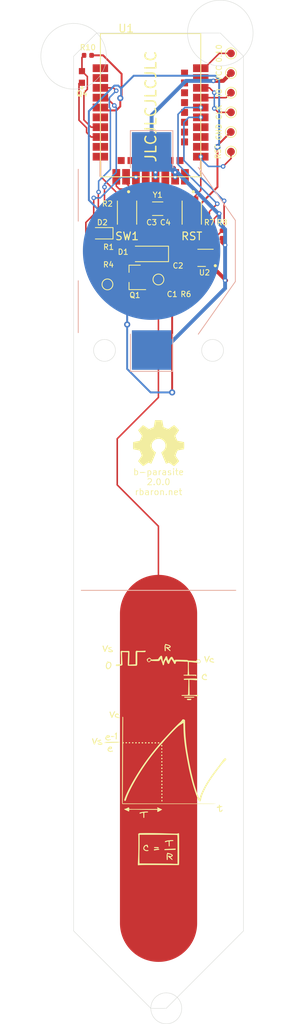
<source format=kicad_pcb>
(kicad_pcb (version 20171130) (host pcbnew "(5.1.12)-1")

  (general
    (thickness 1.6)
    (drawings 18)
    (tracks 281)
    (zones 0)
    (modules 31)
    (nets 46)
  )

  (page A4)
  (title_block
    (title b-parasite)
    (date 2023-03-19)
    (rev 2.0.0)
    (company rbaron.net)
  )

  (layers
    (0 F.Cu signal)
    (31 B.Cu signal hide)
    (32 B.Adhes user)
    (33 F.Adhes user)
    (34 B.Paste user)
    (35 F.Paste user)
    (36 B.SilkS user)
    (37 F.SilkS user)
    (38 B.Mask user)
    (39 F.Mask user)
    (40 Dwgs.User user)
    (41 Cmts.User user)
    (42 Eco1.User user)
    (43 Eco2.User user)
    (44 Edge.Cuts user)
    (45 Margin user)
    (46 B.CrtYd user)
    (47 F.CrtYd user)
    (48 B.Fab user)
    (49 F.Fab user)
  )

  (setup
    (last_trace_width 0.25)
    (trace_clearance 0.2)
    (zone_clearance 0.508)
    (zone_45_only no)
    (trace_min 0.2)
    (via_size 0.8)
    (via_drill 0.4)
    (via_min_size 0.4)
    (via_min_drill 0.3)
    (uvia_size 0.3)
    (uvia_drill 0.1)
    (uvias_allowed no)
    (uvia_min_size 0.2)
    (uvia_min_drill 0.1)
    (edge_width 0.05)
    (segment_width 0.2)
    (pcb_text_width 0.3)
    (pcb_text_size 1.5 1.5)
    (mod_edge_width 0.12)
    (mod_text_size 1 1)
    (mod_text_width 0.15)
    (pad_size 1.524 1.524)
    (pad_drill 0.762)
    (pad_to_mask_clearance 0.051)
    (solder_mask_min_width 0.25)
    (aux_axis_origin 0 0)
    (grid_origin 69 85)
    (visible_elements 7FFFFFFF)
    (pcbplotparams
      (layerselection 0x010fc_ffffffff)
      (usegerberextensions false)
      (usegerberattributes false)
      (usegerberadvancedattributes false)
      (creategerberjobfile false)
      (excludeedgelayer true)
      (linewidth 0.100000)
      (plotframeref false)
      (viasonmask false)
      (mode 1)
      (useauxorigin false)
      (hpglpennumber 1)
      (hpglpenspeed 20)
      (hpglpendiameter 15.000000)
      (psnegative false)
      (psa4output false)
      (plotreference true)
      (plotvalue true)
      (plotinvisibletext false)
      (padsonsilk false)
      (subtractmaskfromsilk false)
      (outputformat 1)
      (mirror false)
      (drillshape 0)
      (scaleselection 1)
      (outputdirectory "./gerber"))
  )

  (net 0 "")
  (net 1 GND)
  (net 2 SENS_OUT)
  (net 3 "Net-(U1B-P0.00{slash}XL1)")
  (net 4 "Net-(U1B-P0.01{slash}XL2)")
  (net 5 "Net-(D2-A)")
  (net 6 +3V0)
  (net 7 CPARA)
  (net 8 "Net-(Q1-B)")
  (net 9 PHOTO_V)
  (net 10 PHOTO_OUT)
  (net 11 PWM)
  (net 12 LED)
  (net 13 SDA)
  (net 14 SCL)
  (net 15 RST)
  (net 16 BTN1)
  (net 17 SWDIO)
  (net 18 SWDCLK)
  (net 19 "unconnected-(U1C-P1.11-Pad1)")
  (net 20 "unconnected-(U1C-P1.10-Pad2)")
  (net 21 "unconnected-(U1C-P1.13-Pad6)")
  (net 22 "unconnected-(U1B-P0.31{slash}AIN7-Pad9)")
  (net 23 "unconnected-(U1B-P0.26-Pad12)")
  (net 24 "unconnected-(U1B-P0.06-Pad14)")
  (net 25 "unconnected-(U1B-P0.08-Pad16)")
  (net 26 "unconnected-(U1B-P0.04{slash}AIN2-Pad18)")
  (net 27 "unconnected-(U1B-P0.12-Pad20)")
  (net 28 0.10)
  (net 29 "unconnected-(U1B-P0.07-Pad22)")
  (net 30 "unconnected-(U1A-GND@3-Pad24)")
  (net 31 "unconnected-(U1A-DCCH-Pad25)")
  (net 32 "unconnected-(U1A-VBUS-Pad27)")
  (net 33 "unconnected-(U1B-P0.15-Pad28)")
  (net 34 "unconnected-(U1A-DM-Pad29)")
  (net 35 "unconnected-(U1B-P0.17-Pad30)")
  (net 36 "unconnected-(U1A-DP-Pad31)")
  (net 37 "unconnected-(U1B-P0.20-Pad32)")
  (net 38 "unconnected-(U1B-P0.22-Pad34)")
  (net 39 "unconnected-(U1C-P1.00-Pad36)")
  (net 40 "unconnected-(U1C-P1.02-Pad38)")
  (net 41 "unconnected-(U1C-P1.04-Pad40)")
  (net 42 "unconnected-(U1B-P0.09{slash}NFC1-Pad41)")
  (net 43 "unconnected-(U1C-P1.06-Pad42)")
  (net 44 "unconnected-(U2-NC-Pad5)")
  (net 45 "unconnected-(U1C-P1.09-Pad17)")

  (net_class Default "This is the default net class."
    (clearance 0.2)
    (trace_width 0.25)
    (via_dia 0.8)
    (via_drill 0.4)
    (uvia_dia 0.3)
    (uvia_drill 0.1)
    (add_net +3V0)
    (add_net 0.10)
    (add_net BTN1)
    (add_net CPARA)
    (add_net GND)
    (add_net LED)
    (add_net "Net-(D2-A)")
    (add_net "Net-(Q1-B)")
    (add_net "Net-(U1B-P0.00{slash}XL1)")
    (add_net "Net-(U1B-P0.01{slash}XL2)")
    (add_net PHOTO_OUT)
    (add_net PHOTO_V)
    (add_net PWM)
    (add_net RST)
    (add_net SCL)
    (add_net SDA)
    (add_net SENS_OUT)
    (add_net SWDCLK)
    (add_net SWDIO)
    (add_net "unconnected-(U1A-DCCH-Pad25)")
    (add_net "unconnected-(U1A-DM-Pad29)")
    (add_net "unconnected-(U1A-DP-Pad31)")
    (add_net "unconnected-(U1A-GND@3-Pad24)")
    (add_net "unconnected-(U1A-VBUS-Pad27)")
    (add_net "unconnected-(U1B-P0.04{slash}AIN2-Pad18)")
    (add_net "unconnected-(U1B-P0.06-Pad14)")
    (add_net "unconnected-(U1B-P0.07-Pad22)")
    (add_net "unconnected-(U1B-P0.08-Pad16)")
    (add_net "unconnected-(U1B-P0.09{slash}NFC1-Pad41)")
    (add_net "unconnected-(U1B-P0.12-Pad20)")
    (add_net "unconnected-(U1B-P0.15-Pad28)")
    (add_net "unconnected-(U1B-P0.17-Pad30)")
    (add_net "unconnected-(U1B-P0.20-Pad32)")
    (add_net "unconnected-(U1B-P0.22-Pad34)")
    (add_net "unconnected-(U1B-P0.26-Pad12)")
    (add_net "unconnected-(U1B-P0.31{slash}AIN7-Pad9)")
    (add_net "unconnected-(U1C-P1.00-Pad36)")
    (add_net "unconnected-(U1C-P1.02-Pad38)")
    (add_net "unconnected-(U1C-P1.04-Pad40)")
    (add_net "unconnected-(U1C-P1.06-Pad42)")
    (add_net "unconnected-(U1C-P1.09-Pad17)")
    (add_net "unconnected-(U1C-P1.10-Pad2)")
    (add_net "unconnected-(U1C-P1.11-Pad1)")
    (add_net "unconnected-(U1C-P1.13-Pad6)")
    (add_net "unconnected-(U2-NC-Pad5)")
  )

  (module Capacitor_SMD:C_0402_1005Metric (layer F.Cu) (tedit 0) (tstamp 0)
    (at 69.762 59.069 270)
    (descr "Capacitor SMD 0402 (1005 Metric), square (rectangular) end terminal, IPC_7351 nominal, (Body size source: http://www.tortai-tech.com/upload/download/2011102023233369053.pdf), generated with kicad-footprint-generator")
    (tags capacitor)
    (path /00000000-0000-0000-0000-0000600e6e5b)
    (fp_text reference C1 (at 1.674 0) (layer F.SilkS)
      (effects (font (size 0.7 0.7) (thickness 0.12)))
    )
    (fp_text value 1n (at 0 1.17 90) (layer F.Fab)
      (effects (font (size 1 1) (thickness 0.15)))
    )
    (fp_line (start -0.93 -0.47) (end 0.93 -0.47) (layer F.CrtYd) (width 0.05))
    (fp_line (start -0.93 0.47) (end -0.93 -0.47) (layer F.CrtYd) (width 0.05))
    (fp_line (start 0.93 -0.47) (end 0.93 0.47) (layer F.CrtYd) (width 0.05))
    (fp_line (start 0.93 0.47) (end -0.93 0.47) (layer F.CrtYd) (width 0.05))
    (fp_line (start -0.5 -0.25) (end 0.5 -0.25) (layer F.Fab) (width 0.1))
    (fp_line (start -0.5 0.25) (end -0.5 -0.25) (layer F.Fab) (width 0.1))
    (fp_line (start 0.5 -0.25) (end 0.5 0.25) (layer F.Fab) (width 0.1))
    (fp_line (start 0.5 0.25) (end -0.5 0.25) (layer F.Fab) (width 0.1))
    (fp_text user ${REFERENCE} (at 0 0 90) (layer F.Fab)
      (effects (font (size 0.7 0.7) (thickness 0.12)))
    )
    (pad 1 smd roundrect (at -0.485 0 270) (size 0.59 0.64) (layers F.Cu F.Paste F.Mask) (roundrect_rratio 0.25)
      (net 2 SENS_OUT))
    (pad 2 smd roundrect (at 0.485 0 270) (size 0.59 0.64) (layers F.Cu F.Paste F.Mask) (roundrect_rratio 0.25)
      (net 1 GND))
    (model ${KISYS3DMOD}/Capacitor_SMD.3dshapes/C_0402_1005Metric.wrl
      (at (xyz 0 0 0))
      (scale (xyz 1 1 1))
      (rotate (xyz 0 0 0))
    )
  )

  (module Resistor_SMD:R_0402_1005Metric (layer F.Cu) (tedit 0) (tstamp 0)
    (at 71.54 59.069 270)
    (descr "Resistor SMD 0402 (1005 Metric), square (rectangular) end terminal, IPC_7351 nominal, (Body size source: http://www.tortai-tech.com/upload/download/2011102023233369053.pdf), generated with kicad-footprint-generator")
    (tags resistor)
    (path /00000000-0000-0000-0000-0000600e7750)
    (fp_text reference R6 (at 1.674 0) (layer F.SilkS)
      (effects (font (size 0.7 0.7) (thickness 0.12)))
    )
    (fp_text value 1M (at 0 1.17 90) (layer F.Fab)
      (effects (font (size 1 1) (thickness 0.15)))
    )
    (fp_line (start -0.93 -0.47) (end 0.93 -0.47) (layer F.CrtYd) (width 0.05))
    (fp_line (start -0.93 0.47) (end -0.93 -0.47) (layer F.CrtYd) (width 0.05))
    (fp_line (start 0.93 -0.47) (end 0.93 0.47) (layer F.CrtYd) (width 0.05))
    (fp_line (start 0.93 0.47) (end -0.93 0.47) (layer F.CrtYd) (width 0.05))
    (fp_line (start -0.5 -0.25) (end 0.5 -0.25) (layer F.Fab) (width 0.1))
    (fp_line (start -0.5 0.25) (end -0.5 -0.25) (layer F.Fab) (width 0.1))
    (fp_line (start 0.5 -0.25) (end 0.5 0.25) (layer F.Fab) (width 0.1))
    (fp_line (start 0.5 0.25) (end -0.5 0.25) (layer F.Fab) (width 0.1))
    (fp_text user ${REFERENCE} (at 0 0 90) (layer F.Fab)
      (effects (font (size 0.7 0.7) (thickness 0.12)))
    )
    (pad 1 smd roundrect (at -0.485 0 270) (size 0.59 0.64) (layers F.Cu F.Paste F.Mask) (roundrect_rratio 0.25)
      (net 2 SENS_OUT))
    (pad 2 smd roundrect (at 0.485 0 270) (size 0.59 0.64) (layers F.Cu F.Paste F.Mask) (roundrect_rratio 0.25)
      (net 1 GND))
    (model ${KISYS3DMOD}/Resistor_SMD.3dshapes/R_0402_1005Metric.wrl
      (at (xyz 0 0 0))
      (scale (xyz 1 1 1))
      (rotate (xyz 0 0 0))
    )
  )

  (module Resistor_SMD:R_0402_1005Metric (layer F.Cu) (tedit 0) (tstamp 0)
    (at 61.53 57.822 180)
    (descr "Resistor SMD 0402 (1005 Metric), square (rectangular) end terminal, IPC_7351 nominal, (Body size source: http://www.tortai-tech.com/upload/download/2011102023233369053.pdf), generated with kicad-footprint-generator")
    (tags resistor)
    (path /00000000-0000-0000-0000-0000600fff47)
    (fp_text reference R4 (at 0.015 0.9) (layer F.SilkS)
      (effects (font (size 0.7 0.7) (thickness 0.12)))
    )
    (fp_text value 10k (at 0 1.17) (layer F.Fab)
      (effects (font (size 1 1) (thickness 0.15)))
    )
    (fp_line (start -0.93 -0.47) (end 0.93 -0.47) (layer F.CrtYd) (width 0.05))
    (fp_line (start -0.93 0.47) (end -0.93 -0.47) (layer F.CrtYd) (width 0.05))
    (fp_line (start 0.93 -0.47) (end 0.93 0.47) (layer F.CrtYd) (width 0.05))
    (fp_line (start 0.93 0.47) (end -0.93 0.47) (layer F.CrtYd) (width 0.05))
    (fp_line (start -0.5 -0.25) (end 0.5 -0.25) (layer F.Fab) (width 0.1))
    (fp_line (start -0.5 0.25) (end -0.5 -0.25) (layer F.Fab) (width 0.1))
    (fp_line (start 0.5 -0.25) (end 0.5 0.25) (layer F.Fab) (width 0.1))
    (fp_line (start 0.5 0.25) (end -0.5 0.25) (layer F.Fab) (width 0.1))
    (fp_text user ${REFERENCE} (at 0 0) (layer F.Fab)
      (effects (font (size 0.7 0.7) (thickness 0.12)))
    )
    (pad 1 smd roundrect (at -0.485 0 180) (size 0.59 0.64) (layers F.Cu F.Paste F.Mask) (roundrect_rratio 0.25)
      (net 8 "Net-(Q1-B)"))
    (pad 2 smd roundrect (at 0.485 0 180) (size 0.59 0.64) (layers F.Cu F.Paste F.Mask) (roundrect_rratio 0.25)
      (net 11 PWM))
    (model ${KISYS3DMOD}/Resistor_SMD.3dshapes/R_0402_1005Metric.wrl
      (at (xyz 0 0 0))
      (scale (xyz 1 1 1))
      (rotate (xyz 0 0 0))
    )
  )

  (module Package_TO_SOT_SMD:SOT-23 (layer F.Cu) (tedit 0) (tstamp 0)
    (at 64.936 58.568 180)
    (descr "SOT-23, Standard")
    (tags SOT-23)
    (path /5ac517f9-143d-4f08-ae19-43791bf393aa)
    (fp_text reference Q1 (at 0 -2.302 180) (layer F.SilkS)
      (effects (font (size 0.7 0.7) (thickness 0.12)))
    )
    (fp_text value MMBT3906 (at 0 2.5) (layer F.Fab)
      (effects (font (size 1 1) (thickness 0.15)))
    )
    (fp_line (start 0.76 -1.58) (end -1.4 -1.58) (layer F.SilkS) (width 0.12))
    (fp_line (start 0.76 -1.58) (end 0.76 -0.65) (layer F.SilkS) (width 0.12))
    (fp_line (start 0.76 1.58) (end -0.7 1.58) (layer F.SilkS) (width 0.12))
    (fp_line (start 0.76 1.58) (end 0.76 0.65) (layer F.SilkS) (width 0.12))
    (fp_line (start -1.7 -1.75) (end 1.7 -1.75) (layer F.CrtYd) (width 0.05))
    (fp_line (start -1.7 1.75) (end -1.7 -1.75) (layer F.CrtYd) (width 0.05))
    (fp_line (start 1.7 -1.75) (end 1.7 1.75) (layer F.CrtYd) (width 0.05))
    (fp_line (start 1.7 1.75) (end -1.7 1.75) (layer F.CrtYd) (width 0.05))
    (fp_line (start -0.7 -0.95) (end -0.7 1.5) (layer F.Fab) (width 0.1))
    (fp_line (start -0.7 -0.95) (end -0.15 -1.52) (layer F.Fab) (width 0.1))
    (fp_line (start -0.7 1.52) (end 0.7 1.52) (layer F.Fab) (width 0.1))
    (fp_line (start -0.15 -1.52) (end 0.7 -1.52) (layer F.Fab) (width 0.1))
    (fp_line (start 0.7 -1.52) (end 0.7 1.52) (layer F.Fab) (width 0.1))
    (fp_text user ${REFERENCE} (at 0 0 90) (layer F.Fab)
      (effects (font (size 0.7 0.7) (thickness 0.12)))
    )
    (pad 1 smd rect (at -1 -0.95 180) (size 0.9 0.8) (layers F.Cu F.Paste F.Mask)
      (net 8 "Net-(Q1-B)"))
    (pad 2 smd rect (at -1 0.95 180) (size 0.9 0.8) (layers F.Cu F.Paste F.Mask)
      (net 7 CPARA))
    (pad 3 smd rect (at 1 0 180) (size 0.9 0.8) (layers F.Cu F.Paste F.Mask)
      (net 1 GND))
    (model ${KISYS3DMOD}/Package_TO_SOT_SMD.3dshapes/SOT-23.wrl
      (at (xyz 0 0 0))
      (scale (xyz 1 1 1))
      (rotate (xyz 0 0 0))
    )
  )

  (module Resistor_SMD:R_0402_1005Metric (layer F.Cu) (tedit 0) (tstamp 0)
    (at 61.53 55.663)
    (descr "Resistor SMD 0402 (1005 Metric), square (rectangular) end terminal, IPC_7351 nominal, (Body size source: http://www.tortai-tech.com/upload/download/2011102023233369053.pdf), generated with kicad-footprint-generator")
    (tags resistor)
    (path /00000000-0000-0000-0000-0000600e0e7a)
    (fp_text reference R1 (at 0 -1.016) (layer F.SilkS)
      (effects (font (size 0.7 0.7) (thickness 0.12)))
    )
    (fp_text value 10k (at 0 1.17) (layer F.Fab)
      (effects (font (size 1 1) (thickness 0.15)))
    )
    (fp_line (start -0.93 -0.47) (end 0.93 -0.47) (layer F.CrtYd) (width 0.05))
    (fp_line (start -0.93 0.47) (end -0.93 -0.47) (layer F.CrtYd) (width 0.05))
    (fp_line (start 0.93 -0.47) (end 0.93 0.47) (layer F.CrtYd) (width 0.05))
    (fp_line (start 0.93 0.47) (end -0.93 0.47) (layer F.CrtYd) (width 0.05))
    (fp_line (start -0.5 -0.25) (end 0.5 -0.25) (layer F.Fab) (width 0.1))
    (fp_line (start -0.5 0.25) (end -0.5 -0.25) (layer F.Fab) (width 0.1))
    (fp_line (start 0.5 -0.25) (end 0.5 0.25) (layer F.Fab) (width 0.1))
    (fp_line (start 0.5 0.25) (end -0.5 0.25) (layer F.Fab) (width 0.1))
    (fp_text user ${REFERENCE} (at 0 0) (layer F.Fab)
      (effects (font (size 0.7 0.7) (thickness 0.12)))
    )
    (pad 1 smd roundrect (at -0.485 0) (size 0.59 0.64) (layers F.Cu F.Paste F.Mask) (roundrect_rratio 0.25)
      (net 11 PWM))
    (pad 2 smd roundrect (at 0.485 0) (size 0.59 0.64) (layers F.Cu F.Paste F.Mask) (roundrect_rratio 0.25)
      (net 7 CPARA))
    (model ${KISYS3DMOD}/Resistor_SMD.3dshapes/R_0402_1005Metric.wrl
      (at (xyz 0 0 0))
      (scale (xyz 1 1 1))
      (rotate (xyz 0 0 0))
    )
  )

  (module TestPoint:TestPoint_Pad_D1.0mm (layer F.Cu) (tedit 0) (tstamp 0)
    (at 77.382 34.708 270)
    (descr "SMD pad as test Point, diameter 1.0mm")
    (tags "test point SMD pad")
    (path /aab9515e-f2ed-4df6-80db-c725deeeffef)
    (fp_text reference TP1 (at 0 -1.448 90) (layer F.SilkS) hide
      (effects (font (size 0.7 0.7) (thickness 0.12)))
    )
    (fp_text value IO (at 0 1.55 90) (layer F.SilkS)
      (effects (font (size 0.7 0.7) (thickness 0.12)))
    )
    (fp_circle (center 0 0) (end 0 0.7) (layer F.SilkS) (width 0.12))
    (fp_circle (center 0 0) (end 1 0) (layer F.CrtYd) (width 0.05))
    (fp_text user ${REFERENCE} (at 0 -1.45 90) (layer F.Fab)
      (effects (font (size 0.7 0.7) (thickness 0.12)))
    )
    (pad 1 smd circle (at 0 0 270) (size 1 1) (layers F.Cu F.Mask)
      (net 17 SWDIO))
  )

  (module TestPoint:TestPoint_Pad_D1.0mm (layer F.Cu) (tedit 0) (tstamp 0)
    (at 77.382 37.248 270)
    (descr "SMD pad as test Point, diameter 1.0mm")
    (tags "test point SMD pad")
    (path /574f4bed-b270-474d-92b3-b6967ba174c1)
    (fp_text reference TP2 (at 0 -1.448 90) (layer F.SilkS) hide
      (effects (font (size 0.7 0.7) (thickness 0.12)))
    )
    (fp_text value CLK (at 0 1.55 90) (layer F.SilkS)
      (effects (font (size 0.7 0.7) (thickness 0.12)))
    )
    (fp_circle (center 0 0) (end 0 0.7) (layer F.SilkS) (width 0.12))
    (fp_circle (center 0 0) (end 1 0) (layer F.CrtYd) (width 0.05))
    (fp_text user ${REFERENCE} (at 0 -1.45 90) (layer F.Fab)
      (effects (font (size 0.7 0.7) (thickness 0.12)))
    )
    (pad 1 smd circle (at 0 0 270) (size 1 1) (layers F.Cu F.Mask)
      (net 18 SWDCLK))
  )

  (module TestPoint:TestPoint_Pad_D1.0mm (layer F.Cu) (tedit 0) (tstamp 0)
    (at 67.984 58.838 180)
    (descr "SMD pad as test Point, diameter 1.0mm")
    (tags "test point SMD pad")
    (path /3b4c37d7-7606-4c65-a3ee-d057025cc7f7)
    (fp_text reference TP5 (at 0 -1.448) (layer F.SilkS) hide
      (effects (font (size 0.7 0.7) (thickness 0.12)))
    )
    (fp_text value CPARA (at -0.254 -3.429) (layer F.SilkS) hide
      (effects (font (size 0.7 0.7) (thickness 0.12)))
    )
    (fp_circle (center 0 0) (end 0 0.7) (layer F.SilkS) (width 0.12))
    (fp_circle (center 0 0) (end 1 0) (layer F.CrtYd) (width 0.05))
    (fp_text user ${REFERENCE} (at 0 -1.45) (layer F.Fab)
      (effects (font (size 0.7 0.7) (thickness 0.12)))
    )
    (pad 1 smd circle (at 0 0 180) (size 1 1) (layers F.Cu F.Mask)
      (net 7 CPARA))
  )

  (module TestPoint:TestPoint_Pad_D1.0mm (layer F.Cu) (tedit 0) (tstamp 0)
    (at 61.38 59.473 180)
    (descr "SMD pad as test Point, diameter 1.0mm")
    (tags "test point SMD pad")
    (path /442dee41-70cf-450f-a8fe-aa2a6113a84e)
    (fp_text reference TP6 (at 0 -1.448) (layer F.SilkS) hide
      (effects (font (size 0.7 0.7) (thickness 0.12)))
    )
    (fp_text value PWM (at 0 1.55) (layer F.SilkS) hide
      (effects (font (size 0.7 0.7) (thickness 0.12)))
    )
    (fp_circle (center 0 0) (end 0 0.7) (layer F.SilkS) (width 0.12))
    (fp_circle (center 0 0) (end 1 0) (layer F.CrtYd) (width 0.05))
    (fp_text user ${REFERENCE} (at 0 -1.45) (layer F.Fab)
      (effects (font (size 0.7 0.7) (thickness 0.12)))
    )
    (pad 1 smd circle (at 0 0 180) (size 1 1) (layers F.Cu F.Mask)
      (net 11 PWM))
  )

  (module Resistor_SMD:R_0402_1005Metric (layer F.Cu) (tedit 0) (tstamp 0)
    (at 61.38 50.202 180)
    (descr "Resistor SMD 0402 (1005 Metric), square (rectangular) end terminal, IPC_7351 nominal, (Body size source: http://www.tortai-tech.com/upload/download/2011102023233369053.pdf), generated with kicad-footprint-generator")
    (tags resistor)
    (path /00000000-0000-0000-0000-00006037fe48)
    (fp_text reference R2 (at 0 1.143 180) (layer F.SilkS)
      (effects (font (size 0.7 0.7) (thickness 0.12)))
    )
    (fp_text value 1k (at 0 1.17) (layer F.Fab) hide
      (effects (font (size 1 1) (thickness 0.15)))
    )
    (fp_line (start -0.93 -0.47) (end 0.93 -0.47) (layer F.CrtYd) (width 0.05))
    (fp_line (start -0.93 0.47) (end -0.93 -0.47) (layer F.CrtYd) (width 0.05))
    (fp_line (start 0.93 -0.47) (end 0.93 0.47) (layer F.CrtYd) (width 0.05))
    (fp_line (start 0.93 0.47) (end -0.93 0.47) (layer F.CrtYd) (width 0.05))
    (fp_line (start -0.5 -0.25) (end 0.5 -0.25) (layer F.Fab) (width 0.1))
    (fp_line (start -0.5 0.25) (end -0.5 -0.25) (layer F.Fab) (width 0.1))
    (fp_line (start 0.5 -0.25) (end 0.5 0.25) (layer F.Fab) (width 0.1))
    (fp_line (start 0.5 0.25) (end -0.5 0.25) (layer F.Fab) (width 0.1))
    (fp_text user ${REFERENCE} (at 0 0) (layer F.Fab) hide
      (effects (font (size 0.7 0.7) (thickness 0.12)))
    )
    (pad 1 smd roundrect (at -0.485 0 180) (size 0.59 0.64) (layers F.Cu F.Paste F.Mask) (roundrect_rratio 0.25)
      (net 5 "Net-(D2-A)"))
    (pad 2 smd roundrect (at 0.485 0 180) (size 0.59 0.64) (layers F.Cu F.Paste F.Mask) (roundrect_rratio 0.25)
      (net 12 LED))
    (model ${KISYS3DMOD}/Resistor_SMD.3dshapes/R_0402_1005Metric.wrl
      (at (xyz 0 0 0))
      (scale (xyz 1 1 1))
      (rotate (xyz 0 0 0))
    )
  )

  (module Capacitor_SMD:C_0402_1005Metric (layer F.Cu) (tedit 0) (tstamp 0)
    (at 70.524 55.432 90)
    (descr "Capacitor SMD 0402 (1005 Metric), square (rectangular) end terminal, IPC_7351 nominal, (Body size source: http://www.tortai-tech.com/upload/download/2011102023233369053.pdf), generated with kicad-footprint-generator")
    (tags capacitor)
    (path /00000000-0000-0000-0000-00006036f153)
    (fp_text reference C2 (at -1.628 0) (layer F.SilkS)
      (effects (font (size 0.7 0.7) (thickness 0.12)))
    )
    (fp_text value 100n (at 0 1.17 90) (layer F.Fab)
      (effects (font (size 1 1) (thickness 0.15)))
    )
    (fp_line (start -0.93 -0.47) (end 0.93 -0.47) (layer F.CrtYd) (width 0.05))
    (fp_line (start -0.93 0.47) (end -0.93 -0.47) (layer F.CrtYd) (width 0.05))
    (fp_line (start 0.93 -0.47) (end 0.93 0.47) (layer F.CrtYd) (width 0.05))
    (fp_line (start 0.93 0.47) (end -0.93 0.47) (layer F.CrtYd) (width 0.05))
    (fp_line (start -0.5 -0.25) (end 0.5 -0.25) (layer F.Fab) (width 0.1))
    (fp_line (start -0.5 0.25) (end -0.5 -0.25) (layer F.Fab) (width 0.1))
    (fp_line (start 0.5 -0.25) (end 0.5 0.25) (layer F.Fab) (width 0.1))
    (fp_line (start 0.5 0.25) (end -0.5 0.25) (layer F.Fab) (width 0.1))
    (fp_text user ${REFERENCE} (at 0 0 90) (layer F.Fab)
      (effects (font (size 0.7 0.7) (thickness 0.12)))
    )
    (pad 1 smd roundrect (at -0.485 0 90) (size 0.59 0.64) (layers F.Cu F.Paste F.Mask) (roundrect_rratio 0.25)
      (net 6 +3V0))
    (pad 2 smd roundrect (at 0.485 0 90) (size 0.59 0.64) (layers F.Cu F.Paste F.Mask) (roundrect_rratio 0.25)
      (net 1 GND))
    (model ${KISYS3DMOD}/Capacitor_SMD.3dshapes/C_0402_1005Metric.wrl
      (at (xyz 0 0 0))
      (scale (xyz 1 1 1))
      (rotate (xyz 0 0 0))
    )
  )

  (module Crystal:Crystal_SMD_3215-2Pin_3.2x1.5mm (layer F.Cu) (tedit 0) (tstamp 0)
    (at 67.8885 49.694)
    (descr "SMD Crystal FC-135 https://support.epson.biz/td/api/doc_check.php?dl=brief_FC-135R_en.pdf")
    (tags "SMD SMT Crystal")
    (path /d6211179-8259-42c3-b07a-bc1bd3b3a8f1)
    (fp_text reference Y1 (at 0 -1.778) (layer F.SilkS)
      (effects (font (size 0.7 0.7) (thickness 0.12)))
    )
    (fp_text value 32.768kHz (at 0 2) (layer F.Fab)
      (effects (font (size 1 1) (thickness 0.15)))
    )
    (fp_line (start -0.675 -0.875) (end 0.675 -0.875) (layer F.SilkS) (width 0.12))
    (fp_line (start -0.675 0.875) (end 0.675 0.875) (layer F.SilkS) (width 0.12))
    (fp_line (start -2 -1.15) (end -2 1.15) (layer F.CrtYd) (width 0.05))
    (fp_line (start -2 -1.15) (end 2 -1.15) (layer F.CrtYd) (width 0.05))
    (fp_line (start -2 1.15) (end 2 1.15) (layer F.CrtYd) (width 0.05))
    (fp_line (start 2 -1.15) (end 2 1.15) (layer F.CrtYd) (width 0.05))
    (fp_line (start -1.6 -0.75) (end -1.6 0.75) (layer F.Fab) (width 0.1))
    (fp_line (start -1.6 -0.75) (end 1.6 -0.75) (layer F.Fab) (width 0.1))
    (fp_line (start -1.6 0.75) (end 1.6 0.75) (layer F.Fab) (width 0.1))
    (fp_line (start 1.6 -0.75) (end 1.6 0.75) (layer F.Fab) (width 0.1))
    (fp_text user ${REFERENCE} (at 0 -0.4) (layer F.Fab)
      (effects (font (size 0.7 0.7) (thickness 0.12)))
    )
    (pad 1 smd rect (at 1.25 0) (size 1 1.8) (layers F.Cu F.Paste F.Mask)
      (net 4 "Net-(U1B-P0.01{slash}XL2)"))
    (pad 2 smd rect (at -1.25 0) (size 1 1.8) (layers F.Cu F.Paste F.Mask)
      (net 3 "Net-(U1B-P0.00{slash}XL1)"))
    (model ${KIPRJMOD}/lib/grabcad/Crystal-SMD-3215-Pin2.wrl
      (at (xyz 0 0 0))
      (scale (xyz 1 1 1))
      (rotate (xyz 0 0 -180))
    )
  )

  (module LED_SMD:LED_0603_1608Metric (layer F.Cu) (tedit 0) (tstamp 0)
    (at 60.618 52.869 180)
    (descr "LED SMD 0603 (1608 Metric), square (rectangular) end terminal, IPC_7351 nominal, (Body size source: http://www.tortai-tech.com/upload/download/2011102023233369053.pdf), generated with kicad-footprint-generator")
    (tags diode)
    (path /00000000-0000-0000-0000-00006038131f)
    (fp_text reference D2 (at -0.1015 1.397 180) (layer F.SilkS)
      (effects (font (size 0.7 0.7) (thickness 0.12)))
    )
    (fp_text value LED (at -0.1579 -1.4582) (layer F.Fab)
      (effects (font (size 1 1) (thickness 0.15)))
    )
    (fp_line (start -1.485 -0.735) (end -1.485 0.735) (layer F.SilkS) (width 0.12))
    (fp_line (start -1.485 0.735) (end 0.8 0.735) (layer F.SilkS) (width 0.12))
    (fp_line (start 0.8 -0.735) (end -1.485 -0.735) (layer F.SilkS) (width 0.12))
    (fp_line (start -1.48 -0.73) (end 1.48 -0.73) (layer F.CrtYd) (width 0.05))
    (fp_line (start -1.48 0.73) (end -1.48 -0.73) (layer F.CrtYd) (width 0.05))
    (fp_line (start 1.48 -0.73) (end 1.48 0.73) (layer F.CrtYd) (width 0.05))
    (fp_line (start 1.48 0.73) (end -1.48 0.73) (layer F.CrtYd) (width 0.05))
    (fp_line (start -0.8 -0.1) (end -0.8 0.4) (layer F.Fab) (width 0.1))
    (fp_line (start -0.8 0.4) (end 0.8 0.4) (layer F.Fab) (width 0.1))
    (fp_line (start -0.5 -0.4) (end -0.8 -0.1) (layer F.Fab) (width 0.1))
    (fp_line (start 0.8 -0.4) (end -0.5 -0.4) (layer F.Fab) (width 0.1))
    (fp_line (start 0.8 0.4) (end 0.8 -0.4) (layer F.Fab) (width 0.1))
    (fp_text user ${REFERENCE} (at 0 0) (layer F.Fab)
      (effects (font (size 0.7 0.7) (thickness 0.12)))
    )
    (pad 1 smd roundrect (at -0.7875 0 180) (size 0.875 0.95) (layers F.Cu F.Paste F.Mask) (roundrect_rratio 0.25)
      (net 1 GND))
    (pad 2 smd roundrect (at 0.7875 0 180) (size 0.875 0.95) (layers F.Cu F.Paste F.Mask) (roundrect_rratio 0.25)
      (net 5 "Net-(D2-A)"))
    (model ${KISYS3DMOD}/LED_SMD.3dshapes/LED_0603_1608Metric.wrl
      (at (xyz 0 0 0))
      (scale (xyz 1 1 1))
      (rotate (xyz 0 0 0))
    )
  )

  (module Capacitor_SMD:C_0402_1005Metric (layer F.Cu) (tedit 0) (tstamp 0)
    (at 68.8845 53.019 270)
    (descr "Capacitor SMD 0402 (1005 Metric), square (rectangular) end terminal, IPC_7351 nominal, (Body size source: http://www.tortai-tech.com/upload/download/2011102023233369053.pdf), generated with kicad-footprint-generator")
    (tags capacitor)
    (path /2d9f5014-977d-43c3-9264-e76ecf13fa5b)
    (fp_text reference C4 (at -1.547 0) (layer F.SilkS)
      (effects (font (size 0.7 0.7) (thickness 0.12)))
    )
    (fp_text value 12p (at 0 1.17 90) (layer F.Fab)
      (effects (font (size 1 1) (thickness 0.15)))
    )
    (fp_line (start -0.93 -0.47) (end 0.93 -0.47) (layer F.CrtYd) (width 0.05))
    (fp_line (start -0.93 0.47) (end -0.93 -0.47) (layer F.CrtYd) (width 0.05))
    (fp_line (start 0.93 -0.47) (end 0.93 0.47) (layer F.CrtYd) (width 0.05))
    (fp_line (start 0.93 0.47) (end -0.93 0.47) (layer F.CrtYd) (width 0.05))
    (fp_line (start -0.5 -0.25) (end 0.5 -0.25) (layer F.Fab) (width 0.1))
    (fp_line (start -0.5 0.25) (end -0.5 -0.25) (layer F.Fab) (width 0.1))
    (fp_line (start 0.5 -0.25) (end 0.5 0.25) (layer F.Fab) (width 0.1))
    (fp_line (start 0.5 0.25) (end -0.5 0.25) (layer F.Fab) (width 0.1))
    (fp_text user ${REFERENCE} (at 0 0 90) (layer F.Fab)
      (effects (font (size 0.7 0.7) (thickness 0.12)))
    )
    (pad 1 smd roundrect (at -0.485 0 270) (size 0.59 0.64) (layers F.Cu F.Paste F.Mask) (roundrect_rratio 0.25)
      (net 4 "Net-(U1B-P0.01{slash}XL2)"))
    (pad 2 smd roundrect (at 0.485 0 270) (size 0.59 0.64) (layers F.Cu F.Paste F.Mask) (roundrect_rratio 0.25)
      (net 1 GND))
    (model ${KISYS3DMOD}/Capacitor_SMD.3dshapes/C_0402_1005Metric.wrl
      (at (xyz 0 0 0))
      (scale (xyz 1 1 1))
      (rotate (xyz 0 0 0))
    )
  )

  (module Capacitor_SMD:C_0402_1005Metric (layer F.Cu) (tedit 0) (tstamp 0)
    (at 67.1065 52.996 90)
    (descr "Capacitor SMD 0402 (1005 Metric), square (rectangular) end terminal, IPC_7351 nominal, (Body size source: http://www.tortai-tech.com/upload/download/2011102023233369053.pdf), generated with kicad-footprint-generator")
    (tags capacitor)
    (path /09a62b8d-af2d-4255-bf19-be6e54b45f4e)
    (fp_text reference C3 (at 1.524 0) (layer F.SilkS)
      (effects (font (size 0.7 0.7) (thickness 0.12)))
    )
    (fp_text value 12p (at 0 1.17 90) (layer F.Fab)
      (effects (font (size 1 1) (thickness 0.15)))
    )
    (fp_line (start -0.93 -0.47) (end 0.93 -0.47) (layer F.CrtYd) (width 0.05))
    (fp_line (start -0.93 0.47) (end -0.93 -0.47) (layer F.CrtYd) (width 0.05))
    (fp_line (start 0.93 -0.47) (end 0.93 0.47) (layer F.CrtYd) (width 0.05))
    (fp_line (start 0.93 0.47) (end -0.93 0.47) (layer F.CrtYd) (width 0.05))
    (fp_line (start -0.5 -0.25) (end 0.5 -0.25) (layer F.Fab) (width 0.1))
    (fp_line (start -0.5 0.25) (end -0.5 -0.25) (layer F.Fab) (width 0.1))
    (fp_line (start 0.5 -0.25) (end 0.5 0.25) (layer F.Fab) (width 0.1))
    (fp_line (start 0.5 0.25) (end -0.5 0.25) (layer F.Fab) (width 0.1))
    (fp_text user ${REFERENCE} (at 0 0 90) (layer F.Fab)
      (effects (font (size 0.7 0.7) (thickness 0.12)))
    )
    (pad 1 smd roundrect (at -0.485 0 90) (size 0.59 0.64) (layers F.Cu F.Paste F.Mask) (roundrect_rratio 0.25)
      (net 1 GND))
    (pad 2 smd roundrect (at 0.485 0 90) (size 0.59 0.64) (layers F.Cu F.Paste F.Mask) (roundrect_rratio 0.25)
      (net 3 "Net-(U1B-P0.00{slash}XL1)"))
    (model ${KISYS3DMOD}/Capacitor_SMD.3dshapes/C_0402_1005Metric.wrl
      (at (xyz 0 0 0))
      (scale (xyz 1 1 1))
      (rotate (xyz 0 0 0))
    )
  )

  (module Resistor_SMD:R_0402_1005Metric (layer F.Cu) (tedit 0) (tstamp 0)
    (at 74.588 53.019 270)
    (descr "Resistor SMD 0402 (1005 Metric), square (rectangular) end terminal, IPC_7351 nominal, (Body size source: http://www.tortai-tech.com/upload/download/2011102023233369053.pdf), generated with kicad-footprint-generator")
    (tags resistor)
    (path /00000000-0000-0000-0000-00006037481e)
    (fp_text reference R7 (at -1.547 0) (layer F.SilkS)
      (effects (font (size 0.7 0.7) (thickness 0.12)))
    )
    (fp_text value 10k (at 0 1.17 90) (layer F.Fab)
      (effects (font (size 1 1) (thickness 0.15)))
    )
    (fp_line (start -0.93 -0.47) (end 0.93 -0.47) (layer F.CrtYd) (width 0.05))
    (fp_line (start -0.93 0.47) (end -0.93 -0.47) (layer F.CrtYd) (width 0.05))
    (fp_line (start 0.93 -0.47) (end 0.93 0.47) (layer F.CrtYd) (width 0.05))
    (fp_line (start 0.93 0.47) (end -0.93 0.47) (layer F.CrtYd) (width 0.05))
    (fp_line (start -0.5 -0.25) (end 0.5 -0.25) (layer F.Fab) (width 0.1))
    (fp_line (start -0.5 0.25) (end -0.5 -0.25) (layer F.Fab) (width 0.1))
    (fp_line (start 0.5 -0.25) (end 0.5 0.25) (layer F.Fab) (width 0.1))
    (fp_line (start 0.5 0.25) (end -0.5 0.25) (layer F.Fab) (width 0.1))
    (fp_text user ${REFERENCE} (at 0 0 90) (layer F.Fab)
      (effects (font (size 0.7 0.7) (thickness 0.12)))
    )
    (pad 1 smd roundrect (at -0.485 0 270) (size 0.59 0.64) (layers F.Cu F.Paste F.Mask) (roundrect_rratio 0.25)
      (net 13 SDA))
    (pad 2 smd roundrect (at 0.485 0 270) (size 0.59 0.64) (layers F.Cu F.Paste F.Mask) (roundrect_rratio 0.25)
      (net 6 +3V0))
    (model ${KISYS3DMOD}/Resistor_SMD.3dshapes/R_0402_1005Metric.wrl
      (at (xyz 0 0 0))
      (scale (xyz 1 1 1))
      (rotate (xyz 0 0 0))
    )
    (model /Applications/KiCad/KiCad.app/Contents/SharedSupport/3dmodels/Resistor_SMD.3dshapes/R_0402_1005Metric.wrl
      (at (xyz 0 0 0))
      (scale (xyz 1 1 1))
      (rotate (xyz 0 0 0))
    )
  )

  (module Resistor_SMD:R_0402_1005Metric (layer F.Cu) (tedit 0) (tstamp 0)
    (at 76.239 53.019 90)
    (descr "Resistor SMD 0402 (1005 Metric), square (rectangular) end terminal, IPC_7351 nominal, (Body size source: http://www.tortai-tech.com/upload/download/2011102023233369053.pdf), generated with kicad-footprint-generator")
    (tags resistor)
    (path /00000000-0000-0000-0000-000060372d0f)
    (fp_text reference R8 (at 1.547 0) (layer F.SilkS)
      (effects (font (size 0.7 0.7) (thickness 0.12)))
    )
    (fp_text value 10k (at 0 1.17 90) (layer F.Fab)
      (effects (font (size 1 1) (thickness 0.15)))
    )
    (fp_line (start -0.93 -0.47) (end 0.93 -0.47) (layer F.CrtYd) (width 0.05))
    (fp_line (start -0.93 0.47) (end -0.93 -0.47) (layer F.CrtYd) (width 0.05))
    (fp_line (start 0.93 -0.47) (end 0.93 0.47) (layer F.CrtYd) (width 0.05))
    (fp_line (start 0.93 0.47) (end -0.93 0.47) (layer F.CrtYd) (width 0.05))
    (fp_line (start -0.5 -0.25) (end 0.5 -0.25) (layer F.Fab) (width 0.1))
    (fp_line (start -0.5 0.25) (end -0.5 -0.25) (layer F.Fab) (width 0.1))
    (fp_line (start 0.5 -0.25) (end 0.5 0.25) (layer F.Fab) (width 0.1))
    (fp_line (start 0.5 0.25) (end -0.5 0.25) (layer F.Fab) (width 0.1))
    (fp_text user ${REFERENCE} (at 0 0 90) (layer F.Fab)
      (effects (font (size 0.7 0.7) (thickness 0.12)))
    )
    (pad 1 smd roundrect (at -0.485 0 90) (size 0.59 0.64) (layers F.Cu F.Paste F.Mask) (roundrect_rratio 0.25)
      (net 6 +3V0))
    (pad 2 smd roundrect (at 0.485 0 90) (size 0.59 0.64) (layers F.Cu F.Paste F.Mask) (roundrect_rratio 0.25)
      (net 14 SCL))
    (model ${KISYS3DMOD}/Resistor_SMD.3dshapes/R_0402_1005Metric.wrl
      (at (xyz 0 0 0))
      (scale (xyz 1 1 1))
      (rotate (xyz 0 0 0))
    )
  )

  (module kicad:Sensirion_DFN-4-1EP_2x2mm_P1mm_EP0.7x1.6mm (layer F.Cu) (tedit 0) (tstamp 0)
    (at 74.08 56.044 180)
    (descr "DFN, 4 Pin (https://www.sensirion.com/fileadmin/user_upload/customers/sensirion/Dokumente/0_Datasheets/Humidity/Sensirion_Humidity_Sensors_SHTC3_Datasheet.pdf)")
    (tags "Sensirion DFN NoLead")
    (path /00000000-0000-0000-0000-00006052cfbe)
    (fp_text reference U2 (at 0.127 -1.905) (layer F.SilkS)
      (effects (font (size 0.7 0.7) (thickness 0.12)))
    )
    (fp_text value SHTC3 (at 0 1.95) (layer F.Fab)
      (effects (font (size 1 1) (thickness 0.15)))
    )
    (fp_line (start -1 1.11) (end 1 1.11) (layer F.SilkS) (width 0.12))
    (fp_line (start 0 -1.11) (end 1 -1.11) (layer F.SilkS) (width 0.12))
    (fp_line (start -1.45 -1.25) (end -1.45 1.25) (layer F.CrtYd) (width 0.05))
    (fp_line (start -1.45 1.25) (end 1.45 1.25) (layer F.CrtYd) (width 0.05))
    (fp_line (start 1.45 -1.25) (end -1.45 -1.25) (layer F.CrtYd) (width 0.05))
    (fp_line (start 1.45 1.25) (end 1.45 -1.25) (layer F.CrtYd) (width 0.05))
    (fp_line (start -1 -0.5) (end -0.5 -1) (layer F.Fab) (width 0.1))
    (fp_line (start -1 1) (end -1 -0.5) (layer F.Fab) (width 0.1))
    (fp_line (start -0.5 -1) (end 1 -1) (layer F.Fab) (width 0.1))
    (fp_line (start 1 -1) (end 1 1) (layer F.Fab) (width 0.1))
    (fp_line (start 1 1) (end -1 1) (layer F.Fab) (width 0.1))
    (fp_text user ${REFERENCE} (at 0 0) (layer F.Fab)
      (effects (font (size 0.7 0.7) (thickness 0.12)))
    )
    (pad "" smd roundrect (at -1.025 -0.5 180) (size 0.55 0.35) (layers F.Paste) (roundrect_rratio 0.25))
    (pad "" smd roundrect (at -1.025 0.5 180) (size 0.55 0.35) (layers F.Paste) (roundrect_rratio 0.25))
    (pad "" smd roundrect (at 0 0 180) (size 0.5 1.4) (layers F.Paste) (roundrect_rratio 0.25))
    (pad "" smd roundrect (at 1.025 -0.5) (size 0.55 0.35) (layers F.Paste) (roundrect_rratio 0.25))
    (pad "" smd roundrect (at 1.025 0.5) (size 0.55 0.35) (layers F.Paste) (roundrect_rratio 0.25))
    (pad 1 smd roundrect (at -0.925 -0.5 180) (size 0.55 0.35) (layers F.Cu F.Mask) (roundrect_rratio 0.25)
      (net 6 +3V0))
    (pad 2 smd roundrect (at -0.925 0.5 180) (size 0.55 0.35) (layers F.Cu F.Mask) (roundrect_rratio 0.25)
      (net 14 SCL))
    (pad 3 smd roundrect (at 0.925 0.5 180) (size 0.55 0.35) (layers F.Cu F.Mask) (roundrect_rratio 0.25)
      (net 13 SDA))
    (pad 4 smd roundrect (at 0.925 -0.5 180) (size 0.55 0.35) (layers F.Cu F.Mask) (roundrect_rratio 0.25)
      (net 1 GND))
    (pad 5 smd roundrect (at 0 0 180) (size 0.7 1.6) (layers F.Cu F.Mask) (roundrect_rratio 0.25)
      (net 44 "unconnected-(U2-NC-Pad5)"))
    (model ${KIPRJMOD}/lib/snapeda/SHTC3-3DModel-STEP-327035.STEP
      (offset (xyz -122.2 -17.2 0))
      (scale (xyz 1 1 1))
      (rotate (xyz 90 -180 -180))
    )
  )

  (module Diode_SMD:D_MiniMELF (layer F.Cu) (tedit 0) (tstamp 0)
    (at 66.742 55.536 180)
    (descr "Diode Mini-MELF")
    (tags "Diode Mini-MELF")
    (path /00000000-0000-0000-0000-0000600e601e)
    (fp_text reference D1 (at 3.33 0.254 180) (layer F.SilkS)
      (effects (font (size 0.7 0.7) (thickness 0.12)))
    )
    (fp_text value LL4148 (at 0 1.75) (layer F.Fab)
      (effects (font (size 1 1) (thickness 0.15)))
    )
    (fp_line (start -2.55 -1) (end -2.55 1) (layer F.SilkS) (width 0.12))
    (fp_line (start -2.55 1) (end 1.75 1) (layer F.SilkS) (width 0.12))
    (fp_line (start 1.75 -1) (end -2.55 -1) (layer F.SilkS) (width 0.12))
    (fp_line (start -2.65 -1.1) (end 2.65 -1.1) (layer F.CrtYd) (width 0.05))
    (fp_line (start -2.65 1.1) (end -2.65 -1.1) (layer F.CrtYd) (width 0.05))
    (fp_line (start 2.65 -1.1) (end 2.65 1.1) (layer F.CrtYd) (width 0.05))
    (fp_line (start 2.65 1.1) (end -2.65 1.1) (layer F.CrtYd) (width 0.05))
    (fp_line (start -1.65 -0.8) (end 1.65 -0.8) (layer F.Fab) (width 0.1))
    (fp_line (start -1.65 0.8) (end -1.65 -0.8) (layer F.Fab) (width 0.1))
    (fp_line (start -0.75 0) (end -0.35 0) (layer F.Fab) (width 0.1))
    (fp_line (start -0.35 0) (end -0.35 -0.55) (layer F.Fab) (width 0.1))
    (fp_line (start -0.35 0) (end -0.35 0.55) (layer F.Fab) (width 0.1))
    (fp_line (start -0.35 0) (end 0.25 -0.4) (layer F.Fab) (width 0.1))
    (fp_line (start 0.25 -0.4) (end 0.25 0.4) (layer F.Fab) (width 0.1))
    (fp_line (start 0.25 0) (end 0.75 0) (layer F.Fab) (width 0.1))
    (fp_line (start 0.25 0.4) (end -0.35 0) (layer F.Fab) (width 0.1))
    (fp_line (start 1.65 -0.8) (end 1.65 0.8) (layer F.Fab) (width 0.1))
    (fp_line (start 1.65 0.8) (end -1.65 0.8) (layer F.Fab) (width 0.1))
    (fp_text user ${REFERENCE} (at -0.05 0) (layer F.Fab)
      (effects (font (size 0.7 0.7) (thickness 0.12)))
    )
    (pad 1 smd rect (at -1.75 0 180) (size 1.3 1.7) (layers F.Cu F.Paste F.Mask)
      (net 2 SENS_OUT))
    (pad 2 smd rect (at 1.75 0 180) (size 1.3 1.7) (layers F.Cu F.Paste F.Mask)
      (net 7 CPARA))
    (model ${KISYS3DMOD}/Diode_SMD.3dshapes/D_MiniMELF.wrl
      (at (xyz 0 0 0))
      (scale (xyz 1 1 1))
      (rotate (xyz 0 0 0))
    )
  )

  (module Symbol:OSHW-Symbol_6.7x6mm_SilkScreen locked (layer F.Cu) (tedit 0) (tstamp 0)
    (at 68 80)
    (descr "Open Source Hardware Symbol")
    (tags "Logo Symbol OSHW")
    (fp_text reference REF** (at 0 0) (layer F.SilkS) hide
      (effects (font (size 1 1) (thickness 0.15)))
    )
    (fp_text value OSHW-Symbol_6.7x6mm_SilkScreen (at 0.75 0) (layer F.Fab) hide
      (effects (font (size 1 1) (thickness 0.15)))
    )
    (fp_poly (pts (xy 0.555814 -2.531069) (xy 0.639635 -2.086445) (xy 0.94892 -1.958947) (xy 1.258206 -1.831449)
      (xy 1.629246 -2.083754) (xy 1.733157 -2.154004) (xy 1.827087 -2.216728) (xy 1.906652 -2.269062)
      (xy 1.96747 -2.308143) (xy 2.005157 -2.331107) (xy 2.015421 -2.336058) (xy 2.03391 -2.323324)
      (xy 2.07342 -2.288118) (xy 2.129522 -2.234938) (xy 2.197787 -2.168282) (xy 2.273786 -2.092646)
      (xy 2.353092 -2.012528) (xy 2.431275 -1.932426) (xy 2.503907 -1.856836) (xy 2.566559 -1.790255)
      (xy 2.614803 -1.737182) (xy 2.64421 -1.702113) (xy 2.651241 -1.690377) (xy 2.641123 -1.66874)
      (xy 2.612759 -1.621338) (xy 2.569129 -1.552807) (xy 2.513218 -1.467785) (xy 2.448006 -1.370907)
      (xy 2.410219 -1.31565) (xy 2.341343 -1.214752) (xy 2.28014 -1.123701) (xy 2.229578 -1.04703)
      (xy 2.192628 -0.989272) (xy 2.172258 -0.954957) (xy 2.169197 -0.947746) (xy 2.176136 -0.927252)
      (xy 2.195051 -0.879487) (xy 2.223087 -0.811168) (xy 2.257391 -0.729011) (xy 2.295109 -0.63973)
      (xy 2.333387 -0.550042) (xy 2.36937 -0.466662) (xy 2.400206 -0.396306) (xy 2.423039 -0.34569)
      (xy 2.435017 -0.321529) (xy 2.435724 -0.320578) (xy 2.454531 -0.315964) (xy 2.504618 -0.305672)
      (xy 2.580793 -0.290713) (xy 2.677865 -0.272099) (xy 2.790643 -0.250841) (xy 2.856442 -0.238582)
      (xy 2.97695 -0.215638) (xy 3.085797 -0.193805) (xy 3.177476 -0.174278) (xy 3.246481 -0.158252)
      (xy 3.287304 -0.146921) (xy 3.295511 -0.143326) (xy 3.303548 -0.118994) (xy 3.310033 -0.064041)
      (xy 3.31497 0.015108) (xy 3.318364 0.112026) (xy 3.320218 0.220287) (xy 3.320538 0.333465)
      (xy 3.319327 0.445135) (xy 3.31659 0.548868) (xy 3.312331 0.638241) (xy 3.306555 0.706826)
      (xy 3.299267 0.748197) (xy 3.294895 0.75681) (xy 3.268764 0.767133) (xy 3.213393 0.781892)
      (xy 3.136107 0.799352) (xy 3.04423 0.81778) (xy 3.012158 0.823741) (xy 2.857524 0.852066)
      (xy 2.735375 0.874876) (xy 2.641673 0.89308) (xy 2.572384 0.907583) (xy 2.523471 0.919292)
      (xy 2.490897 0.929115) (xy 2.470628 0.937956) (xy 2.458626 0.946724) (xy 2.456947 0.948457)
      (xy 2.440184 0.976371) (xy 2.414614 1.030695) (xy 2.382788 1.104777) (xy 2.34726 1.191965)
      (xy 2.310583 1.285608) (xy 2.275311 1.379052) (xy 2.243996 1.465647) (xy 2.219193 1.53874)
      (xy 2.203454 1.591678) (xy 2.199332 1.617811) (xy 2.199676 1.618726) (xy 2.213641 1.640086)
      (xy 2.245322 1.687084) (xy 2.291391 1.754827) (xy 2.348518 1.838423) (xy 2.413373 1.932982)
      (xy 2.431843 1.959854) (xy 2.497699 2.057275) (xy 2.55565 2.146163) (xy 2.602538 2.221412)
      (xy 2.635207 2.27792) (xy 2.6505 2.310581) (xy 2.651241 2.314593) (xy 2.638392 2.335684)
      (xy 2.602888 2.377464) (xy 2.549293 2.435445) (xy 2.482171 2.505135) (xy 2.406087 2.582045)
      (xy 2.325604 2.661683) (xy 2.245287 2.739561) (xy 2.169699 2.811186) (xy 2.103405 2.87207)
      (xy 2.050969 2.917721) (xy 2.016955 2.94365) (xy 2.007545 2.947883) (xy 1.985643 2.937912)
      (xy 1.9408 2.91102) (xy 1.880321 2.871736) (xy 1.833789 2.840117) (xy 1.749475 2.782098)
      (xy 1.649626 2.713784) (xy 1.549473 2.645579) (xy 1.495627 2.609075) (xy 1.313371 2.4858)
      (xy 1.160381 2.56852) (xy 1.090682 2.604759) (xy 1.031414 2.632926) (xy 0.991311 2.648991)
      (xy 0.981103 2.651226) (xy 0.968829 2.634722) (xy 0.944613 2.588082) (xy 0.910263 2.515609)
      (xy 0.867588 2.421606) (xy 0.818394 2.310374) (xy 0.76449 2.186215) (xy 0.707684 2.053432)
      (xy 0.649782 1.916327) (xy 0.592593 1.779202) (xy 0.537924 1.646358) (xy 0.487584 1.522098)
      (xy 0.44338 1.410725) (xy 0.407119 1.316539) (xy 0.380609 1.243844) (xy 0.365658 1.196941)
      (xy 0.363254 1.180833) (xy 0.382311 1.160286) (xy 0.424036 1.126933) (xy 0.479706 1.087702)
      (xy 0.484378 1.084599) (xy 0.628264 0.969423) (xy 0.744283 0.835053) (xy 0.83143 0.685784)
      (xy 0.888699 0.525913) (xy 0.915086 0.359737) (xy 0.909585 0.191552) (xy 0.87119 0.025655)
      (xy 0.798895 -0.133658) (xy 0.777626 -0.168513) (xy 0.666996 -0.309263) (xy 0.536302 -0.422286)
      (xy 0.390064 -0.506997) (xy 0.232808 -0.562806) (xy 0.069057 -0.589126) (xy -0.096667 -0.58537)
      (xy -0.259838 -0.55095) (xy -0.415935 -0.485277) (xy -0.560433 -0.387765) (xy -0.605131 -0.348187)
      (xy -0.718888 -0.224297) (xy -0.801782 -0.093876) (xy -0.858644 0.052315) (xy -0.890313 0.197088)
      (xy -0.898131 0.35986) (xy -0.872062 0.52344) (xy -0.814755 0.682298) (xy -0.728856 0.830906)
      (xy -0.617014 0.963735) (xy -0.481877 1.075256) (xy -0.464117 1.087011) (xy -0.40785 1.125508)
      (xy -0.365077 1.158863) (xy -0.344628 1.18016) (xy -0.344331 1.180833) (xy -0.348721 1.203871)
      (xy -0.366124 1.256157) (xy -0.394732 1.33339) (xy -0.432735 1.431268) (xy -0.478326 1.545491)
      (xy -0.529697 1.671758) (xy -0.585038 1.805767) (xy -0.642542 1.943218) (xy -0.700399 2.079808)
      (xy -0.756802 2.211237) (xy -0.809942 2.333205) (xy -0.85801 2.441409) (xy -0.899199 2.531549)
      (xy -0.931699 2.599323) (xy -0.953703 2.64043) (xy -0.962564 2.651226) (xy -0.98964 2.642819)
      (xy -1.040303 2.620272) (xy -1.105817 2.587613) (xy -1.141841 2.56852) (xy -1.294832 2.4858)
      (xy -1.477088 2.609075) (xy -1.570125 2.672228) (xy -1.671985 2.741727) (xy -1.767438 2.807165)
      (xy -1.81525 2.840117) (xy -1.882495 2.885273) (xy -1.939436 2.921057) (xy -1.978646 2.942938)
      (xy -1.991381 2.947563) (xy -2.009917 2.935085) (xy -2.050941 2.900252) (xy -2.110475 2.846678)
      (xy -2.184542 2.777983) (xy -2.269165 2.697781) (xy -2.322685 2.646286) (xy -2.416319 2.554286)
      (xy -2.497241 2.471999) (xy -2.562177 2.402945) (xy -2.607858 2.350644) (xy -2.631011 2.318616)
      (xy -2.633232 2.312116) (xy -2.622924 2.287394) (xy -2.594439 2.237405) (xy -2.550937 2.167212)
      (xy -2.495577 2.081875) (xy -2.43152 1.986456) (xy -2.413303 1.959854) (xy -2.346927 1.863167)
      (xy -2.287378 1.776117) (xy -2.237984 1.703595) (xy -2.202075 1.650493) (xy -2.182981 1.621703)
      (xy -2.181136 1.618726) (xy -2.183895 1.595782) (xy -2.198538 1.545336) (xy -2.222513 1.474041)
      (xy -2.253266 1.388547) (xy -2.288244 1.295507) (xy -2.324893 1.201574) (xy -2.360661 1.113399)
      (xy -2.392994 1.037634) (xy -2.419338 0.980931) (xy -2.437142 0.949943) (xy -2.438407 0.948457)
      (xy -2.449294 0.939601) (xy -2.467682 0.930843) (xy -2.497606 0.921277) (xy -2.543103 0.909996)
      (xy -2.608209 0.896093) (xy -2.696961 0.878663) (xy -2.813393 0.856798) (xy -2.961542 0.829591)
      (xy -2.993618 0.823741) (xy -3.088686 0.805374) (xy -3.171565 0.787405) (xy -3.23493 0.771569)
      (xy -3.271458 0.7596) (xy -3.276356 0.75681) (xy -3.284427 0.732072) (xy -3.290987 0.67679)
      (xy -3.296033 0.597389) (xy -3.299559 0.500296) (xy -3.301561 0.391938) (xy -3.302036 0.27874)
      (xy -3.300977 0.167128) (xy -3.298382 0.063529) (xy -3.294246 -0.025632) (xy -3.288563 -0.093928)
      (xy -3.281331 -0.134934) (xy -3.276971 -0.143326) (xy -3.252698 -0.151792) (xy -3.197426 -0.165565)
      (xy -3.116662 -0.18345) (xy -3.015912 -0.204252) (xy -2.900683 -0.226777) (xy -2.837902 -0.238582)
      (xy -2.718787 -0.260849) (xy -2.612565 -0.281021) (xy -2.524427 -0.298085) (xy -2.459566 -0.311031)
      (xy -2.423174 -0.318845) (xy -2.417184 -0.320578) (xy -2.407061 -0.34011) (xy -2.385662 -0.387157)
      (xy -2.355839 -0.454997) (xy -2.320445 -0.536909) (xy -2.282332 -0.626172) (xy -2.244353 -0.716065)
      (xy -2.20936 -0.799865) (xy -2.180206 -0.870853) (xy -2.159743 -0.922306) (xy -2.150823 -0.947503)
      (xy -2.150657 -0.948604) (xy -2.160769 -0.968481) (xy -2.189117 -1.014223) (xy -2.232723 -1.081283)
      (xy -2.288606 -1.165116) (xy -2.353787 -1.261174) (xy -2.391679 -1.31635) (xy -2.460725 -1.417519)
      (xy -2.52205 -1.50937) (xy -2.572663 -1.587256) (xy -2.609571 -1.646531) (xy -2.629782 -1.682549)
      (xy -2.632701 -1.690623) (xy -2.620153 -1.709416) (xy -2.585463 -1.749543) (xy -2.533063 -1.806507)
      (xy -2.467384 -1.875815) (xy -2.392856 -1.952969) (xy -2.313913 -2.033475) (xy -2.234983 -2.112837)
      (xy -2.1605 -2.18656) (xy -2.094894 -2.250148) (xy -2.042596 -2.299106) (xy -2.008039 -2.328939)
      (xy -1.996478 -2.336058) (xy -1.977654 -2.326047) (xy -1.932631 -2.297922) (xy -1.865787 -2.254546)
      (xy -1.781499 -2.198782) (xy -1.684144 -2.133494) (xy -1.610707 -2.083754) (xy -1.239667 -1.831449)
      (xy -0.621095 -2.086445) (xy -0.537275 -2.531069) (xy -0.453454 -2.975693) (xy 0.471994 -2.975693)
      (xy 0.555814 -2.531069)) (layer F.SilkS) (width 0.01))
  )

  (module TestPoint:TestPoint_Pad_D1.0mm (layer F.Cu) (tedit 0) (tstamp 0)
    (at 77.382 42.328 270)
    (descr "SMD pad as test Point, diameter 1.0mm")
    (tags "test point SMD pad")
    (path /829cb262-9c17-478b-8095-2664b599a01d)
    (fp_text reference TP4 (at 0 -1.448 90) (layer F.SilkS) hide
      (effects (font (size 0.7 0.7) (thickness 0.12)))
    )
    (fp_text value RST (at 0 1.66 90) (layer F.SilkS)
      (effects (font (size 0.7 0.7) (thickness 0.12)))
    )
    (fp_circle (center 0 0) (end 0 0.7) (layer F.SilkS) (width 0.12))
    (fp_circle (center 0 0) (end 1 0) (layer F.CrtYd) (width 0.05))
    (fp_text user ${REFERENCE} (at 0 -1.45 90) (layer F.Fab)
      (effects (font (size 0.7 0.7) (thickness 0.12)))
    )
    (pad 1 smd circle (at 0 0 270) (size 1 1) (layers F.Cu F.Mask)
      (net 15 RST))
  )

  (module snapeda:E73-2G4M08S1C (layer F.Cu) (tedit 0) (tstamp 0)
    (at 66.968 36.5725)
    (path /b2d5a4de-f179-4f92-918d-1b0d0423868a)
    (fp_text reference U1 (at -3.175 -10.16) (layer F.SilkS)
      (effects (font (size 1 1) (thickness 0.15)))
    )
    (fp_text value E73-2G4M08S1C (at 1.905 10.795) (layer F.Fab)
      (effects (font (size 1 1) (thickness 0.15)))
    )
    (fp_line (start -6.5 -9.5) (end -6.5 9) (layer F.SilkS) (width 0.127))
    (fp_line (start -6.5 9) (end 6.5 9) (layer F.SilkS) (width 0.127))
    (fp_line (start 6.5 -9.5) (end -6.5 -9.5) (layer F.SilkS) (width 0.127))
    (fp_line (start 6.5 9) (end 6.5 -9.5) (layer F.SilkS) (width 0.127))
    (fp_poly (pts (xy -19.5 -9.5) (xy 19.5 -9.5) (xy 19.5 -6) (xy -19.5 -6)) (layer Dwgs.User) (width 0.01))
    (pad 1 smd rect (at -6.5 -5.03) (size 2 1) (layers F.Cu F.Paste F.Mask)
      (net 19 "unconnected-(U1C-P1.11-Pad1)"))
    (pad 2 smd rect (at -6.5 -3.76) (size 2 1) (layers F.Cu F.Paste F.Mask)
      (net 20 "unconnected-(U1C-P1.10-Pad2)"))
    (pad 3 smd rect (at -6.5 -2.49) (size 2 1) (layers F.Cu F.Paste F.Mask)
      (net 2 SENS_OUT))
    (pad 4 smd rect (at -6.5 -1.22) (size 2 1) (layers F.Cu F.Paste F.Mask)
      (net 12 LED))
    (pad 5 smd rect (at -6.5 0.05) (size 2 1) (layers F.Cu F.Paste F.Mask)
      (net 1 GND))
    (pad 6 smd rect (at -6.5 1.32) (size 2 1) (layers F.Cu F.Paste F.Mask)
      (net 21 "unconnected-(U1C-P1.13-Pad6)"))
    (pad 7 smd rect (at -6.5 2.59) (size 2 1) (layers F.Cu F.Paste F.Mask)
      (net 10 PHOTO_OUT))
    (pad 8 smd rect (at -6.5 3.86) (size 2 1) (layers F.Cu F.Paste F.Mask)
      (net 9 PHOTO_V))
    (pad 9 smd rect (at -6.5 5.13) (size 2 1) (layers F.Cu F.Paste F.Mask)
      (net 22 "unconnected-(U1B-P0.31{slash}AIN7-Pad9)"))
    (pad 10 smd rect (at -6.5 6.4) (size 2 1) (layers F.Cu F.Paste F.Mask)
      (net 16 BTN1))
    (pad 11 smd rect (at -4.44 9) (size 1 2) (layers F.Cu F.Paste F.Mask)
      (net 3 "Net-(U1B-P0.00{slash}XL1)"))
    (pad 12 smd rect (at -3.81 6.9) (size 0.9 0.9) (layers F.Cu F.Paste F.Mask)
      (net 23 "unconnected-(U1B-P0.26-Pad12)"))
    (pad 13 smd rect (at -3.17 9) (size 1 2) (layers F.Cu F.Paste F.Mask)
      (net 4 "Net-(U1B-P0.01{slash}XL2)"))
    (pad 14 smd rect (at -2.54 6.9) (size 0.9 0.9) (layers F.Cu F.Paste F.Mask)
      (net 24 "unconnected-(U1B-P0.06-Pad14)"))
    (pad 15 smd rect (at -1.9 9) (size 1 2) (layers F.Cu F.Paste F.Mask)
      (net 11 PWM))
    (pad 16 smd rect (at -1.27 6.9) (size 0.9 0.9) (layers F.Cu F.Paste F.Mask)
      (net 25 "unconnected-(U1B-P0.08-Pad16)"))
    (pad 17 smd rect (at -0.63 9) (size 1 2) (layers F.Cu F.Paste F.Mask)
      (net 45 "unconnected-(U1C-P1.09-Pad17)"))
    (pad 18 smd rect (at 0 6.9) (size 0.9 0.9) (layers F.Cu F.Paste F.Mask)
      (net 26 "unconnected-(U1B-P0.04{slash}AIN2-Pad18)"))
    (pad 19 smd rect (at 0.64 9) (size 1 2) (layers F.Cu F.Paste F.Mask)
      (net 6 +3V0))
    (pad 20 smd rect (at 1.27 6.9) (size 0.9 0.9) (layers F.Cu F.Paste F.Mask)
      (net 27 "unconnected-(U1B-P0.12-Pad20)"))
    (pad 21 smd rect (at 1.91 9) (size 1 2) (layers F.Cu F.Paste F.Mask)
      (net 1 GND))
    (pad 22 smd rect (at 2.54 6.9) (size 0.9 0.9) (layers F.Cu F.Paste F.Mask)
      (net 29 "unconnected-(U1B-P0.07-Pad22)"))
    (pad 23 smd rect (at 3.18 9) (size 1 2) (layers F.Cu F.Paste F.Mask)
      (net 6 +3V0))
    (pad 24 smd rect (at 3.81 6.9) (size 0.9 0.9) (layers F.Cu F.Paste F.Mask)
      (net 30 "unconnected-(U1A-GND@3-Pad24)"))
    (pad 25 smd rect (at 4.45 9) (size 1 2) (layers F.Cu F.Paste F.Mask)
      (net 31 "unconnected-(U1A-DCCH-Pad25)"))
    (pad 26 smd rect (at 6.5 6.4) (size 2 1) (layers F.Cu F.Paste F.Mask)
      (net 15 RST))
    (pad 27 smd rect (at 6.5 5.13) (size 2 1) (layers F.Cu F.Paste F.Mask)
      (net 32 "unconnected-(U1A-VBUS-Pad27)"))
    (pad 28 smd rect (at 4.4 4.495) (size 0.9 0.9) (layers F.Cu F.Paste F.Mask)
      (net 33 "unconnected-(U1B-P0.15-Pad28)"))
    (pad 29 smd rect (at 6.5 3.86) (size 2 1) (layers F.Cu F.Paste F.Mask)
      (net 34 "unconnected-(U1A-DM-Pad29)"))
    (pad 30 smd rect (at 4.4 3.225) (size 0.9 0.9) (layers F.Cu F.Paste F.Mask)
      (net 35 "unconnected-(U1B-P0.17-Pad30)"))
    (pad 31 smd rect (at 6.5 2.59) (size 2 1) (layers F.Cu F.Paste F.Mask)
      (net 36 "unconnected-(U1A-DP-Pad31)"))
    (pad 32 smd rect (at 4.4 1.955) (size 0.9 0.9) (layers F.Cu F.Paste F.Mask)
      (net 37 "unconnected-(U1B-P0.20-Pad32)"))
    (pad 33 smd rect (at 6.5 1.32) (size 2 1) (layers F.Cu F.Paste F.Mask)
      (net 14 SCL))
    (pad 34 smd rect (at 4.4 0.685) (size 0.9 0.9) (layers F.Cu F.Paste F.Mask)
      (net 38 "unconnected-(U1B-P0.22-Pad34)"))
    (pad 35 smd rect (at 6.5 0.05) (size 2 1) (layers F.Cu F.Paste F.Mask)
      (net 13 SDA))
    (pad 36 smd rect (at 4.4 -0.585) (size 0.9 0.9) (layers F.Cu F.Paste F.Mask)
      (net 39 "unconnected-(U1C-P1.00-Pad36)"))
    (pad 37 smd rect (at 6.5 -1.22) (size 2 1) (layers F.Cu F.Paste F.Mask)
      (net 17 SWDIO))
    (pad 38 smd rect (at 4.4 -1.855) (size 0.9 0.9) (layers F.Cu F.Paste F.Mask)
      (net 40 "unconnected-(U1C-P1.02-Pad38)"))
    (pad 39 smd rect (at 6.5 -2.49) (size 2 1) (layers F.Cu F.Paste F.Mask)
      (net 18 SWDCLK))
    (pad 40 smd rect (at 4.4 -3.125) (size 0.9 0.9) (layers F.Cu F.Paste F.Mask)
      (net 41 "unconnected-(U1C-P1.04-Pad40)"))
    (pad 41 smd rect (at 6.5 -3.76) (size 2 1) (layers F.Cu F.Paste F.Mask)
      (net 42 "unconnected-(U1B-P0.09{slash}NFC1-Pad41)"))
    (pad 42 smd rect (at 4.4 -4.395) (size 0.9 0.9) (layers F.Cu F.Paste F.Mask)
      (net 43 "unconnected-(U1C-P1.06-Pad42)"))
    (pad 43 smd rect (at 6.5 -5.03) (size 2 1) (layers F.Cu F.Paste F.Mask)
      (net 28 0.10))
    (model ${KIPRJMOD}/lib/snapeda/E73-2G4M08S1C.step
      (offset (xyz 6.5 -9 0))
      (scale (xyz 1 1 1))
      (rotate (xyz -90 0 -90))
    )
  )

  (module Resistor_SMD:R_0402_1005Metric (layer F.Cu) (tedit 0) (tstamp 0)
    (at 58.84 29.882 180)
    (descr "Resistor SMD 0402 (1005 Metric), square (rectangular) end terminal, IPC_7351 nominal, (Body size source: http://www.tortai-tech.com/upload/download/2011102023233369053.pdf), generated with kicad-footprint-generator")
    (tags resistor)
    (path /00000000-0000-0000-0000-000060aeba02)
    (fp_text reference R10 (at 0 1.016) (layer F.SilkS)
      (effects (font (size 0.7 0.7) (thickness 0.12)))
    )
    (fp_text value 470 (at 0 0.95) (layer F.Fab)
      (effects (font (size 0.7 0.7) (thickness 0.12)))
    )
    (fp_line (start -0.93 -0.47) (end 0.93 -0.47) (layer F.CrtYd) (width 0.05))
    (fp_line (start -0.93 0.47) (end -0.93 -0.47) (layer F.CrtYd) (width 0.05))
    (fp_line (start 0.93 -0.47) (end 0.93 0.47) (layer F.CrtYd) (width 0.05))
    (fp_line (start 0.93 0.47) (end -0.93 0.47) (layer F.CrtYd) (width 0.05))
    (fp_line (start -0.5 -0.25) (end 0.5 -0.25) (layer F.Fab) (width 0.1))
    (fp_line (start -0.5 0.25) (end -0.5 -0.25) (layer F.Fab) (width 0.1))
    (fp_line (start 0.5 -0.25) (end 0.5 0.25) (layer F.Fab) (width 0.1))
    (fp_line (start 0.5 0.25) (end -0.5 0.25) (layer F.Fab) (width 0.1))
    (fp_text user ${REFERENCE} (at 0 0) (layer F.Fab)
      (effects (font (size 0.25 0.25) (thickness 0.04)))
    )
    (pad 1 smd roundrect (at -0.485 0 180) (size 0.59 0.64) (layers F.Cu F.Paste F.Mask) (roundrect_rratio 0.25)
      (net 1 GND))
    (pad 2 smd roundrect (at 0.485 0 180) (size 0.59 0.64) (layers F.Cu F.Paste F.Mask) (roundrect_rratio 0.25)
      (net 10 PHOTO_OUT))
    (model ${KISYS3DMOD}/Resistor_SMD.3dshapes/R_0402_1005Metric.wrl
      (at (xyz 0 0 0))
      (scale (xyz 1 1 1))
      (rotate (xyz 0 0 0))
    )
  )

  (module snapeda:TR8 (layer F.Cu) (tedit 0) (tstamp 0)
    (at 58.078 32.676 90)
    (path /00000000-0000-0000-0000-0000613f6ce6)
    (fp_text reference Q4 (at -2.159 0 180) (layer F.SilkS)
      (effects (font (size 0.7 0.7) (thickness 0.12)))
    )
    (fp_text value Q_Photo_NPN (at -0.05 1.1 90) (layer F.Fab)
      (effects (font (size 0.64 0.64) (thickness 0.15)))
    )
    (fp_circle (center -1.4 0) (end -1.3 0) (layer F.SilkS) (width 0.2))
    (fp_circle (center -1.4 0) (end -1.3 0) (layer F.Fab) (width 0.2))
    (fp_line (start -1.4 -0.65) (end -1.4 0.65) (layer F.CrtYd) (width 0.05))
    (fp_line (start -1.4 0.65) (end 1.4 0.65) (layer F.CrtYd) (width 0.05))
    (fp_line (start 1.4 -0.65) (end -1.4 -0.65) (layer F.CrtYd) (width 0.05))
    (fp_line (start 1.4 0.65) (end 1.4 -0.65) (layer F.CrtYd) (width 0.05))
    (fp_line (start -0.85 -0.4) (end -0.85 0.4) (layer F.Fab) (width 0.127))
    (fp_line (start -0.85 0.4) (end 0.85 0.4) (layer F.Fab) (width 0.127))
    (fp_line (start 0.85 -0.4) (end -0.85 -0.4) (layer F.Fab) (width 0.127))
    (fp_line (start 0.85 0.4) (end 0.85 -0.4) (layer F.Fab) (width 0.127))
    (pad 1 smd rect (at -0.75 0 90) (size 0.8 0.8) (layers F.Cu F.Paste F.Mask)
      (net 9 PHOTO_V))
    (pad 2 smd rect (at 0.75 0 90) (size 0.8 0.8) (layers F.Cu F.Paste F.Mask)
      (net 10 PHOTO_OUT))
    (model ${KIPRJMOD}/lib/snapeda/TR8--3DModel-STEP-56544.STEP
      (at (xyz 0 0 0))
      (scale (xyz 1 1 1))
      (rotate (xyz -90 0 0))
    )
  )

  (module TestPoint:TestPoint_Pad_D1.0mm (layer F.Cu) (tedit 0) (tstamp 3E01BA34)
    (at 77.382 32.168 270)
    (descr "SMD pad as test Point, diameter 1.0mm")
    (tags "test point SMD pad")
    (path /29dacec3-dcc7-4e61-847b-fb8f8163aa6c)
    (fp_text reference TP7 (at 0 -1.448 90) (layer F.SilkS) hide
      (effects (font (size 1 1) (thickness 0.15)))
    )
    (fp_text value VCC (at 0 1.55 90) (layer F.SilkS)
      (effects (font (size 0.7 0.7) (thickness 0.12)))
    )
    (fp_circle (center 0 0) (end 0 0.7) (layer F.SilkS) (width 0.12))
    (fp_circle (center 0 0) (end 1 0) (layer F.CrtYd) (width 0.05))
    (fp_text user ${REFERENCE} (at 0 -1.45 90) (layer F.Fab)
      (effects (font (size 1 1) (thickness 0.15)))
    )
    (pad 1 smd circle (at 0 0 270) (size 1 1) (layers F.Cu F.Mask)
      (net 6 +3V0))
  )

  (module snapeda:SW_B3U-1000P (layer F.Cu) (tedit 0) (tstamp 7FFFFFFF)
    (at 72.302 50.202 270)
    (path /ddd3022e-3c6f-4142-be93-55bb451322b5)
    (fp_text reference RST1 (at 0.475 -2.335 90) (layer F.SilkS) hide
      (effects (font (size 1 1) (thickness 0.15)))
    )
    (fp_text value B3U-1000P (at 4.92 2.265 90) (layer F.Fab)
      (effects (font (size 1 1) (thickness 0.15)))
    )
    (fp_line (start -1.5 -1.25) (end 1.5 -1.25) (layer F.SilkS) (width 0.127))
    (fp_line (start -1.5 1.25) (end 1.5 1.25) (layer F.SilkS) (width 0.127))
    (fp_line (start -2.35 -1.1) (end -1.75 -1.1) (layer F.CrtYd) (width 0.05))
    (fp_line (start -2.35 1.1) (end -2.35 -1.1) (layer F.CrtYd) (width 0.05))
    (fp_line (start -1.75 -1.5) (end 1.75 -1.5) (layer F.CrtYd) (width 0.05))
    (fp_line (start -1.75 -1.1) (end -1.75 -1.5) (layer F.CrtYd) (width 0.05))
    (fp_line (start -1.75 1.1) (end -2.35 1.1) (layer F.CrtYd) (width 0.05))
    (fp_line (start -1.75 1.5) (end -1.75 1.1) (layer F.CrtYd) (width 0.05))
    (fp_line (start 1.75 -1.5) (end 1.75 -1.1) (layer F.CrtYd) (width 0.05))
    (fp_line (start 1.75 -1.1) (end 2.35 -1.1) (layer F.CrtYd) (width 0.05))
    (fp_line (start 1.75 1.1) (end 1.75 1.5) (layer F.CrtYd) (width 0.05))
    (fp_line (start 1.75 1.5) (end -1.75 1.5) (layer F.CrtYd) (width 0.05))
    (fp_line (start 2.35 -1.1) (end 2.35 1.1) (layer F.CrtYd) (width 0.05))
    (fp_line (start 2.35 1.1) (end 1.75 1.1) (layer F.CrtYd) (width 0.05))
    (fp_line (start -1.5 1.25) (end -1.5 -1.25) (layer F.Fab) (width 0.127))
    (fp_line (start 1.5 -1.25) (end -1.5 -1.25) (layer F.Fab) (width 0.127))
    (fp_line (start 1.5 -1.25) (end 1.5 1.25) (layer F.Fab) (width 0.127))
    (fp_line (start 1.5 1.25) (end -1.5 1.25) (layer F.Fab) (width 0.127))
    (fp_circle (center -2.7 -0.2) (end -2.6 -0.2) (layer F.SilkS) (width 0.2))
    (fp_circle (center -2.7 -0.2) (end -2.6 -0.2) (layer F.Fab) (width 0.2))
    (fp_text user RST (at 3.048 0 unlocked) (layer F.SilkS)
      (effects (font (size 1 1) (thickness 0.15)))
    )
    (pad 1 smd rect (at -1.7 0) (size 1.7 0.8) (layers F.Cu F.Paste F.Mask)
      (net 15 RST))
    (pad 2 smd rect (at 1.7 0) (size 1.7 0.8) (layers F.Cu F.Paste F.Mask)
      (net 1 GND))
    (model ${KIPRJMOD}/lib/snapeda/B3U-1000P.step
      (at (xyz 0 0 0))
      (scale (xyz 1 1 1))
      (rotate (xyz -90 0 0))
    )
  )

  (module b-parasite:circuit_drawing (layer F.Cu) (tedit 0) (tstamp 7FFFFFFF)
    (at 67.984 120.052)
    (fp_text reference G*** (at 0 0) (layer F.SilkS) hide
      (effects (font (size 1.524 1.524) (thickness 0.3)))
    )
    (fp_text value LOGO (at 0.75 0) (layer F.SilkS) hide
      (effects (font (size 1.524 1.524) (thickness 0.3)))
    )
    (fp_poly (pts (xy 0.496698 4.357635) (xy 0.52168 4.402647) (xy 0.526895 4.451359) (xy 0.515826 4.513485)
      (xy 0.486868 4.551498) (xy 0.446401 4.561598) (xy 0.4008 4.539982) (xy 0.391927 4.531821)
      (xy 0.367004 4.486412) (xy 0.365557 4.433507) (xy 0.383982 4.384496) (xy 0.418674 4.35077)
      (xy 0.451884 4.342346)) (layer F.SilkS) (width 0))
    (fp_poly (pts (xy -2.014178 -1.418365) (xy -1.975845 -1.389684) (xy -1.962232 -1.355095) (xy -1.978117 -1.31555)
      (xy -2.018326 -1.287607) (xy -2.071688 -1.275085) (xy -2.127033 -1.281802) (xy -2.148462 -1.291441)
      (xy -2.174127 -1.324589) (xy -2.178528 -1.370553) (xy -2.160222 -1.41169) (xy -2.158455 -1.413534)
      (xy -2.117459 -1.433856) (xy -2.065375 -1.434278)) (layer F.SilkS) (width 0))
    (fp_poly (pts (xy -1.196223 -1.427935) (xy -1.151181 -1.40439) (xy -1.127739 -1.366139) (xy -1.126467 -1.353577)
      (xy -1.142391 -1.315477) (xy -1.1822 -1.287082) (xy -1.233951 -1.272042) (xy -1.285699 -1.274006)
      (xy -1.32269 -1.29362) (xy -1.342619 -1.334525) (xy -1.338464 -1.380668) (xy -1.312078 -1.414961)
      (xy -1.309349 -1.416528) (xy -1.252426 -1.433179)) (layer F.SilkS) (width 0))
    (fp_poly (pts (xy -0.357852 -1.428769) (xy -0.31656 -1.403216) (xy -0.29528 -1.360667) (xy -0.299211 -1.314967)
      (xy -0.309066 -1.298834) (xy -0.34449 -1.279487) (xy -0.397248 -1.272556) (xy -0.450653 -1.278101)
      (xy -0.488015 -1.296181) (xy -0.489834 -1.298198) (xy -0.505363 -1.339131) (xy -0.49232 -1.379612)
      (xy -0.457862 -1.412561) (xy -0.409146 -1.430898)) (layer F.SilkS) (width 0))
    (fp_poly (pts (xy 0.486369 4.767375) (xy 0.51529 4.802695) (xy 0.526862 4.865139) (xy 0.526895 4.869241)
      (xy 0.515826 4.931367) (xy 0.486868 4.969381) (xy 0.446401 4.979481) (xy 0.4008 4.957864)
      (xy 0.391927 4.949703) (xy 0.367636 4.902716) (xy 0.367193 4.846038) (xy 0.390091 4.796949)
      (xy 0.396602 4.790298) (xy 0.445129 4.762226)) (layer F.SilkS) (width 0))
    (fp_poly (pts (xy 0.489872 2.268094) (xy 0.516754 2.306039) (xy 0.526486 2.355457) (xy 0.516782 2.405039)
      (xy 0.486515 2.442675) (xy 0.447499 2.466152) (xy 0.421 2.466051) (xy 0.391927 2.442407)
      (xy 0.370934 2.401799) (xy 0.364087 2.347386) (xy 0.372097 2.296796) (xy 0.385179 2.274735)
      (xy 0.420087 2.257031) (xy 0.44813 2.252932)) (layer F.SilkS) (width 0))
    (fp_poly (pts (xy 0.490176 1.851093) (xy 0.517394 1.893007) (xy 0.524001 1.951471) (xy 0.523473 1.956527)
      (xy 0.504588 2.001969) (xy 0.467976 2.033439) (xy 0.425911 2.041323) (xy 0.417882 2.039209)
      (xy 0.381753 2.014057) (xy 0.365562 1.967226) (xy 0.363654 1.93407) (xy 0.37523 1.874074)
      (xy 0.410573 1.841468) (xy 0.44813 1.83505)) (layer F.SilkS) (width 0))
    (fp_poly (pts (xy 0.490233 3.515999) (xy 0.505093 3.528383) (xy 0.52288 3.567431) (xy 0.525362 3.621468)
      (xy 0.513247 3.672868) (xy 0.498344 3.696055) (xy 0.456921 3.722108) (xy 0.417071 3.712601)
      (xy 0.393445 3.69138) (xy 0.367761 3.644559) (xy 0.365414 3.595122) (xy 0.381445 3.550309)
      (xy 0.410898 3.517359) (xy 0.448814 3.503509)) (layer F.SilkS) (width 0))
    (fp_poly (pts (xy 0.499878 5.196476) (xy 0.521281 5.233312) (xy 0.527636 5.285231) (xy 0.519629 5.336938)
      (xy 0.497948 5.373143) (xy 0.491752 5.377329) (xy 0.446689 5.394298) (xy 0.414617 5.382946)
      (xy 0.389442 5.351453) (xy 0.370269 5.299935) (xy 0.374166 5.249563) (xy 0.395782 5.207849)
      (xy 0.429767 5.182302) (xy 0.470767 5.180431)) (layer F.SilkS) (width 0))
    (fp_poly (pts (xy 0.499878 5.614359) (xy 0.521281 5.651195) (xy 0.527636 5.703113) (xy 0.519629 5.754821)
      (xy 0.497948 5.791026) (xy 0.491752 5.795212) (xy 0.446689 5.81218) (xy 0.414617 5.800828)
      (xy 0.389442 5.769336) (xy 0.370269 5.717817) (xy 0.374166 5.667446) (xy 0.395782 5.625732)
      (xy 0.429767 5.600185) (xy 0.470767 5.598314)) (layer F.SilkS) (width 0))
    (fp_poly (pts (xy -4.1044 -1.425513) (xy -4.06635 -1.398152) (xy -4.058794 -1.356412) (xy -4.069814 -1.326324)
      (xy -4.101306 -1.301057) (xy -4.151388 -1.289661) (xy -4.204746 -1.292924) (xy -4.246072 -1.31163)
      (xy -4.251307 -1.317003) (xy -4.264879 -1.356272) (xy -4.26227 -1.389679) (xy -4.250517 -1.418356)
      (xy -4.226914 -1.431698) (xy -4.180174 -1.435293) (xy -4.170036 -1.435336)) (layer F.SilkS) (width 0))
    (fp_poly (pts (xy -3.263392 -1.424254) (xy -3.229133 -1.394327) (xy -3.224608 -1.350534) (xy -3.234049 -1.326324)
      (xy -3.257034 -1.301913) (xy -3.298343 -1.291342) (xy -3.33427 -1.289986) (xy -3.385651 -1.292561)
      (xy -3.412128 -1.30401) (xy -3.42499 -1.32992) (xy -3.426504 -1.335644) (xy -3.426132 -1.387897)
      (xy -3.395176 -1.421465) (xy -3.334938 -1.43509) (xy -3.323308 -1.435336)) (layer F.SilkS) (width 0))
    (fp_poly (pts (xy -2.442361 -1.429264) (xy -2.424211 -1.421432) (xy -2.3934 -1.385737) (xy -2.39168 -1.347464)
      (xy -2.412773 -1.312357) (xy -2.450396 -1.286159) (xy -2.498271 -1.274614) (xy -2.550118 -1.283466)
      (xy -2.566345 -1.291441) (xy -2.592009 -1.324589) (xy -2.59641 -1.370553) (xy -2.578104 -1.41169)
      (xy -2.576338 -1.413534) (xy -2.54158 -1.42916) (xy -2.490599 -1.434732)) (layer F.SilkS) (width 0))
    (fp_poly (pts (xy -1.598862 -1.428954) (xy -1.566218 -1.4136) (xy -1.566152 -1.413534) (xy -1.544914 -1.372013)
      (xy -1.552895 -1.328805) (xy -1.584574 -1.292881) (xy -1.634431 -1.273213) (xy -1.653362 -1.271817)
      (xy -1.701953 -1.281512) (xy -1.733824 -1.300368) (xy -1.758487 -1.343741) (xy -1.751867 -1.385358)
      (xy -1.71861 -1.41803) (xy -1.663362 -1.434566) (xy -1.646614 -1.435336)) (layer F.SilkS) (width 0))
    (fp_poly (pts (xy -0.744948 -1.41344) (xy -0.716539 -1.373555) (xy -0.715916 -1.371233) (xy -0.716475 -1.319135)
      (xy -0.747563 -1.285519) (xy -0.807516 -1.272012) (xy -0.817597 -1.271817) (xy -0.869494 -1.278775)
      (xy -0.905623 -1.296079) (xy -0.908245 -1.298834) (xy -0.923383 -1.341548) (xy -0.912108 -1.387286)
      (xy -0.879647 -1.421211) (xy -0.862742 -1.427945) (xy -0.796498 -1.432657)) (layer F.SilkS) (width 0))
    (fp_poly (pts (xy 0.057457 -1.424242) (xy 0.09272 -1.401133) (xy 0.1211 -1.372283) (xy 0.122816 -1.343527)
      (xy 0.113291 -1.319374) (xy 0.091428 -1.286851) (xy 0.057077 -1.273596) (xy 0.022192 -1.271817)
      (xy -0.028794 -1.277211) (xy -0.065207 -1.290499) (xy -0.069042 -1.29362) (xy -0.089677 -1.335541)
      (xy -0.077642 -1.379794) (xy -0.050464 -1.407053) (xy 0.005326 -1.432645)) (layer F.SilkS) (width 0))
    (fp_poly (pts (xy 0.472227 1.423196) (xy 0.50652 1.449581) (xy 0.508087 1.45231) (xy 0.524853 1.507227)
      (xy 0.522266 1.561675) (xy 0.505093 1.595221) (xy 0.468959 1.613303) (xy 0.424002 1.615566)
      (xy 0.386547 1.602874) (xy 0.374404 1.588285) (xy 0.364049 1.535551) (xy 0.367342 1.480739)
      (xy 0.383019 1.441347) (xy 0.385179 1.43897) (xy 0.426084 1.41904)) (layer F.SilkS) (width 0))
    (fp_poly (pts (xy 0.473424 -1.077691) (xy 0.501004 -1.038669) (xy 0.508726 -0.978122) (xy 0.501265 -0.92289)
      (xy 0.476542 -0.892589) (xy 0.473583 -0.890911) (xy 0.438779 -0.875099) (xy 0.414699 -0.879)
      (xy 0.384089 -0.9059) (xy 0.381545 -0.908441) (xy 0.353043 -0.955419) (xy 0.347588 -1.007509)
      (xy 0.362682 -1.054017) (xy 0.395827 -1.084249) (xy 0.423972 -1.090129)) (layer F.SilkS) (width 0))
    (fp_poly (pts (xy 0.474936 1.009202) (xy 0.506871 1.04106) (xy 0.522998 1.087676) (xy 0.516818 1.14192)
      (xy 0.512366 1.152987) (xy 0.483105 1.185293) (xy 0.441282 1.200151) (xy 0.400532 1.195838)
      (xy 0.374494 1.170634) (xy 0.374404 1.170402) (xy 0.36376 1.115789) (xy 0.368271 1.060677)
      (xy 0.386298 1.021433) (xy 0.389629 1.018283) (xy 0.43369 0.999233)) (layer F.SilkS) (width 0))
    (fp_poly (pts (xy 0.477969 0.596435) (xy 0.510678 0.630662) (xy 0.516536 0.64638) (xy 0.520311 0.710576)
      (xy 0.499957 0.758629) (xy 0.460784 0.784232) (xy 0.408103 0.781079) (xy 0.404256 0.779697)
      (xy 0.376378 0.761235) (xy 0.364839 0.72644) (xy 0.363376 0.693225) (xy 0.37025 0.639026)
      (xy 0.387705 0.602308) (xy 0.390393 0.599766) (xy 0.433184 0.584403)) (layer F.SilkS) (width 0))
    (fp_poly (pts (xy 0.491352 3.934742) (xy 0.505093 3.946266) (xy 0.523687 3.984794) (xy 0.527452 4.037217)
      (xy 0.517556 4.087992) (xy 0.495168 4.121574) (xy 0.491752 4.123681) (xy 0.448723 4.140603)
      (xy 0.41716 4.131744) (xy 0.393445 4.109263) (xy 0.368459 4.063085) (xy 0.366679 4.013985)
      (xy 0.383092 3.969281) (xy 0.412684 3.936293) (xy 0.450441 3.922341)) (layer F.SilkS) (width 0))
    (fp_poly (pts (xy 0.494609 2.685124) (xy 0.521564 2.727827) (xy 0.526895 2.77308) (xy 0.515364 2.829797)
      (xy 0.48583 2.871966) (xy 0.445886 2.888835) (xy 0.445136 2.888841) (xy 0.413215 2.876928)
      (xy 0.391927 2.86029) (xy 0.370934 2.819681) (xy 0.364087 2.765268) (xy 0.372097 2.714679)
      (xy 0.385179 2.692618) (xy 0.4206 2.674415) (xy 0.445136 2.670815)) (layer F.SilkS) (width 0))
    (fp_poly (pts (xy 0.494609 3.103007) (xy 0.521564 3.14571) (xy 0.526895 3.190962) (xy 0.515364 3.24768)
      (xy 0.48583 3.289849) (xy 0.445886 3.306718) (xy 0.445136 3.306724) (xy 0.413215 3.29481)
      (xy 0.391927 3.278173) (xy 0.370934 3.237564) (xy 0.364087 3.183151) (xy 0.372097 3.132562)
      (xy 0.385179 3.1105) (xy 0.4206 3.092298) (xy 0.445136 3.088698)) (layer F.SilkS) (width 0))
    (fp_poly (pts (xy 0.499642 -0.154435) (xy 0.497991 -0.100177) (xy 0.489934 -0.072417) (xy 0.470814 -0.061361)
      (xy 0.45422 -0.058885) (xy 0.409698 -0.061098) (xy 0.384908 -0.06977) (xy 0.368915 -0.100731)
      (xy 0.366471 -0.161316) (xy 0.36674 -0.16532) (xy 0.371939 -0.214827) (xy 0.383859 -0.238018)
      (xy 0.411142 -0.244866) (xy 0.436051 -0.245279) (xy 0.499642 -0.245279)) (layer F.SilkS) (width 0))
    (fp_poly (pts (xy -2.854341 -1.43078) (xy -2.826027 -1.412322) (xy -2.811888 -1.38778) (xy -2.800135 -1.350544)
      (xy -2.812338 -1.32398) (xy -2.832459 -1.30602) (xy -2.877539 -1.279612) (xy -2.9276 -1.27642)
      (xy -2.966047 -1.284339) (xy -2.995872 -1.308306) (xy -3.010661 -1.350339) (xy -3.006172 -1.393805)
      (xy -2.997659 -1.408319) (xy -2.964323 -1.426751) (xy -2.911553 -1.435217) (xy -2.904396 -1.435336)) (layer F.SilkS) (width 0))
    (fp_poly (pts (xy 0.486015 6.024894) (xy 0.512064 6.059193) (xy 0.524185 6.110796) (xy 0.521409 6.164191)
      (xy 0.502766 6.203865) (xy 0.497494 6.208467) (xy 0.467158 6.227308) (xy 0.45422 6.231902)
      (xy 0.43215 6.222362) (xy 0.410946 6.208467) (xy 0.388379 6.177171) (xy 0.384093 6.124292)
      (xy 0.384763 6.114921) (xy 0.39957 6.054702) (xy 0.428811 6.02047) (xy 0.467739 6.016447)) (layer F.SilkS) (width 0))
    (fp_poly (pts (xy 0.461287 -0.664473) (xy 0.494855 -0.633517) (xy 0.50848 -0.573279) (xy 0.508726 -0.561648)
      (xy 0.501699 -0.506259) (xy 0.478205 -0.475737) (xy 0.473583 -0.473029) (xy 0.442669 -0.457843)
      (xy 0.422217 -0.459014) (xy 0.395171 -0.473845) (xy 0.37255 -0.501692) (xy 0.363713 -0.554908)
      (xy 0.363376 -0.572875) (xy 0.365972 -0.624161) (xy 0.377501 -0.65057) (xy 0.403578 -0.663405)
      (xy 0.409034 -0.664845)) (layer F.SilkS) (width 0))
    (fp_poly (pts (xy 0.482832 0.174283) (xy 0.495289 0.194392) (xy 0.499389 0.23683) (xy 0.499642 0.263447)
      (xy 0.498306 0.317414) (xy 0.490494 0.345001) (xy 0.470506 0.35616) (xy 0.444483 0.359695)
      (xy 0.401401 0.359665) (xy 0.37635 0.352124) (xy 0.36507 0.320899) (xy 0.36382 0.27174)
      (xy 0.371301 0.221241) (xy 0.386214 0.185996) (xy 0.389629 0.182518) (xy 0.427843 0.167408)
      (xy 0.457762 0.166667)) (layer F.SilkS) (width 0))
    (fp_poly (pts (xy -3.753135 -1.43218) (xy -3.745797 -1.431728) (xy -3.694391 -1.427025) (xy -3.66958 -1.41643)
      (xy -3.661677 -1.39205) (xy -3.661016 -1.362661) (xy -3.66286 -1.323985) (xy -3.674849 -1.304601)
      (xy -3.706672 -1.296617) (xy -3.745797 -1.293595) (xy -3.799278 -1.292601) (xy -3.827566 -1.300955)
      (xy -3.841337 -1.322171) (xy -3.842408 -1.32539) (xy -3.84688 -1.374301) (xy -3.842408 -1.399932)
      (xy -3.829569 -1.422753) (xy -3.80337 -1.432331)) (layer F.SilkS) (width 0))
    (fp_poly (pts (xy -0.131947 12.116954) (xy -0.046752 12.12692) (xy 0.01085 12.143407) (xy 0.043663 12.166945)
      (xy 0.054491 12.198062) (xy 0.054506 12.199478) (xy 0.038571 12.237266) (xy -0.00052 12.266943)
      (xy -0.049696 12.283237) (xy -0.095886 12.280874) (xy -0.116547 12.26849) (xy -0.139108 12.262389)
      (xy -0.190254 12.256015) (xy -0.262248 12.250145) (xy -0.342143 12.245779) (xy -0.554149 12.236695)
      (xy -0.559842 12.177646) (xy -0.565536 12.118598) (xy -0.396323 12.114477) (xy -0.247536 12.112983)) (layer F.SilkS) (width 0))
    (fp_poly (pts (xy -5.822731 -2.233547) (xy -5.764042 -2.229577) (xy -5.733747 -2.223736) (xy -5.709522 -2.198453)
      (xy -5.70797 -2.160986) (xy -5.727718 -2.130254) (xy -5.756797 -2.120737) (xy -5.81225 -2.112575)
      (xy -5.884126 -2.106269) (xy -5.962472 -2.102316) (xy -6.037335 -2.101215) (xy -6.098763 -2.103466)
      (xy -6.136804 -2.109567) (xy -6.137247 -2.109728) (xy -6.169781 -2.136785) (xy -6.175102 -2.174646)
      (xy -6.15255 -2.209309) (xy -6.142253 -2.215956) (xy -6.109447 -2.223808) (xy -6.05072 -2.22969)
      (xy -5.976443 -2.233406) (xy -5.896989 -2.234757)) (layer F.SilkS) (width 0))
    (fp_poly (pts (xy 3.990137 -7.045483) (xy 4.241593 -7.040415) (xy 4.258945 -6.991001) (xy 4.266361 -6.94635)
      (xy 4.247174 -6.909546) (xy 4.242915 -6.904699) (xy 4.225829 -6.889309) (xy 4.202971 -6.878884)
      (xy 4.167559 -6.872476) (xy 4.112808 -6.869137) (xy 4.031938 -6.867921) (xy 3.97897 -6.867811)
      (xy 3.881306 -6.868429) (xy 3.813371 -6.870841) (xy 3.768565 -6.87589) (xy 3.740293 -6.884416)
      (xy 3.721955 -6.897261) (xy 3.718338 -6.901038) (xy 3.692397 -6.949171) (xy 3.692945 -6.998263)
      (xy 3.713475 -7.029632) (xy 3.743999 -7.039235) (xy 3.808187 -7.044838) (xy 3.906972 -7.046496)) (layer F.SilkS) (width 0))
    (fp_poly (pts (xy 0.022139 12.344028) (xy 0.083534 12.365793) (xy 0.093373 12.372961) (xy 0.136266 12.409299)
      (xy 0.096866 12.442808) (xy 0.066395 12.460466) (xy 0.01864 12.473284) (xy -0.053446 12.482719)
      (xy -0.122398 12.488105) (xy -0.211791 12.4962) (xy -0.298654 12.507877) (xy -0.369191 12.521139)
      (xy -0.391868 12.527074) (xy -0.473107 12.548046) (xy -0.528312 12.552239) (xy -0.563871 12.539282)
      (xy -0.582632 12.516013) (xy -0.593833 12.464657) (xy -0.576508 12.420433) (xy -0.536646 12.394187)
      (xy -0.513659 12.391127) (xy -0.471688 12.387734) (xy -0.40702 12.378775) (xy -0.332538 12.36607)
      (xy -0.320898 12.363874) (xy -0.18378 12.342987) (xy -0.0682 12.336399)) (layer F.SilkS) (width 0))
    (fp_poly (pts (xy -5.435598 -2.685512) (xy -5.387053 -2.6799) (xy -5.393658 -2.262017) (xy -5.396258 -2.140854)
      (xy -5.399918 -2.030691) (xy -5.404348 -1.937128) (xy -5.409258 -1.865764) (xy -5.414355 -1.822197)
      (xy -5.417009 -1.812339) (xy -5.448371 -1.785109) (xy -5.489912 -1.784924) (xy -5.523429 -1.80793)
      (xy -5.536211 -1.841562) (xy -5.538701 -1.902204) (xy -5.535033 -1.957822) (xy -5.529396 -2.036403)
      (xy -5.524619 -2.132684) (xy -5.521596 -2.228028) (xy -5.521304 -2.243849) (xy -5.520674 -2.321437)
      (xy -5.522682 -2.369396) (xy -5.52865 -2.394412) (xy -5.539901 -2.403167) (xy -5.552805 -2.403059)
      (xy -5.598614 -2.403258) (xy -5.641204 -2.412287) (xy -5.666504 -2.4266) (xy -5.66867 -2.432258)
      (xy -5.658375 -2.452773) (xy -5.630956 -2.494246) (xy -5.591609 -2.548959) (xy -5.576407 -2.569248)
      (xy -5.528434 -2.630228) (xy -5.493996 -2.666375) (xy -5.466517 -2.68312) (xy -5.43942 -2.685893)) (layer F.SilkS) (width 0))
    (fp_poly (pts (xy 3.810274 -7.309089) (xy 3.940839 -7.308576) (xy 4.073375 -7.30773) (xy 4.202774 -7.306587)
      (xy 4.323927 -7.305182) (xy 4.431728 -7.303551) (xy 4.521068 -7.30173) (xy 4.58684 -7.299754)
      (xy 4.623935 -7.29766) (xy 4.630133 -7.296579) (xy 4.648871 -7.26695) (xy 4.646703 -7.227172)
      (xy 4.628505 -7.199702) (xy 4.606147 -7.195844) (xy 4.552749 -7.192321) (xy 4.47343 -7.18917)
      (xy 4.373312 -7.186429) (xy 4.257514 -7.184136) (xy 4.131157 -7.182327) (xy 3.999362 -7.18104)
      (xy 3.867249 -7.180313) (xy 3.739938 -7.180182) (xy 3.62255 -7.180686) (xy 3.520205 -7.181861)
      (xy 3.438023 -7.183745) (xy 3.381126 -7.186375) (xy 3.354633 -7.189789) (xy 3.35357 -7.190398)
      (xy 3.343683 -7.217478) (xy 3.343852 -7.256693) (xy 3.352323 -7.291504) (xy 3.365772 -7.305413)
      (xy 3.40987 -7.307099) (xy 3.481477 -7.308275) (xy 3.575485 -7.308974) (xy 3.686786 -7.309234)) (layer F.SilkS) (width 0))
    (fp_poly (pts (xy 7.005625 -12.306397) (xy 7.061631 -12.274759) (xy 7.105026 -12.230345) (xy 7.131419 -12.179957)
      (xy 7.136419 -12.1304) (xy 7.115635 -12.088477) (xy 7.098532 -12.075009) (xy 7.073398 -12.066903)
      (xy 7.047845 -12.080383) (xy 7.016772 -12.11422) (xy 6.961437 -12.161748) (xy 6.904405 -12.17299)
      (xy 6.845993 -12.147938) (xy 6.81244 -12.117673) (xy 6.765389 -12.056845) (xy 6.748008 -12.005006)
      (xy 6.761548 -11.960707) (xy 6.807258 -11.922499) (xy 6.886387 -11.888936) (xy 7.000184 -11.858567)
      (xy 7.043885 -11.849336) (xy 7.141988 -11.825248) (xy 7.204131 -11.799549) (xy 7.230662 -11.771972)
      (xy 7.221935 -11.742251) (xy 7.205004 -11.726905) (xy 7.165499 -11.708478) (xy 7.110663 -11.703607)
      (xy 7.034432 -11.712472) (xy 6.931402 -11.735091) (xy 6.806193 -11.773257) (xy 6.714449 -11.817984)
      (xy 6.653568 -11.871397) (xy 6.620947 -11.935624) (xy 6.613448 -11.995061) (xy 6.620054 -12.062702)
      (xy 6.6437 -12.12137) (xy 6.690126 -12.183503) (xy 6.711014 -12.20645) (xy 6.78638 -12.272868)
      (xy 6.862506 -12.308639) (xy 6.941401 -12.318455)) (layer F.SilkS) (width 0))
    (fp_poly (pts (xy 2.193336 12.312187) (xy 2.211361 12.313778) (xy 2.238298 12.34043) (xy 2.245405 12.384432)
      (xy 2.23062 12.431441) (xy 2.228704 12.434486) (xy 2.220556 12.445922) (xy 2.210134 12.455125)
      (xy 2.193578 12.462434) (xy 2.167029 12.468185) (xy 2.126625 12.472716) (xy 2.068507 12.476365)
      (xy 1.988815 12.479468) (xy 1.883689 12.482364) (xy 1.749269 12.485389) (xy 1.613999 12.488212)
      (xy 1.466311 12.491499) (xy 1.325893 12.49506) (xy 1.198047 12.498729) (xy 1.088075 12.502338)
      (xy 1.001279 12.50572) (xy 0.942962 12.508705) (xy 0.926609 12.509952) (xy 0.860713 12.512068)
      (xy 0.810231 12.505838) (xy 0.794885 12.499856) (xy 0.768449 12.468672) (xy 0.76309 12.446958)
      (xy 0.766265 12.421017) (xy 0.778607 12.400844) (xy 0.804343 12.385478) (xy 0.847697 12.373964)
      (xy 0.912895 12.365343) (xy 1.004163 12.358655) (xy 1.125727 12.352944) (xy 1.188266 12.350554)
      (xy 1.329299 12.345147) (xy 1.485531 12.338765) (xy 1.64296 12.332007) (xy 1.787585 12.325467)
      (xy 1.871387 12.321454) (xy 1.976202 12.316776) (xy 2.06903 12.313576) (xy 2.143525 12.311999)) (layer F.SilkS) (width 0))
    (fp_poly (pts (xy -5.250916 -5.145844) (xy -5.196747 -5.112125) (xy -5.159394 -5.074807) (xy -5.145126 -5.037065)
      (xy -5.145389 -4.989486) (xy -5.152734 -4.93965) (xy -5.168849 -4.915885) (xy -5.190236 -4.909055)
      (xy -5.22643 -4.916739) (xy -5.253953 -4.954477) (xy -5.284908 -4.994744) (xy -5.334275 -5.010856)
      (xy -5.33844 -5.011293) (xy -5.381012 -5.00979) (xy -5.417944 -4.991346) (xy -5.461914 -4.949932)
      (xy -5.503655 -4.896189) (xy -5.520003 -4.852547) (xy -5.519738 -4.844843) (xy -5.49685 -4.802854)
      (xy -5.445022 -4.762439) (xy -5.371539 -4.728032) (xy -5.290546 -4.705389) (xy -5.188246 -4.683837)
      (xy -5.116793 -4.66567) (xy -5.07106 -4.649163) (xy -5.045918 -4.632591) (xy -5.037958 -4.620384)
      (xy -5.041665 -4.587409) (xy -5.072934 -4.560253) (xy -5.12299 -4.544946) (xy -5.149789 -4.543541)
      (xy -5.195715 -4.548636) (xy -5.262104 -4.56068) (xy -5.332547 -4.576579) (xy -5.455314 -4.613438)
      (xy -5.545167 -4.655951) (xy -5.605418 -4.70696) (xy -5.639382 -4.769303) (xy -5.650372 -4.845822)
      (xy -5.650381 -4.848981) (xy -5.63993 -4.927972) (xy -5.605778 -4.997782) (xy -5.543362 -5.066211)
      (xy -5.50386 -5.099408) (xy -5.419453 -5.147622) (xy -5.333141 -5.163183)) (layer F.SilkS) (width 0))
    (fp_poly (pts (xy 6.135435 -10.290202) (xy 6.16268 -10.25108) (xy 6.195588 -10.186402) (xy 6.231775 -10.093797)
      (xy 6.248039 -10.014259) (xy 6.243772 -9.953469) (xy 6.223979 -9.921136) (xy 6.187019 -9.909651)
      (xy 6.14927 -9.928618) (xy 6.117831 -9.973018) (xy 6.106387 -10.004294) (xy 6.073484 -10.082397)
      (xy 6.028723 -10.126745) (xy 5.974538 -10.136678) (xy 5.913361 -10.111531) (xy 5.865131 -10.070065)
      (xy 5.793751 -9.980066) (xy 5.751563 -9.891718) (xy 5.739366 -9.809111) (xy 5.757957 -9.736337)
      (xy 5.791309 -9.691885) (xy 5.878965 -9.625802) (xy 5.976699 -9.589646) (xy 6.091826 -9.581064)
      (xy 6.128738 -9.583329) (xy 6.215394 -9.587258) (xy 6.270694 -9.58045) (xy 6.298334 -9.561744)
      (xy 6.302013 -9.529979) (xy 6.301823 -9.528974) (xy 6.278328 -9.496447) (xy 6.227408 -9.471926)
      (xy 6.15734 -9.456663) (xy 6.076403 -9.45191) (xy 5.992876 -9.458917) (xy 5.932117 -9.47308)
      (xy 5.806206 -9.526384) (xy 5.70845 -9.597457) (xy 5.641542 -9.68432) (xy 5.639794 -9.687617)
      (xy 5.616062 -9.769668) (xy 5.619118 -9.865667) (xy 5.646995 -9.967346) (xy 5.697726 -10.066438)
      (xy 5.744789 -10.128715) (xy 5.816558 -10.20031) (xy 5.88407 -10.243336) (xy 5.95686 -10.262845)
      (xy 6.002818 -10.265379) (xy 6.054454 -10.269102) (xy 6.08927 -10.278488) (xy 6.095636 -10.283548)
      (xy 6.114033 -10.300105)) (layer F.SilkS) (width 0))
    (fp_poly (pts (xy -7.899569 -1.984655) (xy -7.873022 -1.962604) (xy -7.869813 -1.92366) (xy -7.889723 -1.878599)
      (xy -7.902021 -1.863475) (xy -7.924698 -1.830157) (xy -7.955472 -1.773161) (xy -7.989049 -1.702586)
      (xy -8.002626 -1.671531) (xy -8.047194 -1.567874) (xy -8.093445 -1.462264) (xy -8.137979 -1.362289)
      (xy -8.177394 -1.275538) (xy -8.20829 -1.2096) (xy -8.222464 -1.180973) (xy -8.253861 -1.146724)
      (xy -8.295709 -1.129814) (xy -8.334496 -1.13369) (xy -8.351141 -1.148136) (xy -8.368452 -1.184063)
      (xy -8.393711 -1.247831) (xy -8.424424 -1.332478) (xy -8.458094 -1.431041) (xy -8.492224 -1.536557)
      (xy -8.504214 -1.575134) (xy -8.53015 -1.655407) (xy -8.556151 -1.728937) (xy -8.57807 -1.784245)
      (xy -8.585544 -1.80022) (xy -8.603205 -1.858972) (xy -8.594929 -1.907568) (xy -8.563673 -1.93793)
      (xy -8.532872 -1.944063) (xy -8.494611 -1.936939) (xy -8.465898 -1.911632) (xy -8.442739 -1.862241)
      (xy -8.42114 -1.782866) (xy -8.419808 -1.77703) (xy -8.401519 -1.705287) (xy -8.378286 -1.626894)
      (xy -8.352835 -1.549586) (xy -8.327895 -1.481098) (xy -8.306191 -1.429166) (xy -8.29045 -1.401525)
      (xy -8.286554 -1.398999) (xy -8.275319 -1.414388) (xy -8.252045 -1.456172) (xy -8.219972 -1.517782)
      (xy -8.182346 -1.592645) (xy -8.142407 -1.67419) (xy -8.103398 -1.755844) (xy -8.068562 -1.831038)
      (xy -8.041142 -1.893199) (xy -8.033034 -1.912799) (xy -7.996742 -1.961714) (xy -7.943435 -1.986272)) (layer F.SilkS) (width 0))
    (fp_poly (pts (xy 6.635481 -12.595241) (xy 6.662028 -12.57319) (xy 6.665237 -12.534246) (xy 6.645327 -12.489185)
      (xy 6.633029 -12.474061) (xy 6.610352 -12.440744) (xy 6.579578 -12.383747) (xy 6.546001 -12.313173)
      (xy 6.532424 -12.282118) (xy 6.487856 -12.178461) (xy 6.441605 -12.072851) (xy 6.397071 -11.972876)
      (xy 6.357656 -11.886125) (xy 6.32676 -11.820186) (xy 6.312586 -11.79156) (xy 6.281189 -11.757311)
      (xy 6.239341 -11.7404) (xy 6.200554 -11.744276) (xy 6.183909 -11.758723) (xy 6.166598 -11.79465)
      (xy 6.141339 -11.858418) (xy 6.110626 -11.943065) (xy 6.076956 -12.041627) (xy 6.042826 -12.147143)
      (xy 6.030836 -12.18572) (xy 6.0049 -12.265994) (xy 5.978899 -12.339524) (xy 5.95698 -12.394831)
      (xy 5.949506 -12.410807) (xy 5.931845 -12.469559) (xy 5.940122 -12.518155) (xy 5.971377 -12.548517)
      (xy 6.002178 -12.55465) (xy 6.040439 -12.547525) (xy 6.069152 -12.522218) (xy 6.092311 -12.472828)
      (xy 6.11391 -12.393452) (xy 6.115242 -12.387616) (xy 6.133531 -12.315874) (xy 6.156765 -12.237481)
      (xy 6.182215 -12.160173) (xy 6.207155 -12.091685) (xy 6.228859 -12.039752) (xy 6.2446 -12.012111)
      (xy 6.248496 -12.009585) (xy 6.259731 -12.024974) (xy 6.283006 -12.066759) (xy 6.315078 -12.128369)
      (xy 6.352704 -12.203232) (xy 6.392643 -12.284776) (xy 6.431652 -12.366431) (xy 6.466488 -12.441625)
      (xy 6.493908 -12.503785) (xy 6.502016 -12.523385) (xy 6.538308 -12.572301) (xy 6.591615 -12.596858)) (layer F.SilkS) (width 0))
    (fp_poly (pts (xy -1.459705 11.794769) (xy -1.436778 11.814303) (xy -1.40841 11.859096) (xy -1.378924 11.919404)
      (xy -1.352647 11.985488) (xy -1.333902 12.047603) (xy -1.327015 12.093662) (xy -1.33683 12.151003)
      (xy -1.363016 12.181169) (xy -1.39809 12.184398) (xy -1.43457 12.160929) (xy -1.464974 12.111)
      (xy -1.472321 12.089033) (xy -1.501873 12.02046) (xy -1.543402 11.971589) (xy -1.590325 11.948746)
      (xy -1.617195 11.949858) (xy -1.662173 11.974744) (xy -1.714382 12.022749) (xy -1.765475 12.084164)
      (xy -1.807106 12.149276) (xy -1.826771 12.193697) (xy -1.844927 12.27374) (xy -1.836618 12.335946)
      (xy -1.799445 12.389704) (xy -1.770021 12.415761) (xy -1.687137 12.472431) (xy -1.60679 12.503572)
      (xy -1.515455 12.513117) (xy -1.446409 12.50983) (xy -1.355964 12.506153) (xy -1.299017 12.513883)
      (xy -1.274438 12.53342) (xy -1.281096 12.565165) (xy -1.282644 12.567759) (xy -1.325085 12.605143)
      (xy -1.393027 12.6299) (xy -1.477521 12.640965) (xy -1.56962 12.637274) (xy -1.660376 12.617762)
      (xy -1.671531 12.614035) (xy -1.790968 12.558186) (xy -1.884928 12.484443) (xy -1.910615 12.455174)
      (xy -1.945228 12.385516) (xy -1.960251 12.297009) (xy -1.955031 12.201816) (xy -1.929046 12.112407)
      (xy -1.863006 11.990812) (xy -1.787168 11.903569) (xy -1.700387 11.849734) (xy -1.60152 11.828368)
      (xy -1.583085 11.827897) (xy -1.527537 11.824411) (xy -1.4949 11.815157) (xy -1.489843 11.808396)
      (xy -1.475536 11.79461)) (layer F.SilkS) (width 0))
    (fp_poly (pts (xy -6.540773 -13.953648) (xy -6.510101 -13.926119) (xy -6.510288 -13.889537) (xy -6.541373 -13.838915)
      (xy -6.541672 -13.838534) (xy -6.561413 -13.806397) (xy -6.592192 -13.748062) (xy -6.630637 -13.670691)
      (xy -6.673376 -13.581445) (xy -6.717038 -13.487487) (xy -6.758251 -13.395977) (xy -6.793643 -13.314076)
      (xy -6.819843 -13.248947) (xy -6.82209 -13.242922) (xy -6.844898 -13.188205) (xy -6.8683 -13.142126)
      (xy -6.870529 -13.138452) (xy -6.905707 -13.108117) (xy -6.949538 -13.100877) (xy -6.98665 -13.1188)
      (xy -6.989684 -13.122425) (xy -7.005412 -13.152615) (xy -7.029223 -13.209857) (xy -7.058345 -13.286527)
      (xy -7.090002 -13.375) (xy -7.121423 -13.467651) (xy -7.149833 -13.556856) (xy -7.159852 -13.590272)
      (xy -7.182979 -13.663119) (xy -7.206719 -13.728222) (xy -7.226302 -13.772594) (xy -7.227937 -13.775546)
      (xy -7.244005 -13.829126) (xy -7.234313 -13.877237) (xy -7.203054 -13.909575) (xy -7.170211 -13.917311)
      (xy -7.141105 -13.914163) (xy -7.118482 -13.900979) (xy -7.099232 -13.872146) (xy -7.080242 -13.822053)
      (xy -7.058401 -13.745087) (xy -7.044281 -13.690201) (xy -7.012391 -13.572401) (xy -6.982687 -13.478834)
      (xy -6.956386 -13.412751) (xy -6.934705 -13.377407) (xy -6.92532 -13.372246) (xy -6.912659 -13.387797)
      (xy -6.888183 -13.430342) (xy -6.854951 -13.493724) (xy -6.816022 -13.571784) (xy -6.774457 -13.658363)
      (xy -6.733313 -13.747303) (xy -6.695652 -13.832445) (xy -6.689168 -13.847624) (xy -6.648811 -13.919768)
      (xy -6.604094 -13.95757) (xy -6.556204 -13.960184)) (layer F.SilkS) (width 0))
    (fp_poly (pts (xy -5.632332 -5.432475) (xy -5.60166 -5.404946) (xy -5.601847 -5.368364) (xy -5.632933 -5.317742)
      (xy -5.633232 -5.317361) (xy -5.652973 -5.285223) (xy -5.683752 -5.226888) (xy -5.722196 -5.149517)
      (xy -5.764935 -5.060272) (xy -5.808597 -4.966314) (xy -5.84981 -4.874804) (xy -5.885202 -4.792903)
      (xy -5.911403 -4.727774) (xy -5.91365 -4.721749) (xy -5.936457 -4.667032) (xy -5.959859 -4.620953)
      (xy -5.962089 -4.617278) (xy -5.997266 -4.586944) (xy -6.041098 -4.579704) (xy -6.078209 -4.597627)
      (xy -6.081243 -4.601252) (xy -6.096971 -4.631441) (xy -6.120783 -4.688684) (xy -6.149904 -4.765354)
      (xy -6.181562 -4.853827) (xy -6.212982 -4.946478) (xy -6.241392 -5.035683) (xy -6.251412 -5.069099)
      (xy -6.274538 -5.141946) (xy -6.298279 -5.207049) (xy -6.317862 -5.251421) (xy -6.319496 -5.254373)
      (xy -6.335565 -5.307953) (xy -6.325872 -5.356064) (xy -6.294613 -5.388402) (xy -6.26177 -5.396138)
      (xy -6.232664 -5.39299) (xy -6.210042 -5.379806) (xy -6.190792 -5.350973) (xy -6.171802 -5.30088)
      (xy -6.149961 -5.223914) (xy -6.135841 -5.169027) (xy -6.10395 -5.051228) (xy -6.074246 -4.95766)
      (xy -6.047945 -4.891578) (xy -6.026265 -4.856234) (xy -6.016879 -4.851073) (xy -6.004218 -4.866624)
      (xy -5.979742 -4.909169) (xy -5.94651 -4.972551) (xy -5.907582 -5.050611) (xy -5.866016 -5.13719)
      (xy -5.824873 -5.22613) (xy -5.787211 -5.311272) (xy -5.780728 -5.326451) (xy -5.74037 -5.398595)
      (xy -5.695653 -5.436397) (xy -5.647763 -5.43901)) (layer F.SilkS) (width 0))
    (fp_poly (pts (xy -5.387984 -1.488261) (xy -5.283154 -1.487227) (xy -5.202051 -1.485547) (xy -5.148963 -1.483177)
      (xy -5.136447 -1.482014) (xy -5.071319 -1.470676) (xy -5.039642 -1.455324) (xy -5.038542 -1.432912)
      (xy -5.062206 -1.403296) (xy -5.076048 -1.394055) (xy -5.099917 -1.386529) (xy -5.137975 -1.380369)
      (xy -5.194385 -1.375225) (xy -5.273307 -1.370749) (xy -5.378903 -1.366591) (xy -5.515335 -1.362403)
      (xy -5.566391 -1.360993) (xy -5.730972 -1.356505) (xy -5.918177 -1.351348) (xy -6.114305 -1.345903)
      (xy -6.305659 -1.340552) (xy -6.478537 -1.335674) (xy -6.51992 -1.334497) (xy -6.663979 -1.330484)
      (xy -6.775736 -1.327765) (xy -6.859209 -1.32652) (xy -6.918418 -1.326926) (xy -6.957382 -1.32916)
      (xy -6.980118 -1.333401) (xy -6.990646 -1.339825) (xy -6.992983 -1.348612) (xy -6.992071 -1.355387)
      (xy -6.985376 -1.371341) (xy -6.968147 -1.381916) (xy -6.933636 -1.388538) (xy -6.875097 -1.392632)
      (xy -6.803982 -1.395115) (xy -6.706572 -1.398618) (xy -6.639801 -1.402432) (xy -6.604678 -1.40618)
      (xy -6.602215 -1.409482) (xy -6.633422 -1.411961) (xy -6.699308 -1.413236) (xy -6.755528 -1.413269)
      (xy -6.856802 -1.415457) (xy -6.927618 -1.422782) (xy -6.966397 -1.434855) (xy -6.971562 -1.451287)
      (xy -6.957786 -1.463127) (xy -6.93493 -1.466446) (xy -6.880027 -1.469698) (xy -6.797367 -1.472838)
      (xy -6.691239 -1.47582) (xy -6.565936 -1.478601) (xy -6.425746 -1.481136) (xy -6.27496 -1.483381)
      (xy -6.117868 -1.485291) (xy -5.958761 -1.486822) (xy -5.801929 -1.487928) (xy -5.651662 -1.488567)
      (xy -5.51225 -1.488692)) (layer F.SilkS) (width 0))
    (fp_poly (pts (xy -1.455563 7.524156) (xy -1.400578 7.530357) (xy -1.367034 7.543565) (xy -1.350017 7.564994)
      (xy -1.344612 7.595856) (xy -1.344492 7.603229) (xy -1.346074 7.620031) (xy -1.354746 7.631761)
      (xy -1.376394 7.639716) (xy -1.416907 7.645189) (xy -1.482173 7.649476) (xy -1.573949 7.653693)
      (xy -1.682102 7.659787) (xy -1.75721 7.667512) (xy -1.802547 7.677326) (xy -1.820473 7.688131)
      (xy -1.82613 7.714878) (xy -1.829685 7.77211) (xy -1.830987 7.854028) (xy -1.829888 7.954833)
      (xy -1.828608 8.003574) (xy -1.826323 8.11616) (xy -1.826755 8.210007) (xy -1.829759 8.279818)
      (xy -1.835192 8.320299) (xy -1.83735 8.326071) (xy -1.869291 8.353447) (xy -1.908997 8.352511)
      (xy -1.942458 8.324041) (xy -1.944708 8.32011) (xy -1.953136 8.284035) (xy -1.958593 8.214581)
      (xy -1.96094 8.114596) (xy -1.960292 8.001747) (xy -1.959766 7.90306) (xy -1.961319 7.817572)
      (xy -1.964678 7.751852) (xy -1.96957 7.712466) (xy -1.972634 7.704568) (xy -2.00238 7.697089)
      (xy -2.057021 7.701304) (xy -2.127724 7.715388) (xy -2.205656 7.737514) (xy -2.281983 7.765857)
      (xy -2.293612 7.770916) (xy -2.354502 7.795982) (xy -2.392683 7.805186) (xy -2.41729 7.800171)
      (xy -2.425336 7.794587) (xy -2.448137 7.756604) (xy -2.450342 7.709598) (xy -2.431237 7.672166)
      (xy -2.430079 7.671181) (xy -2.382952 7.646088) (xy -2.305379 7.620783) (xy -2.203225 7.596341)
      (xy -2.08236 7.573839) (xy -1.94865 7.554355) (xy -1.807964 7.538965) (xy -1.666168 7.528746)
      (xy -1.649507 7.527925) (xy -1.536901 7.52375)) (layer F.SilkS) (width 0))
    (fp_poly (pts (xy 1.809751 11.211556) (xy 1.878469 11.21919) (xy 1.908919 11.228965) (xy 1.936912 11.260684)
      (xy 1.944063 11.289913) (xy 1.94269 11.307474) (xy 1.934611 11.319654) (xy 1.913882 11.327818)
      (xy 1.874561 11.333334) (xy 1.810706 11.337568) (xy 1.718426 11.341797) (xy 1.630182 11.346566)
      (xy 1.554431 11.352449) (xy 1.498982 11.358717) (xy 1.471643 11.364639) (xy 1.47114 11.364922)
      (xy 1.46268 11.381814) (xy 1.457187 11.422377) (xy 1.454501 11.489977) (xy 1.45446 11.587982)
      (xy 1.456039 11.682034) (xy 1.45794 11.801018) (xy 1.457585 11.888625) (xy 1.454702 11.94976)
      (xy 1.449023 11.989328) (xy 1.440276 12.012236) (xy 1.437653 12.015844) (xy 1.399931 12.043173)
      (xy 1.364736 12.035441) (xy 1.345131 12.010779) (xy 1.338373 11.9802) (xy 1.33278 11.919716)
      (xy 1.328722 11.835748) (xy 1.326571 11.734721) (xy 1.326323 11.684813) (xy 1.325508 11.585835)
      (xy 1.323257 11.500236) (xy 1.319859 11.434334) (xy 1.315604 11.394446) (xy 1.312596 11.385506)
      (xy 1.282486 11.382349) (xy 1.227995 11.389528) (xy 1.158831 11.404792) (xy 1.0847 11.425888)
      (xy 1.01531 11.450566) (xy 0.994943 11.459185) (xy 0.921569 11.485957) (xy 0.872754 11.488312)
      (xy 0.845257 11.465235) (xy 0.835838 11.415708) (xy 0.835765 11.409292) (xy 0.841072 11.375196)
      (xy 0.863138 11.352224) (xy 0.911177 11.330946) (xy 0.912983 11.330284) (xy 0.999099 11.304038)
      (xy 1.105435 11.279749) (xy 1.225592 11.258068) (xy 1.353172 11.239645) (xy 1.481776 11.225131)
      (xy 1.605006 11.215178) (xy 1.716464 11.210436)) (layer F.SilkS) (width 0))
    (fp_poly (pts (xy -7.475577 -1.756685) (xy -7.432165 -1.736711) (xy -7.417015 -1.699783) (xy -7.421683 -1.672403)
      (xy -7.440284 -1.645777) (xy -7.480024 -1.635081) (xy -7.500402 -1.634168) (xy -7.562322 -1.627749)
      (xy -7.623484 -1.612762) (xy -7.672369 -1.592926) (xy -7.697456 -1.571958) (xy -7.69808 -1.570373)
      (xy -7.685283 -1.555243) (xy -7.645764 -1.528627) (xy -7.585753 -1.494352) (xy -7.515716 -1.458321)
      (xy -7.433035 -1.414994) (xy -7.361385 -1.372364) (xy -7.308901 -1.335532) (xy -7.287311 -1.315168)
      (xy -7.254953 -1.251638) (xy -7.25651 -1.191201) (xy -7.291081 -1.139862) (xy -7.316259 -1.121854)
      (xy -7.375653 -1.099787) (xy -7.457385 -1.08518) (xy -7.548027 -1.079082) (xy -7.63415 -1.082542)
      (xy -7.689964 -1.092668) (xy -7.739154 -1.113817) (xy -7.791214 -1.146936) (xy -7.835961 -1.184119)
      (xy -7.863213 -1.217457) (xy -7.867096 -1.230212) (xy -7.857329 -1.256665) (xy -7.842309 -1.280601)
      (xy -7.825766 -1.299476) (xy -7.80728 -1.30304) (xy -7.776273 -1.290051) (xy -7.737839 -1.268353)
      (xy -7.675091 -1.237664) (xy -7.611129 -1.214835) (xy -7.590022 -1.209852) (xy -7.531584 -1.204602)
      (xy -7.473888 -1.207827) (xy -7.42701 -1.217818) (xy -7.401031 -1.232867) (xy -7.399146 -1.242192)
      (xy -7.418761 -1.260683) (xy -7.468263 -1.291238) (xy -7.544015 -1.331902) (xy -7.642379 -1.380715)
      (xy -7.7529 -1.432598) (xy -7.841981 -1.481021) (xy -7.895971 -1.529046) (xy -7.916074 -1.57804)
      (xy -7.911094 -1.612346) (xy -7.896434 -1.639434) (xy -7.869116 -1.662075) (xy -7.821583 -1.684892)
      (xy -7.748702 -1.711673) (xy -7.636514 -1.744487) (xy -7.544583 -1.759384)) (layer F.SilkS) (width 0))
    (fp_poly (pts (xy -6.147453 -13.732288) (xy -6.101865 -13.725821) (xy -6.082062 -13.710551) (xy -6.077494 -13.677394)
      (xy -6.077468 -13.672032) (xy -6.080037 -13.63944) (xy -6.093928 -13.621531) (xy -6.128417 -13.611548)
      (xy -6.168312 -13.605844) (xy -6.243237 -13.592665) (xy -6.305322 -13.575204) (xy -6.346432 -13.55624)
      (xy -6.358807 -13.540758) (xy -6.343329 -13.527859) (xy -6.301285 -13.502846) (xy -6.238921 -13.469213)
      (xy -6.162485 -13.430453) (xy -6.154968 -13.426753) (xy -6.061291 -13.37909) (xy -5.99547 -13.341047)
      (xy -5.951644 -13.308698) (xy -5.923952 -13.278114) (xy -5.91717 -13.26742) (xy -5.893217 -13.199976)
      (xy -5.903542 -13.142523) (xy -5.947558 -13.097445) (xy -5.960997 -13.089789) (xy -6.028289 -13.067528)
      (xy -6.116684 -13.055017) (xy -6.212102 -13.052918) (xy -6.300464 -13.061892) (xy -6.34133 -13.071908)
      (xy -6.42487 -13.108375) (xy -6.479301 -13.153017) (xy -6.502318 -13.202848) (xy -6.491615 -13.25488)
      (xy -6.487721 -13.261502) (xy -6.473027 -13.273122) (xy -6.446947 -13.26989) (xy -6.401447 -13.250008)
      (xy -6.374444 -13.236172) (xy -6.303196 -13.207318) (xy -6.224644 -13.188652) (xy -6.14904 -13.181205)
      (xy -6.086636 -13.186007) (xy -6.048363 -13.203391) (xy -6.046147 -13.215854) (xy -6.063216 -13.233624)
      (xy -6.103225 -13.259076) (xy -6.169829 -13.294586) (xy -6.2497 -13.334266) (xy -6.335913 -13.377728)
      (xy -6.413484 -13.419405) (xy -6.474797 -13.455028) (xy -6.512239 -13.480327) (xy -6.515987 -13.483578)
      (xy -6.551192 -13.534039) (xy -6.555142 -13.584516) (xy -6.527724 -13.6268) (xy -6.518062 -13.633813)
      (xy -6.463762 -13.660156) (xy -6.387848 -13.686646) (xy -6.303223 -13.709855) (xy -6.222792 -13.726354)
      (xy -6.15946 -13.732713)) (layer F.SilkS) (width 0))
    (fp_poly (pts (xy -6.523779 -11.87238) (xy -6.510432 -11.848866) (xy -6.499451 -11.828848) (xy -6.474022 -11.821019)
      (xy -6.424259 -11.822806) (xy -6.41395 -11.823757) (xy -6.314336 -11.817606) (xy -6.230115 -11.778543)
      (xy -6.161314 -11.706583) (xy -6.129247 -11.651345) (xy -6.093591 -11.53938) (xy -6.086571 -11.416095)
      (xy -6.105775 -11.289055) (xy -6.148791 -11.16582) (xy -6.213207 -11.053952) (xy -6.296612 -10.961014)
      (xy -6.365344 -10.91107) (xy -6.443124 -10.875411) (xy -6.521168 -10.856396) (xy -6.588494 -10.855903)
      (xy -6.622532 -10.867096) (xy -6.71183 -10.937648) (xy -6.773814 -11.030868) (xy -6.808998 -11.147775)
      (xy -6.816036 -11.230579) (xy -6.688312 -11.230579) (xy -6.679225 -11.166529) (xy -6.668299 -11.136538)
      (xy -6.62952 -11.077369) (xy -6.582636 -11.028245) (xy -6.536913 -10.997816) (xy -6.51365 -10.992132)
      (xy -6.474201 -11.002624) (xy -6.42629 -11.028491) (xy -6.41741 -11.034737) (xy -6.335975 -11.110933)
      (xy -6.273569 -11.201654) (xy -6.231269 -11.300605) (xy -6.210149 -11.401491) (xy -6.211283 -11.498018)
      (xy -6.235747 -11.583892) (xy -6.284616 -11.652818) (xy -6.308517 -11.672359) (xy -6.364445 -11.69546)
      (xy -6.42843 -11.698888) (xy -6.488834 -11.684733) (xy -6.534016 -11.655085) (xy -6.549527 -11.629081)
      (xy -6.572409 -11.599014) (xy -6.594109 -11.591703) (xy -6.620893 -11.574901) (xy -6.645009 -11.529911)
      (xy -6.665133 -11.464858) (xy -6.679941 -11.387869) (xy -6.688109 -11.307067) (xy -6.688312 -11.230579)
      (xy -6.816036 -11.230579) (xy -6.818161 -11.25558) (xy -6.816075 -11.326016) (xy -6.806459 -11.393399)
      (xy -6.786868 -11.469604) (xy -6.754855 -11.566507) (xy -6.753091 -11.571523) (xy -6.72105 -11.65592)
      (xy -6.687429 -11.733711) (xy -6.656926 -11.794518) (xy -6.640002 -11.821345) (xy -6.597136 -11.863557)
      (xy -6.555912 -11.881096)) (layer F.SilkS) (width 0))
    (fp_poly (pts (xy -6.401911 -2.338935) (xy -6.35035 -2.307768) (xy -6.305596 -2.246958) (xy -6.292032 -2.183687)
      (xy -6.30517 -2.122397) (xy -6.340524 -2.067529) (xy -6.393607 -2.023524) (xy -6.459932 -1.994823)
      (xy -6.535013 -1.985867) (xy -6.614362 -2.001097) (xy -6.646214 -2.014916) (xy -6.692235 -2.037369)
      (xy -6.716884 -2.043406) (xy -6.731025 -2.033382) (xy -6.739972 -2.017967) (xy -6.756553 -1.971936)
      (xy -6.749566 -1.929344) (xy -6.716391 -1.879338) (xy -6.702607 -1.86316) (xy -6.631814 -1.801818)
      (xy -6.552183 -1.77221) (xy -6.458268 -1.772981) (xy -6.395518 -1.786699) (xy -6.327398 -1.803158)
      (xy -6.264933 -1.81412) (xy -6.232177 -1.816882) (xy -6.193058 -1.812012) (xy -6.178705 -1.791444)
      (xy -6.177397 -1.772099) (xy -6.189376 -1.730883) (xy -6.209552 -1.710107) (xy -6.237155 -1.700463)
      (xy -6.287717 -1.686705) (xy -6.350997 -1.671186) (xy -6.416754 -1.656262) (xy -6.474747 -1.644285)
      (xy -6.514736 -1.637609) (xy -6.52638 -1.637283) (xy -6.545885 -1.641892) (xy -6.586958 -1.650516)
      (xy -6.595279 -1.652204) (xy -6.705801 -1.690898) (xy -6.797397 -1.756344) (xy -6.863685 -1.843931)
      (xy -6.865541 -1.847483) (xy -6.883892 -1.920142) (xy -6.875595 -2.005478) (xy -6.844272 -2.096064)
      (xy -6.816877 -2.143808) (xy -6.649786 -2.143808) (xy -6.634198 -2.126732) (xy -6.59525 -2.118843)
      (xy -6.544666 -2.11987) (xy -6.494171 -2.129537) (xy -6.455488 -2.147572) (xy -6.454471 -2.148369)
      (xy -6.432369 -2.1804) (xy -6.441812 -2.209395) (xy -6.478128 -2.229346) (xy -6.52164 -2.234764)
      (xy -6.555699 -2.224513) (xy -6.597166 -2.199991) (xy -6.632874 -2.170543) (xy -6.649654 -2.145517)
      (xy -6.649786 -2.143808) (xy -6.816877 -2.143808) (xy -6.793544 -2.184472) (xy -6.727034 -2.263278)
      (xy -6.648364 -2.325053) (xy -6.62668 -2.337246) (xy -6.557113 -2.357397) (xy -6.477227 -2.35743)) (layer F.SilkS) (width 0))
    (fp_poly (pts (xy -6.136217 -0.877083) (xy -6.068221 -0.839232) (xy -6.026484 -0.779299) (xy -6.013877 -0.708584)
      (xy -6.024575 -0.638007) (xy -6.060343 -0.586085) (xy -6.126694 -0.544927) (xy -6.128898 -0.543919)
      (xy -6.209706 -0.515564) (xy -6.279346 -0.513287) (xy -6.352015 -0.537148) (xy -6.367886 -0.544921)
      (xy -6.41614 -0.566081) (xy -6.443107 -0.567558) (xy -6.45321 -0.558547) (xy -6.467944 -0.50462)
      (xy -6.453529 -0.445066) (xy -6.414765 -0.387208) (xy -6.356454 -0.33837) (xy -6.288558 -0.307367)
      (xy -6.238061 -0.295839) (xy -6.190354 -0.295943) (xy -6.129641 -0.308337) (xy -6.104817 -0.315025)
      (xy -6.036697 -0.331484) (xy -5.974232 -0.342447) (xy -5.941476 -0.345208) (xy -5.902267 -0.340252)
      (xy -5.887919 -0.319682) (xy -5.886696 -0.301758) (xy -5.895888 -0.268223) (xy -5.928947 -0.242638)
      (xy -5.955777 -0.230668) (xy -5.994728 -0.217859) (xy -6.050506 -0.202713) (xy -6.112979 -0.187551)
      (xy -6.172014 -0.174694) (xy -6.217479 -0.166464) (xy -6.239242 -0.165182) (xy -6.239782 -0.165609)
      (xy -6.256362 -0.170169) (xy -6.295642 -0.178708) (xy -6.304578 -0.18053) (xy -6.417324 -0.220325)
      (xy -6.512371 -0.291407) (xy -6.540422 -0.322118) (xy -6.573788 -0.36598) (xy -6.589737 -0.404112)
      (xy -6.593061 -0.452637) (xy -6.591052 -0.492486) (xy -6.569969 -0.592657) (xy -6.530994 -0.673553)
      (xy -6.361342 -0.673553) (xy -6.336368 -0.657864) (xy -6.313663 -0.652073) (xy -6.232003 -0.648537)
      (xy -6.168869 -0.675904) (xy -6.159228 -0.684391) (xy -6.142457 -0.707067) (xy -6.154066 -0.726594)
      (xy -6.167243 -0.736948) (xy -6.214529 -0.760027) (xy -6.263237 -0.754473) (xy -6.31062 -0.72892)
      (xy -6.352802 -0.696155) (xy -6.361342 -0.673553) (xy -6.530994 -0.673553) (xy -6.524087 -0.687888)
      (xy -6.459337 -0.771687) (xy -6.381652 -0.837565) (xy -6.296964 -0.879033) (xy -6.227444 -0.890272)) (layer F.SilkS) (width 0))
    (fp_poly (pts (xy 7.936598 6.667652) (xy 7.956077 6.728764) (xy 7.95794 6.742475) (xy 7.967024 6.822389)
      (xy 8.066953 6.818134) (xy 8.136406 6.817507) (xy 8.201227 6.820676) (xy 8.227058 6.823711)
      (xy 8.268339 6.834978) (xy 8.28229 6.85531) (xy 8.281564 6.873388) (xy 8.273752 6.894694)
      (xy 8.252557 6.910873) (xy 8.210656 6.925386) (xy 8.140725 6.941691) (xy 8.133965 6.943121)
      (xy 8.06583 6.958635) (xy 8.012061 6.97305) (xy 7.982143 6.983762) (xy 7.97953 6.985527)
      (xy 7.974057 7.00916) (xy 7.971555 7.059748) (xy 7.971681 7.12806) (xy 7.974096 7.204867)
      (xy 7.978459 7.280937) (xy 7.984429 7.347039) (xy 7.991666 7.393943) (xy 7.995032 7.405775)
      (xy 8.024851 7.441539) (xy 8.07458 7.447906) (xy 8.112659 7.437505) (xy 8.137704 7.414663)
      (xy 8.165765 7.370443) (xy 8.17709 7.346661) (xy 8.210988 7.291213) (xy 8.246145 7.268104)
      (xy 8.276219 7.274142) (xy 8.29487 7.306132) (xy 8.295757 7.36088) (xy 8.285766 7.401404)
      (xy 8.244001 7.477996) (xy 8.174089 7.535575) (xy 8.105031 7.566696) (xy 8.032764 7.587877)
      (xy 7.980136 7.591533) (xy 7.943931 7.582403) (xy 7.909142 7.551835) (xy 7.882789 7.490571)
      (xy 7.864426 7.39701) (xy 7.853606 7.269553) (xy 7.852971 7.255987) (xy 7.848235 7.172266)
      (xy 7.842278 7.101235) (xy 7.83592 7.05121) (xy 7.83086 7.031495) (xy 7.812738 7.021235)
      (xy 7.774553 7.024781) (xy 7.723554 7.038194) (xy 7.668114 7.053465) (xy 7.635135 7.056809)
      (xy 7.612513 7.047516) (xy 7.593808 7.030575) (xy 7.56747 6.998253) (xy 7.558226 6.976824)
      (xy 7.574059 6.942016) (xy 7.613204 6.909906) (xy 7.663128 6.889159) (xy 7.68995 6.885732)
      (xy 7.760889 6.882632) (xy 7.803016 6.869538) (xy 7.823716 6.839652) (xy 7.830373 6.786176)
      (xy 7.830758 6.756109) (xy 7.833315 6.691054) (xy 7.842301 6.654167) (xy 7.85969 6.637552)
      (xy 7.860481 6.637239) (xy 7.903831 6.63617)) (layer F.SilkS) (width 0))
    (fp_poly (pts (xy 1.243692 12.862108) (xy 1.26541 12.874154) (xy 1.312809 12.89008) (xy 1.37595 12.906582)
      (xy 1.380773 12.907689) (xy 1.536314 12.949978) (xy 1.66403 12.999235) (xy 1.762201 13.054282)
      (xy 1.829109 13.113941) (xy 1.863034 13.177032) (xy 1.863292 13.23851) (xy 1.838684 13.277807)
      (xy 1.789368 13.320664) (xy 1.725519 13.360458) (xy 1.657312 13.390569) (xy 1.611267 13.402527)
      (xy 1.541443 13.413692) (xy 1.678689 13.542862) (xy 1.736222 13.599285) (xy 1.782435 13.648921)
      (xy 1.811515 13.685268) (xy 1.818561 13.699284) (xy 1.817413 13.759402) (xy 1.799689 13.78733)
      (xy 1.765984 13.782908) (xy 1.716889 13.745971) (xy 1.701928 13.731277) (xy 1.665114 13.696754)
      (xy 1.607713 13.646475) (xy 1.537631 13.587237) (xy 1.464069 13.526878) (xy 1.379993 13.458185)
      (xy 1.320892 13.407005) (xy 1.282974 13.368652) (xy 1.262446 13.338437) (xy 1.255518 13.311673)
      (xy 1.258395 13.283673) (xy 1.260403 13.275129) (xy 1.278518 13.238443) (xy 1.315033 13.227579)
      (xy 1.322127 13.227539) (xy 1.376631 13.237411) (xy 1.417167 13.254148) (xy 1.495219 13.278165)
      (xy 1.59326 13.27306) (xy 1.639735 13.262278) (xy 1.68681 13.243827) (xy 1.706039 13.21902)
      (xy 1.707868 13.203158) (xy 1.701215 13.173761) (xy 1.677757 13.147187) (xy 1.632243 13.11985)
      (xy 1.559424 13.088159) (xy 1.51402 13.070645) (xy 1.436006 13.04685) (xy 1.358737 13.032736)
      (xy 1.288596 13.0281) (xy 1.231971 13.032742) (xy 1.195248 13.046459) (xy 1.184811 13.069048)
      (xy 1.189663 13.080907) (xy 1.195675 13.108131) (xy 1.200621 13.163862) (xy 1.204444 13.240866)
      (xy 1.207085 13.331906) (xy 1.208488 13.429747) (xy 1.208593 13.527154) (xy 1.207344 13.616889)
      (xy 1.204681 13.691719) (xy 1.200548 13.744407) (xy 1.19516 13.767417) (xy 1.160329 13.787326)
      (xy 1.11789 13.786542) (xy 1.085307 13.76645) (xy 1.080646 13.758333) (xy 1.076117 13.730549)
      (xy 1.071732 13.672878) (xy 1.067809 13.591767) (xy 1.064665 13.493668) (xy 1.062754 13.395339)
      (xy 1.061619 13.272202) (xy 1.062231 13.180791) (xy 1.064857 13.116523) (xy 1.069763 13.074814)
      (xy 1.077217 13.051084) (xy 1.083264 13.043364) (xy 1.100709 13.011799) (xy 1.108287 12.964224)
      (xy 1.108297 12.962521) (xy 1.116646 12.911828) (xy 1.136733 12.874017) (xy 1.136848 12.873901)
      (xy 1.175123 12.85097) (xy 1.216114 12.84657)) (layer F.SilkS) (width 0))
    (fp_poly (pts (xy 0.966951 -14.121966) (xy 0.995291 -14.109011) (xy 1.048349 -14.092284) (xy 1.115216 -14.075182)
      (xy 1.122738 -14.07347) (xy 1.274522 -14.032545) (xy 1.39864 -13.984929) (xy 1.493814 -13.932)
      (xy 1.558771 -13.875134) (xy 1.592233 -13.815708) (xy 1.592924 -13.755099) (xy 1.559569 -13.694685)
      (xy 1.513429 -13.651832) (xy 1.452931 -13.614611) (xy 1.38805 -13.587504) (xy 1.362607 -13.581179)
      (xy 1.318028 -13.570602) (xy 1.294672 -13.559008) (xy 1.293598 -13.555168) (xy 1.308969 -13.538224)
      (xy 1.345755 -13.503753) (xy 1.397571 -13.457633) (xy 1.430794 -13.42889) (xy 1.494646 -13.372248)
      (xy 1.534469 -13.330923) (xy 1.555341 -13.298475) (xy 1.562336 -13.268466) (xy 1.562518 -13.261813)
      (xy 1.554936 -13.214734) (xy 1.531489 -13.198102) (xy 1.49112 -13.212012) (xy 1.432772 -13.25656)
      (xy 1.412105 -13.275442) (xy 1.354209 -13.326994) (xy 1.279456 -13.389581) (xy 1.200357 -13.452843)
      (xy 1.166276 -13.479074) (xy 1.080366 -13.548378) (xy 1.024165 -13.60465) (xy 0.995119 -13.651572)
      (xy 0.990672 -13.692825) (xy 0.999921 -13.718643) (xy 1.033722 -13.747372) (xy 1.085413 -13.749553)
      (xy 1.144635 -13.726538) (xy 1.198315 -13.707754) (xy 1.262788 -13.702077) (xy 1.32916 -13.707798)
      (xy 1.388537 -13.723211) (xy 1.432026 -13.746606) (xy 1.450732 -13.776276) (xy 1.450361 -13.785244)
      (xy 1.430532 -13.811284) (xy 1.384891 -13.843667) (xy 1.322341 -13.87799) (xy 1.251781 -13.909853)
      (xy 1.182113 -13.934853) (xy 1.122239 -13.948589) (xy 1.119318 -13.94894) (xy 1.050382 -13.952584)
      (xy 0.989289 -13.948647) (xy 0.943734 -13.938592) (xy 0.92141 -13.923884) (xy 0.923651 -13.911695)
      (xy 0.929849 -13.886916) (xy 0.935435 -13.832986) (xy 0.940252 -13.757086) (xy 0.944143 -13.6664)
      (xy 0.946953 -13.56811) (xy 0.948524 -13.4694) (xy 0.9487 -13.377451) (xy 0.947323 -13.299448)
      (xy 0.944239 -13.242573) (xy 0.939289 -13.214008) (xy 0.938878 -13.213269) (xy 0.909374 -13.194869)
      (xy 0.867028 -13.191988) (xy 0.831367 -13.204757) (xy 0.82435 -13.212499) (xy 0.819368 -13.236922)
      (xy 0.813737 -13.29152) (xy 0.807912 -13.370148) (xy 0.802351 -13.466661) (xy 0.79765 -13.571333)
      (xy 0.793214 -13.690002) (xy 0.790729 -13.777699) (xy 0.79052 -13.839753) (xy 0.792914 -13.881493)
      (xy 0.79824 -13.908249) (xy 0.806822 -13.92535) (xy 0.818989 -13.938125) (xy 0.820209 -13.939191)
      (xy 0.846171 -13.970891) (xy 0.852768 -13.993698) (xy 0.852922 -14.062105) (xy 0.876371 -14.105696)
      (xy 0.898818 -14.120228) (xy 0.945024 -14.130988)) (layer F.SilkS) (width 0))
    (fp_poly (pts (xy -0.069152 6.999999) (xy 0.009217 7.030947) (xy 0.11403 7.079954) (xy 0.166686 7.106142)
      (xy 0.249144 7.146358) (xy 0.322462 7.179662) (xy 0.379294 7.202885) (xy 0.412293 7.212859)
      (xy 0.414564 7.213018) (xy 0.450892 7.228918) (xy 0.470929 7.268917) (xy 0.472389 7.28521)
      (xy 0.456959 7.299903) (xy 0.424791 7.311869) (xy 0.381014 7.330692) (xy 0.328534 7.363493)
      (xy 0.311236 7.376552) (xy 0.25743 7.413017) (xy 0.187532 7.451982) (xy 0.136266 7.476295)
      (xy 0.070015 7.505542) (xy 0.009694 7.533315) (xy -0.024184 7.549847) (xy -0.0672 7.570083)
      (xy -0.094721 7.573665) (xy -0.122882 7.561829) (xy -0.129653 7.55793) (xy -0.145733 7.541701)
      (xy -0.152891 7.511614) (xy -0.152447 7.458808) (xy -0.149876 7.422216) (xy -0.140376 7.303862)
      (xy -0.937749 7.30243) (xy -1.143215 7.30175) (xy -1.370231 7.300457) (xy -1.608941 7.298644)
      (xy -1.849491 7.296399) (xy -2.082024 7.293815) (xy -2.296685 7.290982) (xy -2.461874 7.288375)
      (xy -2.635579 7.285675) (xy -2.810401 7.283543) (xy -2.98011 7.282012) (xy -3.138475 7.281118)
      (xy -3.279264 7.280897) (xy -3.396247 7.281383) (xy -3.483192 7.28261) (xy -3.48387 7.282626)
      (xy -3.779113 7.289501) (xy -3.779361 7.364815) (xy -3.784884 7.449792) (xy -3.800491 7.502622)
      (xy -3.825732 7.521836) (xy -3.827378 7.521888) (xy -3.858205 7.513966) (xy -3.906208 7.493943)
      (xy -3.92973 7.482382) (xy -3.980146 7.457863) (xy -4.05231 7.424668) (xy -4.099279 7.403791)
      (xy -3.888126 7.403791) (xy -3.879042 7.412875) (xy -3.869957 7.403791) (xy -3.879042 7.394706)
      (xy -3.888126 7.403791) (xy -4.099279 7.403791) (xy -4.134453 7.388157) (xy -4.179099 7.368827)
      (xy -4.25672 7.334412) (xy -4.325749 7.301703) (xy -4.376648 7.275325) (xy -4.394971 7.264141)
      (xy -4.426782 7.231114) (xy -4.423595 7.203777) (xy -4.386503 7.183567) (xy -4.325497 7.172702)
      (xy -4.246905 7.155521) (xy -4.144956 7.116394) (xy -4.048217 7.070346) (xy -3.96782 7.030204)
      (xy -3.912761 7.004934) (xy -3.876191 6.99255) (xy -3.851258 6.991065) (xy -3.831111 6.998492)
      (xy -3.8213 7.004526) (xy -3.793192 7.031474) (xy -3.780989 7.071704) (xy -3.779113 7.112733)
      (xy -3.779113 7.193298) (xy -3.438448 7.198616) (xy -3.365952 7.199387) (xy -3.260696 7.199986)
      (xy -3.126258 7.200413) (xy -2.966214 7.200668) (xy -2.784142 7.200753) (xy -2.583619 7.200667)
      (xy -2.368222 7.20041) (xy -2.141529 7.199984) (xy -1.907117 7.199388) (xy -1.668563 7.198622)
      (xy -1.612482 7.198419) (xy -0.127182 7.192903) (xy -0.127182 7.158512) (xy -0.054507 7.158512)
      (xy -0.047859 7.173467) (xy -0.042394 7.170624) (xy -0.04022 7.149062) (xy -0.042394 7.146399)
      (xy -0.053196 7.148893) (xy -0.054507 7.158512) (xy -0.127182 7.158512) (xy -0.127182 7.131188)
      (xy -0.136613 7.077882) (xy -0.157242 7.052651) (xy -0.178029 7.024938) (xy -0.176102 7.006642)
      (xy -0.15876 6.988732) (xy -0.124127 6.986222)) (layer F.SilkS) (width 0))
    (fp_poly (pts (xy 4.639907 -9.669345) (xy 4.751876 -9.667153) (xy 4.841021 -9.662666) (xy 4.91004 -9.655756)
      (xy 4.961627 -9.646295) (xy 4.998478 -9.634153) (xy 5.023289 -9.619203) (xy 5.037025 -9.60404)
      (xy 5.050424 -9.556432) (xy 5.042732 -9.501331) (xy 5.017704 -9.459683) (xy 4.987031 -9.441496)
      (xy 4.941354 -9.4322) (xy 4.874866 -9.431539) (xy 4.781764 -9.439256) (xy 4.720663 -9.446524)
      (xy 4.654224 -9.453317) (xy 4.561943 -9.460504) (xy 4.4543 -9.467377) (xy 4.341774 -9.473225)
      (xy 4.299039 -9.475067) (xy 4.010454 -9.486699) (xy 4.024653 -8.745031) (xy 4.027897 -8.573089)
      (xy 4.031015 -8.402986) (xy 4.033912 -8.240326) (xy 4.036491 -8.090709) (xy 4.038656 -7.959738)
      (xy 4.04031 -7.853015) (xy 4.041359 -7.776143) (xy 4.041462 -7.767168) (xy 4.04407 -7.530973)
      (xy 4.234088 -7.526195) (xy 4.318471 -7.525489) (xy 4.428005 -7.526647) (xy 4.551565 -7.52944)
      (xy 4.678026 -7.533641) (xy 4.751144 -7.536765) (xy 4.884178 -7.542157) (xy 4.98525 -7.543673)
      (xy 5.058609 -7.540504) (xy 5.108503 -7.531842) (xy 5.139177 -7.516877) (xy 5.154879 -7.494801)
      (xy 5.159857 -7.464804) (xy 5.159943 -7.458909) (xy 5.144281 -7.41468) (xy 5.106598 -7.377885)
      (xy 5.06085 -7.361081) (xy 5.051429 -7.361277) (xy 5.014838 -7.365042) (xy 4.963693 -7.370234)
      (xy 4.960086 -7.370598) (xy 4.91302 -7.376698) (xy 4.842835 -7.387386) (xy 4.762154 -7.400705)
      (xy 4.733569 -7.405663) (xy 4.688329 -7.412789) (xy 4.639599 -7.418452) (xy 4.583448 -7.422718)
      (xy 4.515948 -7.425654) (xy 4.433169 -7.427327) (xy 4.33118 -7.427803) (xy 4.206052 -7.427149)
      (xy 4.053855 -7.425431) (xy 3.870659 -7.422717) (xy 3.797278 -7.421523) (xy 3.608601 -7.418489)
      (xy 3.452956 -7.416263) (xy 3.327045 -7.414918) (xy 3.22757 -7.41453) (xy 3.151233 -7.415173)
      (xy 3.094737 -7.416921) (xy 3.054782 -7.419849) (xy 3.028071 -7.424031) (xy 3.011307 -7.429542)
      (xy 3.00119 -7.436457) (xy 2.99831 -7.439579) (xy 2.98259 -7.474839) (xy 2.991789 -7.500701)
      (xy 3.001855 -7.510747) (xy 3.02081 -7.51848) (xy 3.053217 -7.524282) (xy 3.103636 -7.528535)
      (xy 3.17663 -7.531622) (xy 3.276761 -7.533925) (xy 3.40859 -7.535826) (xy 3.411131 -7.535858)
      (xy 3.541463 -7.537542) (xy 3.640072 -7.539328) (xy 3.711567 -7.541723) (xy 3.760561 -7.545234)
      (xy 3.791664 -7.550369) (xy 3.809488 -7.557635) (xy 3.818644 -7.567539) (xy 3.823742 -7.580589)
      (xy 3.823957 -7.58128) (xy 3.827833 -7.595104) (xy 3.831202 -7.611785) (xy 3.834205 -7.634546)
      (xy 3.836982 -7.666611) (xy 3.839674 -7.711204) (xy 3.84242 -7.771549) (xy 3.845362 -7.85087)
      (xy 3.848638 -7.952389) (xy 3.852391 -8.079333) (xy 3.856759 -8.234923) (xy 3.861883 -8.422384)
      (xy 3.864067 -8.503005) (xy 3.869778 -8.71976) (xy 3.874215 -8.902932) (xy 3.87737 -9.055254)
      (xy 3.879235 -9.179458) (xy 3.879799 -9.278278) (xy 3.879055 -9.354446) (xy 3.876993 -9.410695)
      (xy 3.873605 -9.449757) (xy 3.868882 -9.474366) (xy 3.862815 -9.487253) (xy 3.860872 -9.489135)
      (xy 3.837005 -9.493409) (xy 3.783938 -9.49547) (xy 3.708743 -9.495262) (xy 3.618495 -9.492727)
      (xy 3.585754 -9.491331) (xy 3.328805 -9.479427) (xy 3.298304 -9.525977) (xy 3.278608 -9.569959)
      (xy 3.286325 -9.607135) (xy 3.29326 -9.616599) (xy 3.305399 -9.624351) (xy 3.326473 -9.630695)
      (xy 3.360212 -9.635933) (xy 3.410346 -9.640367) (xy 3.480605 -9.644301) (xy 3.574721 -9.648036)
      (xy 3.696423 -9.651877) (xy 3.849441 -9.656124) (xy 3.909898 -9.657732) (xy 4.140112 -9.663436)
      (xy 4.336721 -9.667358) (xy 4.502421 -9.66937)) (layer F.SilkS) (width 0))
    (fp_poly (pts (xy -2.75986 -13.251935) (xy -2.750946 -13.242429) (xy -2.729882 -13.237112) (xy -2.678017 -13.233509)
      (xy -2.600841 -13.231535) (xy -2.503847 -13.231106) (xy -2.392525 -13.232138) (xy -2.272368 -13.234546)
      (xy -2.148867 -13.238247) (xy -2.027514 -13.243156) (xy -1.913799 -13.249189) (xy -1.813215 -13.256261)
      (xy -1.805144 -13.256933) (xy -1.736879 -13.261761) (xy -1.695622 -13.260804) (xy -1.672276 -13.252397)
      (xy -1.657744 -13.234875) (xy -1.6547 -13.229395) (xy -1.647057 -13.18086) (xy -1.665369 -13.129205)
      (xy -1.702912 -13.087199) (xy -1.738663 -13.069949) (xy -1.770609 -13.066866) (xy -1.832835 -13.065054)
      (xy -1.919305 -13.064533) (xy -2.02398 -13.06532) (xy -2.140826 -13.067433) (xy -2.18801 -13.06861)
      (xy -2.309854 -13.071358) (xy -2.423647 -13.072939) (xy -2.52289 -13.073341) (xy -2.601085 -13.07255)
      (xy -2.651731 -13.070554) (xy -2.661731 -13.06957) (xy -2.734407 -13.059746) (xy -2.73462 -12.245636)
      (xy -2.73476 -12.051329) (xy -2.73515 -11.890115) (xy -2.735913 -11.758749) (xy -2.737168 -11.653985)
      (xy -2.739038 -11.57258) (xy -2.741645 -11.511289) (xy -2.745109 -11.466866) (xy -2.749553 -11.436067)
      (xy -2.755098 -11.415648) (xy -2.761865 -11.402363) (xy -2.766415 -11.396629) (xy -2.790472 -11.363203)
      (xy -2.797997 -11.342395) (xy -2.812591 -11.31998) (xy -2.826737 -11.31203) (xy -2.85163 -11.309242)
      (xy -2.908084 -11.306714) (xy -2.991321 -11.304536) (xy -3.096565 -11.302803) (xy -3.219037 -11.301605)
      (xy -3.353962 -11.301036) (xy -3.39683 -11.301002) (xy -3.554531 -11.301229) (xy -3.679715 -11.302036)
      (xy -3.7762 -11.303608) (xy -3.847802 -11.306132) (xy -3.89834 -11.309792) (xy -3.931632 -11.314774)
      (xy -3.951496 -11.321266) (xy -3.960977 -11.328466) (xy -3.966967 -11.351449) (xy -3.970819 -11.403935)
      (xy -3.972516 -11.48673) (xy -3.972042 -11.600642) (xy -3.96938 -11.746477) (xy -3.964515 -11.925041)
      (xy -3.957429 -12.137141) (xy -3.948107 -12.383582) (xy -3.936531 -12.665173) (xy -3.931459 -12.7834)
      (xy -3.920361 -13.039403) (xy -4.143291 -13.05139) (xy -4.251427 -13.056373) (xy -4.366998 -13.060343)
      (xy -4.473899 -13.062809) (xy -4.535972 -13.063377) (xy -4.705723 -13.063377) (xy -4.706038 -12.768133)
      (xy -4.704956 -12.666866) (xy -4.701747 -12.538213) (xy -4.69674 -12.391045) (xy -4.69026 -12.23423)
      (xy -4.682636 -12.076639) (xy -4.676303 -11.962242) (xy -4.646254 -11.451593) (xy -4.688954 -11.393838)
      (xy -4.706761 -11.370366) (xy -4.724182 -11.352609) (xy -4.746639 -11.339181) (xy -4.779555 -11.328697)
      (xy -4.828351 -11.319774) (xy -4.89845 -11.311027) (xy -4.995273 -11.30107) (xy -5.087268 -11.292114)
      (xy -5.215978 -11.279923) (xy -5.31342 -11.271634) (xy -5.384449 -11.267184) (xy -5.433916 -11.266504)
      (xy -5.466676 -11.26953) (xy -5.487579 -11.276194) (xy -5.501481 -11.286431) (xy -5.501517 -11.286467)
      (xy -5.517438 -11.316369) (xy -5.522867 -11.353915) (xy -5.517193 -11.383753) (xy -5.505721 -11.391846)
      (xy -5.495267 -11.404971) (xy -5.497681 -11.416756) (xy -5.493754 -11.447884) (xy -5.477644 -11.471263)
      (xy -5.460941 -11.482728) (xy -5.433694 -11.490879) (xy -5.390307 -11.496238) (xy -5.325184 -11.499328)
      (xy -5.232727 -11.500672) (xy -5.160916 -11.500859) (xy -4.873784 -11.500859) (xy -4.862429 -11.557636)
      (xy -4.857686 -11.601903) (xy -4.854236 -11.676996) (xy -4.852035 -11.77743) (xy -4.851039 -11.89772)
      (xy -4.851202 -12.032378) (xy -4.85248 -12.175919) (xy -4.854829 -12.322857) (xy -4.858204 -12.467706)
      (xy -4.862561 -12.604979) (xy -4.867854 -12.729192) (xy -4.872641 -12.814049) (xy -4.894682 -13.155208)
      (xy -4.850067 -13.199823) (xy -4.829469 -13.21918) (xy -4.809078 -13.231273) (xy -4.78119 -13.236945)
      (xy -4.738099 -13.237039) (xy -4.6721 -13.232398) (xy -4.605695 -13.226565) (xy -4.515327 -13.221022)
      (xy -4.400909 -13.217779) (xy -4.274662 -13.216986) (xy -4.14881 -13.218788) (xy -4.09694 -13.220433)
      (xy -3.980642 -13.224374) (xy -3.895503 -13.225898) (xy -3.83641 -13.224781) (xy -3.798248 -13.220802)
      (xy -3.775906 -13.213737) (xy -3.766232 -13.206014) (xy -3.761161 -13.181329) (xy -3.757709 -13.123773)
      (xy -3.755823 -13.036775) (xy -3.755448 -12.923762) (xy -3.756532 -12.788162) (xy -3.759022 -12.633405)
      (xy -3.762863 -12.462917) (xy -3.768002 -12.280128) (xy -3.774387 -12.088465) (xy -3.781963 -11.891356)
      (xy -3.789363 -11.720734) (xy -3.801329 -11.459137) (xy -3.576738 -11.471249) (xy -3.46422 -11.477392)
      (xy -3.340395 -11.484271) (xy -3.223078 -11.490892) (xy -3.156831 -11.494696) (xy -2.961517 -11.50603)
      (xy -2.961517 -12.33978) (xy -2.961443 -12.535989) (xy -2.961144 -12.69898) (xy -2.960501 -12.83187)
      (xy -2.959399 -12.93778) (xy -2.957719 -13.019828) (xy -2.955344 -13.081132) (xy -2.952157 -13.124813)
      (xy -2.948042 -13.153987) (xy -2.942879 -13.171775) (xy -2.936553 -13.181296) (xy -2.929721 -13.18539)
      (xy -2.892979 -13.20971) (xy -2.874185 -13.230242) (xy -2.840339 -13.254901) (xy -2.796705 -13.262679)) (layer F.SilkS) (width 0))
    (fp_poly (pts (xy -4.62027 -4.718515) (xy -4.604591 -4.704592) (xy -4.561799 -4.664391) (xy -4.573133 -3.049864)
      (xy -4.584468 -1.435336) (xy -4.545806 -1.435336) (xy -4.504627 -1.420171) (xy -4.481366 -1.383223)
      (xy -4.48286 -1.337316) (xy -4.487697 -1.326324) (xy -4.51767 -1.297214) (xy -4.542843 -1.289986)
      (xy -4.554423 -1.288533) (xy -4.563195 -1.281215) (xy -4.569556 -1.263595) (xy -4.573905 -1.231235)
      (xy -4.57664 -1.179698) (xy -4.578159 -1.104545) (xy -4.57886 -1.00134) (xy -4.579113 -0.88573)
      (xy -4.57926 -0.825805) (xy -4.579576 -0.731587) (xy -4.580052 -0.605121) (xy -4.580679 -0.448451)
      (xy -4.581447 -0.263623) (xy -4.582348 -0.05268) (xy -4.583372 0.182334) (xy -4.58451 0.439372)
      (xy -4.585754 0.716392) (xy -4.587093 1.011347) (xy -4.58852 1.322195) (xy -4.590024 1.64689)
      (xy -4.591597 1.983388) (xy -4.59323 2.329644) (xy -4.594913 2.683614) (xy -4.596368 2.987132)
      (xy -4.598472 3.416625) (xy -4.600493 3.811128) (xy -4.602445 4.171991) (xy -4.604345 4.500561)
      (xy -4.606207 4.798187) (xy -4.608048 5.066218) (xy -4.609882 5.306001) (xy -4.611727 5.518885)
      (xy -4.613596 5.706218) (xy -4.615507 5.869348) (xy -4.617473 6.009625) (xy -4.619512 6.128395)
      (xy -4.621638 6.227008) (xy -4.623868 6.306813) (xy -4.626216 6.369156) (xy -4.628699 6.415387)
      (xy -4.631331 6.446854) (xy -4.63413 6.464905) (xy -4.636675 6.470724) (xy -4.620566 6.47188)
      (xy -4.569445 6.473014) (xy -4.484639 6.474124) (xy -4.367475 6.475205) (xy -4.219279 6.476254)
      (xy -4.041378 6.477269) (xy -3.835097 6.478245) (xy -3.601763 6.479178) (xy -3.342703 6.480067)
      (xy -3.059242 6.480907) (xy -2.752708 6.481695) (xy -2.424427 6.482428) (xy -2.075725 6.483103)
      (xy -1.707928 6.483715) (xy -1.322364 6.484262) (xy -0.920357 6.48474) (xy -0.503235 6.485146)
      (xy -0.072325 6.485476) (xy 0.371048 6.485728) (xy 0.825558 6.485897) (xy 1.289877 6.485981)
      (xy 1.386704 6.485988) (xy 1.94359 6.486019) (xy 2.465283 6.486066) (xy 2.952925 6.486134)
      (xy 3.407661 6.486228) (xy 3.830634 6.486356) (xy 4.222989 6.486523) (xy 4.585868 6.486735)
      (xy 4.920416 6.486998) (xy 5.227777 6.487318) (xy 5.509093 6.487702) (xy 5.765509 6.488156)
      (xy 5.99817 6.488685) (xy 6.208217 6.489296) (xy 6.396795 6.489994) (xy 6.565049 6.490786)
      (xy 6.714121 6.491678) (xy 6.845155 6.492676) (xy 6.959296 6.493786) (xy 7.057686 6.495014)
      (xy 7.141471 6.496367) (xy 7.211792 6.497849) (xy 7.269795 6.499468) (xy 7.316622 6.501229)
      (xy 7.353418 6.503138) (xy 7.381327 6.505202) (xy 7.401492 6.507427) (xy 7.415056 6.509818)
      (xy 7.423165 6.512382) (xy 7.42696 6.515125) (xy 7.427587 6.518053) (xy 7.427585 6.518061)
      (xy 7.425813 6.520991) (xy 7.420896 6.523739) (xy 7.411689 6.526311) (xy 7.397045 6.528713)
      (xy 7.375817 6.530954) (xy 7.34686 6.533039) (xy 7.309026 6.534976) (xy 7.26117 6.536772)
      (xy 7.202145 6.538433) (xy 7.130805 6.539967) (xy 7.046004 6.541379) (xy 6.946594 6.542678)
      (xy 6.83143 6.54387) (xy 6.699366 6.544962) (xy 6.549254 6.545961) (xy 6.37995 6.546873)
      (xy 6.190305 6.547706) (xy 5.979174 6.548466) (xy 5.745411 6.549161) (xy 5.487869 6.549798)
      (xy 5.205401 6.550382) (xy 4.896862 6.550921) (xy 4.561105 6.551423) (xy 4.196984 6.551893)
      (xy 3.803352 6.552339) (xy 3.379063 6.552767) (xy 2.922971 6.553185) (xy 2.433929 6.5536)
      (xy 1.91079 6.554017) (xy 1.378146 6.554426) (xy -4.665171 6.558995) (xy -4.694366 6.514437)
      (xy -4.697162 6.508158) (xy -4.699754 6.497371) (xy -4.702144 6.480886) (xy -4.704333 6.457512)
      (xy -4.706323 6.426057) (xy -4.708115 6.385331) (xy -4.709711 6.334143) (xy -4.711112 6.271301)
      (xy -4.712319 6.195615) (xy -4.713333 6.105894) (xy -4.714157 6.000946) (xy -4.714791 5.879581)
      (xy -4.715236 5.740608) (xy -4.715495 5.582835) (xy -4.715569 5.405072) (xy -4.715458 5.206128)
      (xy -4.715165 4.984811) (xy -4.714691 4.739931) (xy -4.714036 4.470297) (xy -4.713203 4.174718)
      (xy -4.712193 3.852002) (xy -4.711008 3.50096) (xy -4.709647 3.120399) (xy -4.708114 2.709128)
      (xy -4.70641 2.265958) (xy -4.704535 1.789696) (xy -4.702491 1.279152) (xy -4.700903 0.88662)
      (xy -4.699034 0.438303) (xy -4.697108 -0.000694) (xy -4.695132 -0.428973) (xy -4.693117 -0.845139)
      (xy -4.691072 -1.247797) (xy -4.689007 -1.635552) (xy -4.686931 -2.007007) (xy -4.684853 -2.360767)
      (xy -4.682784 -2.695437) (xy -4.680733 -3.00962) (xy -4.678708 -3.301922) (xy -4.67672 -3.570947)
      (xy -4.674778 -3.815299) (xy -4.672892 -4.033583) (xy -4.67107 -4.224402) (xy -4.669323 -4.386362)
      (xy -4.66766 -4.518067) (xy -4.666091 -4.618121) (xy -4.664624 -4.685129) (xy -4.66327 -4.717695)
      (xy -4.662814 -4.720716) (xy -4.646133 -4.732346)) (layer F.SilkS) (width 0))
    (fp_poly (pts (xy -1.344936 10.301429) (xy -1.127149 10.302122) (xy -0.902519 10.303472) (xy -0.673995 10.305476)
      (xy -0.444525 10.308126) (xy -0.217059 10.31142) (xy 0.005455 10.31535) (xy 0.220068 10.319913)
      (xy 0.423831 10.325104) (xy 0.613796 10.330916) (xy 0.617739 10.331049) (xy 0.92456 10.341309)
      (xy 1.196968 10.350191) (xy 1.436864 10.357727) (xy 1.646145 10.363952) (xy 1.82671 10.368898)
      (xy 1.980459 10.3726) (xy 2.109288 10.375089) (xy 2.215098 10.3764) (xy 2.299786 10.376567)
      (xy 2.365252 10.375622) (xy 2.413393 10.373599) (xy 2.446109 10.370531) (xy 2.465297 10.366453)
      (xy 2.470958 10.363651) (xy 2.514999 10.342288) (xy 2.571759 10.329734) (xy 2.626031 10.327923)
      (xy 2.662605 10.33879) (xy 2.663108 10.339197) (xy 2.667196 10.346649) (xy 2.670842 10.363107)
      (xy 2.67407 10.390475) (xy 2.676904 10.430655) (xy 2.679368 10.485552) (xy 2.681487 10.557067)
      (xy 2.683284 10.647104) (xy 2.684783 10.757566) (xy 2.68601 10.890357) (xy 2.686987 11.047379)
      (xy 2.687739 11.230535) (xy 2.68829 11.441729) (xy 2.688664 11.682863) (xy 2.688885 11.955842)
      (xy 2.688978 12.262567) (xy 2.688984 12.382045) (xy 2.689019 12.699978) (xy 2.689061 12.983534)
      (xy 2.689013 13.234673) (xy 2.688779 13.455356) (xy 2.688262 13.647543) (xy 2.687367 13.813194)
      (xy 2.685997 13.954271) (xy 2.684056 14.072733) (xy 2.681448 14.17054) (xy 2.678076 14.249654)
      (xy 2.673845 14.312034) (xy 2.668657 14.359642) (xy 2.662417 14.394436) (xy 2.655029 14.418379)
      (xy 2.646395 14.43343) (xy 2.636421 14.441549) (xy 2.62501 14.444698) (xy 2.612065 14.444836)
      (xy 2.59749 14.443924) (xy 2.587768 14.443689) (xy 2.530578 14.444387) (xy 2.489127 14.445136)
      (xy 2.465602 14.445187) (xy 2.40795 14.445092) (xy 2.318383 14.444858) (xy 2.199111 14.444493)
      (xy 2.052346 14.444005) (xy 1.880297 14.443403) (xy 1.685176 14.442694) (xy 1.469194 14.441887)
      (xy 1.234562 14.440989) (xy 0.98349 14.440009) (xy 0.718189 14.438954) (xy 0.440871 14.437833)
      (xy 0.153746 14.436654) (xy 0.127181 14.436544) (xy -0.2402 14.435115) (xy -0.572991 14.434037)
      (xy -0.872938 14.433333) (xy -1.141785 14.433026) (xy -1.38128 14.433139) (xy -1.593167 14.433694)
      (xy -1.779192 14.434713) (xy -1.941102 14.436221) (xy -2.080641 14.438239) (xy -2.199556 14.44079)
      (xy -2.299592 14.443897) (xy -2.382496 14.447583) (xy -2.450012 14.45187) (xy -2.503887 14.456781)
      (xy -2.545866 14.462339) (xy -2.577696 14.468567) (xy -2.590325 14.471932) (xy -2.634041 14.468544)
      (xy -2.652062 14.453995) (xy -2.662235 14.43272) (xy -2.667891 14.395257) (xy -2.669292 14.335893)
      (xy -2.6667 14.248914) (xy -2.664018 14.193827) (xy -2.64692 13.853077) (xy -2.632789 13.533487)
      (xy -2.621414 13.226757) (xy -2.620059 13.180398) (xy -2.459122 13.180398) (xy -2.458995 13.359012)
      (xy -2.457712 13.532736) (xy -2.45695 13.592849) (xy -2.447978 14.222251) (xy -0.447272 14.233926)
      (xy -0.176178 14.235627) (xy 0.087734 14.237512) (xy 0.341826 14.239552) (xy 0.583461 14.241714)
      (xy 0.810003 14.243967) (xy 1.018815 14.246282) (xy 1.207259 14.248626) (xy 1.3727 14.250969)
      (xy 1.5125 14.253279) (xy 1.624022 14.255526) (xy 1.704629 14.257679) (xy 1.751686 14.259706)
      (xy 1.75329 14.259817) (xy 1.851538 14.265609) (xy 1.970981 14.270852) (xy 2.096479 14.274965)
      (xy 2.212053 14.277359) (xy 2.470958 14.280686) (xy 2.470864 12.595529) (xy 2.470726 12.346816)
      (xy 2.47035 12.105398) (xy 2.469756 11.874162) (xy 2.468961 11.655995) (xy 2.467984 11.453784)
      (xy 2.466842 11.270416) (xy 2.465554 11.108778) (xy 2.464138 10.971756) (xy 2.462612 10.862237)
      (xy 2.460993 10.783108) (xy 2.459301 10.737257) (xy 2.459197 10.735623) (xy 2.447624 10.560873)
      (xy 2.300314 10.54485) (xy 2.263785 10.542841) (xy 2.193273 10.540906) (xy 2.091131 10.539058)
      (xy 1.959714 10.537314) (xy 1.801376 10.535688) (xy 1.618471 10.534198) (xy 1.413353 10.532857)
      (xy 1.188376 10.531682) (xy 0.945894 10.530687) (xy 0.688262 10.529889) (xy 0.417833 10.529303)
      (xy 0.136962 10.528943) (xy -0.140795 10.528827) (xy -2.434593 10.528827) (xy -2.437347 10.574249)
      (xy -2.437844 10.601597) (xy -2.438145 10.661308) (xy -2.438254 10.749403) (xy -2.438176 10.861908)
      (xy -2.437915 10.994846) (xy -2.437476 11.144242) (xy -2.436864 11.30612) (xy -2.436403 11.410014)
      (xy -2.435998 11.594338) (xy -2.436418 11.782783) (xy -2.437593 11.968867) (xy -2.439452 12.146107)
      (xy -2.441923 12.308021) (xy -2.444934 12.448125) (xy -2.448414 12.559936) (xy -2.449314 12.581902)
      (xy -2.453189 12.697644) (xy -2.456157 12.84147) (xy -2.458155 13.005135) (xy -2.459122 13.180398)
      (xy -2.620059 13.180398) (xy -2.612582 12.924587) (xy -2.606083 12.618678) (xy -2.601703 12.300731)
      (xy -2.599233 11.962446) (xy -2.598463 11.62457) (xy -2.598684 11.367817) (xy -2.599498 11.142636)
      (xy -2.600893 10.949706) (xy -2.60286 10.789704) (xy -2.605386 10.66331) (xy -2.608463 10.5712)
      (xy -2.612078 10.514055) (xy -2.616221 10.492551) (xy -2.616309 10.492489) (xy -2.63422 10.463971)
      (xy -2.625428 10.425613) (xy -2.593072 10.388308) (xy -2.584514 10.382233) (xy -2.541608 10.351697)
      (xy -2.510541 10.325637) (xy -2.487035 10.32018) (xy -2.430147 10.315427) (xy -2.342826 10.311372)
      (xy -2.228021 10.308011) (xy -2.08868 10.305338) (xy -1.927753 10.303349) (xy -1.748187 10.302038)
      (xy -1.552932 10.301399)) (layer F.SilkS) (width 0))
    (fp_poly (pts (xy 3.296852 -4.383197) (xy 3.367139 -4.348281) (xy 3.423567 -4.301186) (xy 3.437047 -4.283379)
      (xy 3.441554 -4.258827) (xy 3.445542 -4.203928) (xy 3.448772 -4.124674) (xy 3.451007 -4.027056)
      (xy 3.452009 -3.917062) (xy 3.452031 -3.906295) (xy 3.468998 -3.067169) (xy 3.517019 -2.219024)
      (xy 3.595391 -1.370504) (xy 3.703412 -0.530254) (xy 3.751588 -0.218026) (xy 3.873054 0.502934)
      (xy 3.999963 1.194365) (xy 4.133635 1.862841) (xy 4.27539 2.514938) (xy 4.426549 3.157228)
      (xy 4.442949 3.224079) (xy 4.502325 3.462588) (xy 4.556385 3.673404) (xy 4.607391 3.86437)
      (xy 4.657611 4.043329) (xy 4.709307 4.218125) (xy 4.764745 4.396602) (xy 4.826189 4.586604)
      (xy 4.895905 4.795974) (xy 4.902224 4.814735) (xy 4.964508 4.998364) (xy 5.017646 5.152132)
      (xy 5.063467 5.280818) (xy 5.1038 5.389203) (xy 5.140475 5.482065) (xy 5.175321 5.564183)
      (xy 5.210169 5.640338) (xy 5.246847 5.715308) (xy 5.247304 5.716215) (xy 5.316631 5.854001)
      (xy 5.355858 5.707441) (xy 5.398652 5.562639) (xy 5.451966 5.410639) (xy 5.518147 5.245577)
      (xy 5.599541 5.061593) (xy 5.694929 4.860157) (xy 5.804169 4.638746) (xy 5.908474 4.435457)
      (xy 6.011838 4.243388) (xy 6.118254 4.055637) (xy 6.231715 3.865303) (xy 6.356214 3.665484)
      (xy 6.495743 3.449276) (xy 6.619921 3.261302) (xy 6.696459 3.146896) (xy 6.76783 3.04153)
      (xy 6.836989 2.941134) (xy 6.906888 2.841637) (xy 6.980479 2.738969) (xy 7.060718 2.629059)
      (xy 7.150555 2.507837) (xy 7.252945 2.371232) (xy 7.370839 2.215174) (xy 7.507193 2.035592)
      (xy 7.549188 1.9804) (xy 7.653376 1.843017) (xy 7.758939 1.702902) (xy 7.861836 1.565484)
      (xy 7.958025 1.436194) (xy 8.043462 1.320459) (xy 8.114108 1.223711) (xy 8.157844 1.162804)
      (xy 8.265648 1.01316) (xy 8.356872 0.892322) (xy 8.433871 0.798082) (xy 8.499001 0.728232)
      (xy 8.554618 0.680565) (xy 8.603077 0.652872) (xy 8.646735 0.642946) (xy 8.687945 0.648579)
      (xy 8.701302 0.653431) (xy 8.749043 0.688898) (xy 8.78078 0.741791) (xy 8.789102 0.798051)
      (xy 8.785823 0.813808) (xy 8.768663 0.83905) (xy 8.729886 0.882525) (xy 8.67506 0.938355)
      (xy 8.609753 1.000661) (xy 8.602622 1.00724) (xy 8.535121 1.071283) (xy 8.466287 1.140913)
      (xy 8.393809 1.218909) (xy 8.31538 1.308049) (xy 8.228688 1.411111) (xy 8.131424 1.530873)
      (xy 8.021278 1.670113) (xy 7.895942 1.83161) (xy 7.753105 2.01814) (xy 7.656702 2.144997)
      (xy 7.409783 2.473887) (xy 7.185535 2.779651) (xy 6.981773 3.065671) (xy 6.79631 3.335328)
      (xy 6.626962 3.592003) (xy 6.471543 3.839076) (xy 6.327867 4.07993) (xy 6.193749 4.317943)
      (xy 6.067003 4.556499) (xy 5.958919 4.771417) (xy 5.838028 5.026727) (xy 5.738102 5.257689)
      (xy 5.657633 5.468508) (xy 5.595111 5.663393) (xy 5.54903 5.846548) (xy 5.52298 5.987519)
      (xy 5.502847 6.091325) (xy 5.477546 6.161697) (xy 5.443397 6.201508) (xy 5.39672 6.213631)
      (xy 5.333835 6.20094) (xy 5.27804 6.178758) (xy 5.252008 6.165695) (xy 5.228878 6.149103)
      (xy 5.206713 6.125242) (xy 5.183578 6.090375) (xy 5.157535 6.040764) (xy 5.12665 5.972671)
      (xy 5.088987 5.882358) (xy 5.042608 5.766087) (xy 4.985579 5.62012) (xy 4.976204 5.595994)
      (xy 4.842102 5.235665) (xy 4.708188 4.846718) (xy 4.576828 4.436808) (xy 4.450387 4.013587)
      (xy 4.331232 3.584711) (xy 4.221727 3.157834) (xy 4.218143 3.143204) (xy 4.161146 2.908056)
      (xy 4.108388 2.68544) (xy 4.058878 2.470568) (xy 4.011625 2.258653) (xy 3.965636 2.044906)
      (xy 3.919922 1.824539) (xy 3.87349 1.592766) (xy 3.82535 1.344797) (xy 3.77451 1.075846)
      (xy 3.719979 0.781124) (xy 3.660766 0.455843) (xy 3.653905 0.417882) (xy 3.565758 -0.087061)
      (xy 3.489298 -0.562476) (xy 3.424008 -1.013061) (xy 3.369368 -1.443515) (xy 3.324862 -1.858536)
      (xy 3.28997 -2.262822) (xy 3.264175 -2.661072) (xy 3.246959 -3.057983) (xy 3.239716 -3.33852)
      (xy 3.236649 -3.480286) (xy 3.23309 -3.609695) (xy 3.229216 -3.722464) (xy 3.225205 -3.814311)
      (xy 3.221235 -3.880953) (xy 3.217483 -3.918107) (xy 3.215415 -3.924464) (xy 3.194264 -3.912121)
      (xy 3.178537 -3.896) (xy 3.1546 -3.876486) (xy 3.105811 -3.843224) (xy 3.038833 -3.800559)
      (xy 2.960328 -3.752832) (xy 2.944188 -3.743272) (xy 2.840269 -3.680805) (xy 2.749479 -3.622923)
      (xy 2.666573 -3.565354) (xy 2.586303 -3.503824) (xy 2.503425 -3.434063) (xy 2.412691 -3.351797)
      (xy 2.308856 -3.252754) (xy 2.186674 -3.132662) (xy 2.151576 -3.097783) (xy 2.0433 -2.988755)
      (xy 1.924492 -2.866891) (xy 1.797611 -2.734882) (xy 1.665117 -2.595422) (xy 1.529471 -2.451203)
      (xy 1.393131 -2.304917) (xy 1.258558 -2.159258) (xy 1.128213 -2.016917) (xy 1.004554 -1.880588)
      (xy 0.890042 -1.752962) (xy 0.787136 -1.636733) (xy 0.698298 -1.534593) (xy 0.625986 -1.449234)
      (xy 0.57266 -1.38335) (xy 0.540781 -1.339632) (xy 0.533598 -1.326796) (xy 0.510434 -1.28898)
      (xy 0.485624 -1.2719) (xy 0.484144 -1.271817) (xy 0.462212 -1.257966) (xy 0.419933 -1.21811)
      (xy 0.359441 -1.154792) (xy 0.282868 -1.070559) (xy 0.192346 -0.967954) (xy 0.090009 -0.849523)
      (xy -0.022011 -0.71781) (xy -0.141581 -0.57536) (xy -0.266569 -0.424718) (xy -0.394841 -0.268428)
      (xy -0.524266 -0.109036) (xy -0.652711 0.050915) (xy -0.778042 0.208879) (xy -0.898128 0.362311)
      (xy -1.010835 0.508667) (xy -1.038528 0.545064) (xy -1.284986 0.876056) (xy -1.531525 1.219146)
      (xy -1.776608 1.571705) (xy -2.018703 1.931104) (xy -2.256272 2.294716) (xy -2.487782 2.659911)
      (xy -2.711696 3.024062) (xy -2.926481 3.384539) (xy -3.130599 3.738714) (xy -3.322518 4.083959)
      (xy -3.5007 4.417645) (xy -3.663612 4.737144) (xy -3.809717 5.039826) (xy -3.937481 5.323064)
      (xy -4.045369 5.58423) (xy -4.131845 5.820693) (xy -4.147646 5.868526) (xy -4.184068 5.977473)
      (xy -4.213861 6.055986) (xy -4.239763 6.108738) (xy -4.264512 6.140405) (xy -4.290846 6.155663)
      (xy -4.317909 6.159227) (xy -4.365543 6.144939) (xy -4.407835 6.110098) (xy -4.431627 6.066736)
      (xy -4.433191 6.053784) (xy -4.426427 6.014795) (xy -4.40748 5.948046) (xy -4.378368 5.859229)
      (xy -4.341108 5.754032) (xy -4.297719 5.638144) (xy -4.250219 5.517254) (xy -4.200624 5.397053)
      (xy -4.19852 5.392093) (xy -4.072181 5.107734) (xy -3.92463 4.798999) (xy -3.757883 4.469459)
      (xy -3.573954 4.122681) (xy -3.374861 3.762235) (xy -3.162617 3.39169) (xy -2.939238 3.014616)
      (xy -2.706741 2.634581) (xy -2.46714 2.255155) (xy -2.22245 1.879908) (xy -2.174496 1.807797)
      (xy -1.763544 1.210393) (xy -1.324329 0.606914) (xy -0.862435 0.004502) (xy -0.383445 -0.589699)
      (xy 0.107056 -1.168547) (xy 0.488668 -1.598856) (xy 0.757368 -1.894438) (xy 1.017601 -2.17822)
      (xy 1.267904 -2.448677) (xy 1.506816 -2.704287) (xy 1.732874 -2.943523) (xy 1.944617 -3.164861)
      (xy 2.140582 -3.366777) (xy 2.319308 -3.547747) (xy 2.479332 -3.706246) (xy 2.619193 -3.840749)
      (xy 2.737429 -3.949733) (xy 2.77534 -3.983229) (xy 2.880382 -4.081595) (xy 2.965365 -4.175325)
      (xy 3.015892 -4.244345) (xy 3.065185 -4.316977) (xy 3.107255 -4.362579) (xy 3.150313 -4.387019)
      (xy 3.202569 -4.396162) (xy 3.229324 -4.396853)) (layer F.SilkS) (width 0))
    (fp_poly (pts (xy 0.394028 -12.601339) (xy 0.442772 -12.568276) (xy 0.462341 -12.547009) (xy 0.477166 -12.519475)
      (xy 0.489162 -12.47866) (xy 0.500245 -12.417553) (xy 0.512329 -12.329138) (xy 0.515936 -12.300286)
      (xy 0.529855 -12.197206) (xy 0.54603 -12.092138) (xy 0.56229 -11.998507) (xy 0.574413 -11.938576)
      (xy 0.604812 -11.803977) (xy 0.645924 -11.917517) (xy 0.67878 -11.996452) (xy 0.719499 -12.078541)
      (xy 0.746197 -12.124792) (xy 0.789972 -12.198763) (xy 0.837599 -12.28649) (xy 0.882382 -12.375004)
      (xy 0.917628 -12.451337) (xy 0.928404 -12.477758) (xy 0.962556 -12.521754) (xy 1.015578 -12.542869)
      (xy 1.075181 -12.536914) (xy 1.087263 -12.53189) (xy 1.11836 -12.510434) (xy 1.136229 -12.476285)
      (xy 1.147031 -12.418147) (xy 1.157745 -12.354697) (xy 1.171525 -12.299286) (xy 1.177575 -12.282118)
      (xy 1.191903 -12.242707) (xy 1.212019 -12.180872) (xy 1.233857 -12.109165) (xy 1.236419 -12.100429)
      (xy 1.257007 -12.033241) (xy 1.271629 -11.996455) (xy 1.283149 -11.985223) (xy 1.29443 -11.994701)
      (xy 1.296719 -11.998337) (xy 1.331765 -12.054561) (xy 1.377358 -12.124727) (xy 1.428425 -12.201372)
      (xy 1.479892 -12.277034) (xy 1.526685 -12.34425) (xy 1.56373 -12.395559) (xy 1.585416 -12.422926)
      (xy 1.63406 -12.452453) (xy 1.700652 -12.465048) (xy 1.76992 -12.4585) (xy 1.789072 -12.45242)
      (xy 1.810985 -12.431532) (xy 1.842081 -12.386566) (xy 1.876328 -12.326444) (xy 1.882931 -12.313573)
      (xy 1.925116 -12.234269) (xy 1.972593 -12.151661) (xy 2.01264 -12.08743) (xy 2.048261 -12.035163)
      (xy 2.07068 -12.009126) (xy 2.086345 -12.004982) (xy 2.101702 -12.018394) (xy 2.106498 -12.024294)
      (xy 2.122228 -12.042711) (xy 2.139552 -12.05768) (xy 2.162045 -12.069453) (xy 2.193284 -12.078285)
      (xy 2.236842 -12.084429) (xy 2.296295 -12.08814) (xy 2.375219 -12.08967) (xy 2.477189 -12.089275)
      (xy 2.60578 -12.087207) (xy 2.764568 -12.083721) (xy 2.898372 -12.080505) (xy 3.099777 -12.075578)
      (xy 3.267967 -12.071335) (xy 3.406053 -12.067565) (xy 3.517146 -12.064058) (xy 3.604359 -12.060603)
      (xy 3.670801 -12.056989) (xy 3.719585 -12.053004) (xy 3.753822 -12.048439) (xy 3.776624 -12.043083)
      (xy 3.791101 -12.036724) (xy 3.800365 -12.029152) (xy 3.807527 -12.020155) (xy 3.808494 -12.018832)
      (xy 3.821157 -12.006807) (xy 3.842697 -11.997449) (xy 3.878255 -11.990068) (xy 3.932974 -11.983968)
      (xy 4.011994 -11.978457) (xy 4.120457 -11.972841) (xy 4.164693 -11.970796) (xy 4.288241 -11.96502)
      (xy 4.415469 -11.958772) (xy 4.535398 -11.952613) (xy 4.637047 -11.947101) (xy 4.687553 -11.944165)
      (xy 4.878326 -11.932597) (xy 4.96427 -12.043331) (xy 5.015241 -12.102668) (xy 5.062092 -12.145932)
      (xy 5.095971 -12.165548) (xy 5.138647 -12.167624) (xy 5.200194 -12.16083) (xy 5.246218 -12.15153)
      (xy 5.30081 -12.136792) (xy 5.337519 -12.119698) (xy 5.366373 -12.091956) (xy 5.397398 -12.04528)
      (xy 5.418845 -12.008839) (xy 5.464549 -11.919694) (xy 5.484662 -11.848961) (xy 5.479402 -11.789471)
      (xy 5.448984 -11.734057) (xy 5.427932 -11.709382) (xy 5.362962 -11.66023) (xy 5.281178 -11.627912)
      (xy 5.19245 -11.613332) (xy 5.106645 -11.617393) (xy 5.033634 -11.640999) (xy 4.995311 -11.669757)
      (xy 4.967338 -11.693129) (xy 4.932248 -11.703955) (xy 4.87758 -11.705288) (xy 4.854574 -11.704243)
      (xy 4.797864 -11.70485) (xy 4.715447 -11.710426) (xy 4.617478 -11.72008) (xy 4.514114 -11.732922)
      (xy 4.491989 -11.736039) (xy 4.383633 -11.750107) (xy 4.273468 -11.761754) (xy 4.173514 -11.769868)
      (xy 4.095789 -11.773339) (xy 4.087733 -11.773391) (xy 3.942632 -11.773391) (xy 3.9425 -11.232869)
      (xy 3.943262 -11.079321) (xy 3.945476 -10.922455) (xy 3.948927 -10.770241) (xy 3.9534 -10.630647)
      (xy 3.958678 -10.51164) (xy 3.964403 -10.422942) (xy 3.986437 -10.153537) (xy 4.359706 -10.154936)
      (xy 4.512518 -10.155457) (xy 4.633023 -10.155457) (xy 4.725251 -10.154503) (xy 4.793234 -10.15216)
      (xy 4.841002 -10.147998) (xy 4.872586 -10.141581) (xy 4.892016 -10.132478) (xy 4.903323 -10.120255)
      (xy 4.910538 -10.10448) (xy 4.913767 -10.095416) (xy 4.922629 -10.05431) (xy 4.907732 -10.025251)
      (xy 4.889574 -10.009114) (xy 4.850525 -9.981579) (xy 4.821356 -9.979079) (xy 4.785622 -10.001603)
      (xy 4.776348 -10.009022) (xy 4.733191 -10.032454) (xy 4.692017 -10.027428) (xy 4.655473 -10.021997)
      (xy 4.591088 -10.020803) (xy 4.507108 -10.023826) (xy 4.446257 -10.028016) (xy 4.314068 -10.034551)
      (xy 4.17211 -10.034733) (xy 4.046088 -10.028738) (xy 3.963473 -10.023104) (xy 3.893071 -10.020185)
      (xy 3.843523 -10.020226) (xy 3.824976 -10.022445) (xy 3.79876 -10.026009) (xy 3.743321 -10.02941)
      (xy 3.665773 -10.032343) (xy 3.57323 -10.034501) (xy 3.530748 -10.035112) (xy 3.261302 -10.038269)
      (xy 3.261302 -10.147282) (xy 3.517471 -10.152306) (xy 3.77364 -10.157331) (xy 3.795867 -10.424839)
      (xy 3.802779 -10.534528) (xy 3.80804 -10.674113) (xy 3.811524 -10.837184) (xy 3.813106 -11.017333)
      (xy 3.812658 -11.208148) (xy 3.81223 -11.255229) (xy 3.806366 -11.818112) (xy 3.732335 -11.812761)
      (xy 3.666948 -11.816679) (xy 3.635283 -11.83515) (xy 3.612971 -11.852991) (xy 3.585665 -11.845756)
      (xy 3.573047 -11.83824) (xy 3.536778 -11.824274) (xy 3.485966 -11.823215) (xy 3.433905 -11.830062)
      (xy 3.389366 -11.834808) (xy 3.314352 -11.839854) (xy 3.21472 -11.844934) (xy 3.096328 -11.849783)
      (xy 2.965033 -11.854133) (xy 2.826693 -11.85772) (xy 2.822646 -11.85781) (xy 2.668735 -11.861432)
      (xy 2.547137 -11.863977) (xy 2.453829 -11.86431) (xy 2.384788 -11.861291) (xy 2.335989 -11.853784)
      (xy 2.303408 -11.840651) (xy 2.283021 -11.820755) (xy 2.270806 -11.792958) (xy 2.262737 -11.756124)
      (xy 2.254792 -11.709114) (xy 2.252544 -11.696662) (xy 2.226858 -11.61505) (xy 2.186709 -11.560859)
      (xy 2.135044 -11.537767) (xy 2.124751 -11.537196) (xy 2.078675 -11.55342) (xy 2.033167 -11.595998)
      (xy 1.996581 -11.655789) (xy 1.983562 -11.691697) (xy 1.962702 -11.742527) (xy 1.926613 -11.808219)
      (xy 1.882777 -11.875268) (xy 1.878902 -11.88064) (xy 1.848348 -11.924027) (xy 5.003551 -11.924027)
      (xy 5.006932 -11.869079) (xy 5.016111 -11.815809) (xy 5.029093 -11.776863) (xy 5.039992 -11.764695)
      (xy 5.067854 -11.756474) (xy 5.117056 -11.741498) (xy 5.150858 -11.731081) (xy 5.213604 -11.712319)
      (xy 5.253843 -11.704625) (xy 5.283798 -11.708379) (xy 5.31569 -11.723959) (xy 5.337088 -11.736854)
      (xy 5.377955 -11.770856) (xy 5.394596 -11.812728) (xy 5.387842 -11.869684) (xy 5.360869 -11.9435)
      (xy 5.334111 -11.996264) (xy 5.303873 -12.025831) (xy 5.257331 -12.044121) (xy 5.250624 -12.045967)
      (xy 5.182869 -12.05324) (xy 5.113891 -12.043169) (xy 5.054536 -12.019238) (xy 5.015647 -11.98493)
      (xy 5.007958 -11.968009) (xy 5.003551 -11.924027) (xy 1.848348 -11.924027) (xy 1.827734 -11.953298)
      (xy 1.775874 -12.030689) (xy 1.735813 -12.094012) (xy 1.677278 -12.191182) (xy 1.592208 -12.041335)
      (xy 1.546267 -11.952118) (xy 1.501532 -11.851354) (xy 1.466351 -11.758123) (xy 1.461016 -11.741474)
      (xy 1.43579 -11.664854) (xy 1.414152 -11.615354) (xy 1.391438 -11.584705) (xy 1.362988 -11.564638)
      (xy 1.360616 -11.563392) (xy 1.310984 -11.545548) (xy 1.26651 -11.548721) (xy 1.224588 -11.575623)
      (xy 1.182611 -11.628968) (xy 1.137974 -11.711469) (xy 1.088071 -11.825839) (xy 1.073407 -11.862407)
      (xy 0.986112 -12.08311) (xy 0.922217 -12.012387) (xy 0.869223 -11.939432) (xy 0.823803 -11.84441)
      (xy 0.783886 -11.722249) (xy 0.754357 -11.600787) (xy 0.733291 -11.506545) (xy 0.716255 -11.442446)
      (xy 0.700219 -11.402986) (xy 0.682155 -11.382663) (xy 0.659034 -11.375974) (xy 0.631235 -11.377078)
      (xy 0.593722 -11.384556) (xy 0.571291 -11.40448) (xy 0.554393 -11.447049) (xy 0.549321 -11.464521)
      (xy 0.520295 -11.563453) (xy 0.486842 -11.670516) (xy 0.450822 -11.780501) (xy 0.414094 -11.888193)
      (xy 0.378517 -11.988383) (xy 0.34595 -12.075858) (xy 0.318253 -12.145406) (xy 0.297285 -12.191816)
      (xy 0.284905 -12.209876) (xy 0.283545 -12.209554) (xy 0.265952 -12.184907) (xy 0.238054 -12.138637)
      (xy 0.209996 -12.08828) (xy 0.179578 -12.032995) (xy 0.151855 -11.990479) (xy 0.121737 -11.959131)
      (xy 0.084136 -11.937351) (xy 0.033965 -11.923539) (xy -0.033867 -11.916094) (xy -0.124446 -11.913417)
      (xy -0.242861 -11.913906) (xy -0.340314 -11.915208) (xy -0.464768 -11.917616) (xy -0.584906 -11.921115)
      (xy -0.693117 -11.925394) (xy -0.781787 -11.930143) (xy -0.843305 -11.935053) (xy -0.851932 -11.936058)
      (xy -0.972032 -11.951357) (xy -1.053791 -11.864626) (xy -1.12423 -11.799936) (xy -1.187203 -11.767019)
      (xy -1.249594 -11.764263) (xy -1.318285 -11.790056) (xy -1.334178 -11.798963) (xy -1.420421 -11.869183)
      (xy -1.478355 -11.960132) (xy -1.500002 -12.042544) (xy -1.374987 -12.042544) (xy -1.368988 -11.972761)
      (xy -1.33988 -11.910044) (xy -1.301608 -11.872596) (xy -1.248816 -11.848636) (xy -1.196421 -11.854617)
      (xy -1.138757 -11.892004) (xy -1.105837 -11.923284) (xy -1.045638 -11.986867) (xy -1.009036 -12.032255)
      (xy -0.993307 -12.066302) (xy -0.995726 -12.095862) (xy -1.013569 -12.127792) (xy -1.020633 -12.137647)
      (xy -1.075745 -12.193509) (xy -1.143386 -12.221674) (xy -1.210277 -12.227611) (xy -1.275522 -12.211926)
      (xy -1.326135 -12.170363) (xy -1.359996 -12.111157) (xy -1.374987 -12.042544) (xy -1.500002 -12.042544)
      (xy -1.503706 -12.056644) (xy -1.506778 -12.106178) (xy -1.498017 -12.140849) (xy -1.471359 -12.175195)
      (xy -1.442516 -12.203331) (xy -1.391321 -12.244325) (xy -1.327052 -12.285894) (xy -1.260533 -12.322074)
      (xy -1.202584 -12.346899) (xy -1.168095 -12.354615) (xy -1.135786 -12.342749) (xy -1.088181 -12.311994)
      (xy -1.034658 -12.270138) (xy -0.984594 -12.224969) (xy -0.947365 -12.184276) (xy -0.932875 -12.159258)
      (xy -0.921736 -12.114876) (xy -0.710689 -12.125643) (xy -0.600738 -12.131215) (xy -0.473155 -12.137625)
      (xy -0.346604 -12.143936) (xy -0.271806 -12.147638) (xy -0.043969 -12.158866) (xy -0.004899 -12.226751)
      (xy 0.033614 -12.286233) (xy 0.085376 -12.356301) (xy 0.143557 -12.428746) (xy 0.201327 -12.495358)
      (xy 0.251854 -12.54793) (xy 0.286733 -12.577265) (xy 0.344992 -12.604734)) (layer F.SilkS) (width 0))
  )

  (module snapeda:SW_B3U-1000P (layer F.Cu) (tedit 0) (tstamp 7FFFFFFF)
    (at 63.92 50.202 270)
    (path /d6c55039-cad2-4d9a-97dd-4726b7642d6e)
    (fp_text reference SW1 (at 3.048 0) (layer F.SilkS)
      (effects (font (size 1 1) (thickness 0.15)))
    )
    (fp_text value B3U-1000P (at 4.92 2.265 90) (layer F.Fab)
      (effects (font (size 1 1) (thickness 0.15)))
    )
    (fp_line (start -1.5 -1.25) (end 1.5 -1.25) (layer F.SilkS) (width 0.127))
    (fp_line (start -1.5 1.25) (end 1.5 1.25) (layer F.SilkS) (width 0.127))
    (fp_line (start -2.35 -1.1) (end -1.75 -1.1) (layer F.CrtYd) (width 0.05))
    (fp_line (start -2.35 1.1) (end -2.35 -1.1) (layer F.CrtYd) (width 0.05))
    (fp_line (start -1.75 -1.5) (end 1.75 -1.5) (layer F.CrtYd) (width 0.05))
    (fp_line (start -1.75 -1.1) (end -1.75 -1.5) (layer F.CrtYd) (width 0.05))
    (fp_line (start -1.75 1.1) (end -2.35 1.1) (layer F.CrtYd) (width 0.05))
    (fp_line (start -1.75 1.5) (end -1.75 1.1) (layer F.CrtYd) (width 0.05))
    (fp_line (start 1.75 -1.5) (end 1.75 -1.1) (layer F.CrtYd) (width 0.05))
    (fp_line (start 1.75 -1.1) (end 2.35 -1.1) (layer F.CrtYd) (width 0.05))
    (fp_line (start 1.75 1.1) (end 1.75 1.5) (layer F.CrtYd) (width 0.05))
    (fp_line (start 1.75 1.5) (end -1.75 1.5) (layer F.CrtYd) (width 0.05))
    (fp_line (start 2.35 -1.1) (end 2.35 1.1) (layer F.CrtYd) (width 0.05))
    (fp_line (start 2.35 1.1) (end 1.75 1.1) (layer F.CrtYd) (width 0.05))
    (fp_line (start -1.5 1.25) (end -1.5 -1.25) (layer F.Fab) (width 0.127))
    (fp_line (start 1.5 -1.25) (end -1.5 -1.25) (layer F.Fab) (width 0.127))
    (fp_line (start 1.5 -1.25) (end 1.5 1.25) (layer F.Fab) (width 0.127))
    (fp_line (start 1.5 1.25) (end -1.5 1.25) (layer F.Fab) (width 0.127))
    (fp_circle (center -2.7 -0.2) (end -2.6 -0.2) (layer F.SilkS) (width 0.2))
    (fp_circle (center -2.7 -0.2) (end -2.6 -0.2) (layer F.Fab) (width 0.2))
    (pad 1 smd rect (at -1.7 0) (size 1.7 0.8) (layers F.Cu F.Paste F.Mask)
      (net 16 BTN1))
    (pad 2 smd rect (at 1.7 0) (size 1.7 0.8) (layers F.Cu F.Paste F.Mask)
      (net 1 GND))
    (model ${KIPRJMOD}/lib/snapeda/B3U-1000P.step
      (at (xyz 0 0 0))
      (scale (xyz 1 1 1))
      (rotate (xyz -90 0 0))
    )
  )

  (module TestPoint:TestPoint_Pad_D1.0mm (layer F.Cu) (tedit 0) (tstamp 7FFFFFFF)
    (at 77.382 29.628 270)
    (descr "SMD pad as test Point, diameter 1.0mm")
    (tags "test point SMD pad")
    (path /701d0606-2c00-4e4e-a2cb-5f1521687201)
    (fp_text reference TP8 (at 0 -1.448 90) (layer F.SilkS) hide
      (effects (font (size 1 1) (thickness 0.15)))
    )
    (fp_text value 0.10 (at 0 1.55 90) (layer F.SilkS)
      (effects (font (size 0.7 0.7) (thickness 0.12)))
    )
    (fp_circle (center 0 0) (end 0 0.7) (layer F.SilkS) (width 0.12))
    (fp_circle (center 0 0) (end 1 0) (layer F.CrtYd) (width 0.05))
    (fp_text user ${REFERENCE} (at 0 -1.45 90) (layer F.Fab) hide
      (effects (font (size 1 1) (thickness 0.15)))
    )
    (pad 1 smd circle (at 0 0 270) (size 1 1) (layers F.Cu F.Mask)
      (net 28 0.10))
  )

  (module TestPoint:TestPoint_Pad_D1.0mm (layer F.Cu) (tedit 0) (tstamp 7FFFFFFF)
    (at 77.362 39.788 270)
    (descr "SMD pad as test Point, diameter 1.0mm")
    (tags "test point SMD pad")
    (path /c1cd6188-0e3c-4415-969e-725011f35c59)
    (fp_text reference TP3 (at 0 -1.448 90) (layer F.SilkS) hide
      (effects (font (size 1 1) (thickness 0.15)))
    )
    (fp_text value GND (at 0 1.55 90) (layer F.SilkS)
      (effects (font (size 0.7 0.7) (thickness 0.12)))
    )
    (fp_circle (center 0 0) (end 0 0.7) (layer F.SilkS) (width 0.12))
    (fp_circle (center 0 0) (end 1 0) (layer F.CrtYd) (width 0.05))
    (fp_text user ${REFERENCE} (at 0 -1.45 90) (layer F.Fab)
      (effects (font (size 1 1) (thickness 0.15)))
    )
    (pad 1 smd circle (at 0 0 270) (size 1 1) (layers F.Cu F.Mask)
      (net 1 GND))
  )

  (module kicad:BatteryHolder_Keystone_3002_1x2032 (layer B.Cu) (tedit 0) (tstamp 0)
    (at 67.1 55.155 270)
    (descr https://www.tme.eu/it/Document/a823211ec201a9e209042d155fe22d2b/KEYS2996.pdf)
    (tags "BR2016 CR2016 DL2016 BR2020 CL2020 BR2025 CR2025 DL2025 DR2032 CR2032 DL2032")
    (path /00000000-0000-0000-0000-000060386a6f)
    (fp_text reference BT1 (at -9.15 -9.7 90) (layer B.SilkS) hide
      (effects (font (size 0.7 0.7) (thickness 0.12)) (justify mirror))
    )
    (fp_text value Battery_Cell (at 0 11 90) (layer B.Fab)
      (effects (font (size 1 1) (thickness 0.15)) (justify mirror))
    )
    (fp_line (start -15.55 -2.75) (end -10.75 -2.75) (layer B.SilkS) (width 0.12))
    (fp_line (start -15.55 2.75) (end -15.55 -2.75) (layer B.SilkS) (width 0.12))
    (fp_line (start -10.8 -6.05) (end -3.95 -10.85) (layer B.SilkS) (width 0.12))
    (fp_line (start -10.75 2.75) (end -15.55 2.75) (layer B.SilkS) (width 0.12))
    (fp_line (start -10.55 9.5) (end -3.85 9.5) (layer B.SilkS) (width 0.12))
    (fp_line (start -3.95 -10.85) (end 3.95 -10.85) (layer B.SilkS) (width 0.12))
    (fp_line (start 3.95 -10.85) (end 10.75 -6.05) (layer B.SilkS) (width 0.12))
    (fp_line (start 10.55 9.5) (end 3.85 9.5) (layer B.SilkS) (width 0.12))
    (fp_line (start 10.75 -2.75) (end 15.55 -2.75) (layer B.SilkS) (width 0.12))
    (fp_line (start 15.55 -2.75) (end 15.55 2.75) (layer B.SilkS) (width 0.12))
    (fp_line (start 15.55 2.75) (end 10.75 2.75) (layer B.SilkS) (width 0.12))
    (fp_line (start -15.85 -3.05) (end -15.85 3.05) (layer B.CrtYd) (width 0.05))
    (fp_line (start -15.85 3.05) (end -11.05 3.05) (layer B.CrtYd) (width 0.05))
    (fp_line (start -11.05 -6.35) (end -11.05 -3.05) (layer B.CrtYd) (width 0.05))
    (fp_line (start -11.05 -3.05) (end -15.85 -3.05) (layer B.CrtYd) (width 0.05))
    (fp_line (start -11.05 3.05) (end -11.05 9.8) (layer B.CrtYd) (width 0.05))
    (fp_line (start -11.05 9.8) (end -3.9 9.8) (layer B.CrtYd) (width 0.05))
    (fp_line (start -4.3 -11.1) (end -11.05 -6.35) (layer B.CrtYd) (width 0.05))
    (fp_line (start 4.3 -11.1) (end -4.3 -11.1) (layer B.CrtYd) (width 0.05))
    (fp_line (start 11.05 -6.35) (end 4.3 -11.1) (layer B.CrtYd) (width 0.05))
    (fp_line (start 11.05 -3.05) (end 11.05 -6.35) (layer B.CrtYd) (width 0.05))
    (fp_line (start 11.05 3.05) (end 15.85 3.05) (layer B.CrtYd) (width 0.05))
    (fp_line (start 11.05 9.8) (end 3.9 9.8) (layer B.CrtYd) (width 0.05))
    (fp_line (start 11.05 9.8) (end 11.05 3.05) (layer B.CrtYd) (width 0.05))
    (fp_line (start 15.85 -3.05) (end 11.05 -3.05) (layer B.CrtYd) (width 0.05))
    (fp_line (start 15.85 3.05) (end 15.85 -3.05) (layer B.CrtYd) (width 0.05))
    (fp_line (start -15.35 -2.55) (end -10.55 -2.55) (layer B.Fab) (width 0.1))
    (fp_line (start -15.35 2.55) (end -15.35 -2.55) (layer B.Fab) (width 0.1))
    (fp_line (start -15.35 2.55) (end -10.55 2.55) (layer B.Fab) (width 0.1))
    (fp_line (start -10.55 -5.85) (end -3.8 -10.6) (layer B.Fab) (width 0.1))
    (fp_line (start -10.55 -2.55) (end -10.55 -5.85) (layer B.Fab) (width 0.1))
    (fp_line (start -10.55 2.55) (end -10.55 9.3) (layer B.Fab) (width 0.1))
    (fp_line (start -3.8 -10.6) (end 3.8 -10.6) (layer B.Fab) (width 0.1))
    (fp_line (start 10.55 -5.9) (end 3.8 -10.6) (layer B.Fab) (width 0.1))
    (fp_line (start 10.55 -2.55) (end 10.55 -5.9) (layer B.Fab) (width 0.1))
    (fp_line (start 10.55 -2.55) (end 15.35 -2.55) (layer B.Fab) (width 0.1))
    (fp_line (start 10.55 2.55) (end 10.55 9.3) (layer B.Fab) (width 0.1))
    (fp_line (start 10.55 9.3) (end -10.55 9.3) (layer B.Fab) (width 0.1))
    (fp_line (start 15.35 -2.55) (end 15.35 2.55) (layer B.Fab) (width 0.1))
    (fp_line (start 15.35 2.55) (end 10.55 2.55) (layer B.Fab) (width 0.1))
    (fp_circle (center 0 0) (end 10 0) (layer Dwgs.User) (width 0.2))
    (fp_text user ${REFERENCE} (at -9.15 -9.7 90) (layer B.Fab)
      (effects (font (size 0.7 0.7) (thickness 0.12)) (justify mirror))
    )
    (pad 1 smd rect (at -12.8 0 270) (size 5.1 5.1) (layers B.Cu B.Paste B.Mask)
      (net 6 +3V0))
    (pad 1 smd rect (at 12.8 0 270) (size 5.1 5.1) (layers B.Cu B.Paste B.Mask)
      (net 6 +3V0))
    (pad 2 smd circle (at 0 0 270) (size 17.8 17.8) (layers B.Cu B.Mask)
      (net 1 GND))
    (model ${KIPRJMOD}/lib/kicad/BatteryHolder_Keystone_3002_1x2032.wrl
      (at (xyz 0 0 0))
      (scale (xyz 1 1 1))
      (rotate (xyz 0 0 0))
    )
  )

  (gr_line (start 76.00278 27.00164) (end 78.99998 29.99376) (layer Edge.Cuts) (width 0.05))
  (gr_line (start 59.98554 27.00164) (end 57.00612 29.99884) (layer Edge.Cuts) (width 0.05))
  (gr_line (start 67.01626 153.00596) (end 69.00254 153.00596) (layer Edge.Cuts) (width 0.05))
  (gr_line (start 58 99) (end 78 99) (layer B.SilkS) (width 0.12))
  (gr_line (start 58 99) (end 78 99) (layer F.SilkS) (width 0.12))
  (gr_line (start 60 27) (end 76 27) (layer Edge.Cuts) (width 0.05))
  (gr_line (start 67.000001 152.999999) (end 57 143) (layer Edge.Cuts) (width 0.05))
  (gr_line (start 68.999999 152.999999) (end 79 143) (layer Edge.Cuts) (width 0.05))
  (gr_line (start 57 30) (end 57 143) (layer Edge.Cuts) (width 0.05))
  (gr_line (start 79 143) (end 79 30) (layer Edge.Cuts) (width 0.05))
  (gr_circle (center 75.35 57.06) (end 75.45 57.06) (layer F.SilkS) (width 0.2))
  (gr_circle (center 75 68) (end 76 69) (layer Edge.Cuts) (width 0.05))
  (gr_circle (center 61 68) (end 62 67) (layer Edge.Cuts) (width 0.05))
  (gr_arc (start 68.999999 152.999999) (end 67.000001 152.999999) (angle 0) (layer Edge.Cuts) (width 0.05))
  (gr_arc (start 57 30) (end 60 27) (angle 0) (layer Edge.Cuts) (width 0.05))
  (gr_arc (start 76 27) (end 79 30) (angle 0) (layer Edge.Cuts) (width 0.05))
  (gr_text "b-parasite\n2.0.0\nrbaron.net" (at 68 85) (layer F.SilkS)
    (effects (font (size 0.8 0.8) (thickness 0.1)))
  )
  (gr_text JLCJLCJLCJLC (at 67 36.5 90) (layer F.SilkS)
    (effects (font (size 1.4 1.4) (thickness 0.2)))
  )

  (segment (start 71.54 59.554) (end 69.762 59.554) (width 0.25) (layer F.Cu) (net 1))
  (segment (start 69.762 73.4284) (end 69.762 59.554) (width 0.25) (layer F.Cu) (net 1))
  (segment (start 63.936 64.6564) (end 63.936 70.3976) (width 0.25) (layer B.Cu) (net 1))
  (segment (start 63.936 70.3976) (end 66.9668 73.4284) (width 0.25) (layer B.Cu) (net 1))
  (segment (start 66.9668 73.4284) (end 69.762 73.4284) (width 0.25) (layer B.Cu) (net 1))
  (segment (start 67.1 55.155) (end 63.936 58.319) (width 0.25) (layer B.Cu) (net 1))
  (segment (start 63.936 58.319) (end 63.936 64.6564) (width 0.25) (layer B.Cu) (net 1))
  (segment (start 69.5804 53.504) (end 70.0121 53.0723) (width 0.25) (layer F.Cu) (net 1))
  (segment (start 70.0121 53.0723) (end 70.0121 48.0317) (width 0.25) (layer F.Cu) (net 1))
  (segment (start 70.0121 48.0317) (end 68.878 46.8976) (width 0.25) (layer F.Cu) (net 1))
  (segment (start 68.8845 53.504) (end 69.5804 53.504) (width 0.25) (layer F.Cu) (net 1))
  (segment (start 69.5804 53.504) (end 70.524 54.4476) (width 0.25) (layer F.Cu) (net 1))
  (segment (start 70.524 54.4476) (end 70.524 54.947) (width 0.25) (layer F.Cu) (net 1))
  (segment (start 67.1065 53.481) (end 68.8615 53.481) (width 0.25) (layer F.Cu) (net 1))
  (segment (start 68.8615 53.481) (end 68.8845 53.504) (width 0.25) (layer F.Cu) (net 1))
  (segment (start 63.92 52.6271) (end 64.7739 53.481) (width 0.25) (layer F.Cu) (net 1))
  (segment (start 64.7739 53.481) (end 67.1065 53.481) (width 0.25) (layer F.Cu) (net 1))
  (segment (start 63.1482 34.1495) (end 63.1482 35.3039) (width 0.25) (layer B.Cu) (net 1))
  (segment (start 63.1482 35.3039) (end 63.0456 35.4065) (width 0.25) (layer B.Cu) (net 1))
  (segment (start 67.1 55.155) (end 65.5474 55.155) (width 0.25) (layer B.Cu) (net 1))
  (segment (start 65.5474 55.155) (end 58.9716 48.5792) (width 0.25) (layer B.Cu) (net 1))
  (segment (start 58.9716 48.5792) (end 58.9716 37.0979) (width 0.25) (layer B.Cu) (net 1))
  (segment (start 58.9716 37.0979) (end 62.2813 33.7882) (width 0.25) (layer B.Cu) (net 1))
  (segment (start 62.2813 33.7882) (end 62.7869 33.7882) (width 0.25) (layer B.Cu) (net 1))
  (segment (start 62.7869 33.7882) (end 63.1482 34.1495) (width 0.25) (layer B.Cu) (net 1))
  (segment (start 63.1482 34.1495) (end 64.7824 32.5153) (width 0.25) (layer B.Cu) (net 1))
  (segment (start 64.7824 32.5153) (end 75.3365 32.5153) (width 0.25) (layer B.Cu) (net 1))
  (segment (start 75.3365 32.5153) (end 75.8516 33.0304) (width 0.25) (layer B.Cu) (net 1))
  (segment (start 75.8516 33.0304) (end 75.8516 41.5174) (width 0.25) (layer B.Cu) (net 1))
  (segment (start 75.8516 41.5174) (end 75.6326 41.7364) (width 0.25) (layer B.Cu) (net 1))
  (segment (start 75.6326 41.7364) (end 75.6326 46.8877) (width 0.25) (layer F.Cu) (net 1))
  (segment (start 75.6326 46.8877) (end 72.302 50.2183) (width 0.25) (layer F.Cu) (net 1))
  (segment (start 72.302 50.2183) (end 72.302 51.902) (width 0.25) (layer F.Cu) (net 1))
  (segment (start 77.362 39.788) (end 75.6326 41.5174) (width 0.25) (layer F.Cu) (net 1))
  (segment (start 75.6326 41.5174) (end 75.6326 41.7364) (width 0.25) (layer F.Cu) (net 1))
  (segment (start 60.468 36.6225) (end 60.8437 36.9982) (width 0.25) (layer F.Cu) (net 1))
  (segment (start 60.8437 36.9982) (end 62.5275 36.9982) (width 0.25) (layer F.Cu) (net 1))
  (segment (start 62.5275 36.9982) (end 63.0456 36.4801) (width 0.25) (layer F.Cu) (net 1))
  (segment (start 63.0456 36.4801) (end 63.0456 35.4065) (width 0.25) (layer F.Cu) (net 1))
  (segment (start 63.0456 35.4065) (end 63.215 35.2371) (width 0.25) (layer F.Cu) (net 1))
  (segment (start 63.215 35.2371) (end 63.215 32.28) (width 0.25) (layer F.Cu) (net 1))
  (segment (start 63.215 32.28) (end 60.817 29.882) (width 0.25) (layer F.Cu) (net 1))
  (segment (start 60.817 29.882) (end 59.325 29.882) (width 0.25) (layer F.Cu) (net 1))
  (segment (start 63.92 51.902) (end 63.92 52.6271) (width 0.25) (layer F.Cu) (net 1))
  (segment (start 61.4055 52.869) (end 62.3725 51.902) (width 0.25) (layer F.Cu) (net 1))
  (segment (start 62.3725 51.902) (end 63.92 51.902) (width 0.25) (layer F.Cu) (net 1))
  (segment (start 72.302 54.947) (end 72.302 51.902) (width 0.25) (layer F.Cu) (net 1))
  (segment (start 73.155 56.544) (end 72.302 55.691) (width 0.25) (layer F.Cu) (net 1))
  (segment (start 72.302 55.691) (end 72.302 54.947) (width 0.25) (layer F.Cu) (net 1))
  (segment (start 72.302 54.947) (end 70.524 54.947) (width 0.25) (layer F.Cu) (net 1))
  (segment (start 68.878 45.5725) (end 68.878 46.8976) (width 0.25) (layer F.Cu) (net 1))
  (segment (start 63.936 58.568) (end 63.936 64.6564) (width 0.25) (layer F.Cu) (net 1))
  (via (at 69.762 73.4284) (size 0.8) (layers F.Cu B.Cu) (net 1))
  (via (at 75.6326 41.7364) (size 0.8) (layers F.Cu B.Cu) (net 1))
  (via (at 63.0456 35.4065) (size 0.8) (layers F.Cu B.Cu) (net 1))
  (via (at 63.936 64.6564) (size 0.8) (layers F.Cu B.Cu) (net 1))
  (segment (start 71.286 58.584) (end 71.54 58.584) (width 0.25) (layer F.Cu) (net 2))
  (segment (start 69.762 58.584) (end 71.286 58.584) (width 0.2) (layer F.Cu) (net 2))
  (segment (start 60.4681 34.0826) (end 60.468 34.0825) (width 0.25) (layer F.Cu) (net 2))
  (segment (start 62.523 34.454) (end 62.1516 34.0826) (width 0.2) (layer F.Cu) (net 2))
  (segment (start 62.1516 34.0826) (end 60.4681 34.0826) (width 0.2) (layer F.Cu) (net 2))
  (segment (start 60.4681 34.0826) (end 60.468 34.0826) (width 0.2) (layer F.Cu) (net 2))
  (segment (start 60.237 47.535) (end 60.237 46.138) (width 0.2) (layer B.Cu) (net 2))
  (segment (start 60.237 46.138) (end 61.761 44.614) (width 0.2) (layer B.Cu) (net 2))
  (segment (start 61.761 44.614) (end 61.761 36.74) (width 0.2) (layer B.Cu) (net 2))
  (segment (start 61.761 36.74) (end 61.634 36.613) (width 0.2) (layer B.Cu) (net 2))
  (segment (start 61.634 36.613) (end 61.634 35.343) (width 0.2) (layer B.Cu) (net 2))
  (segment (start 61.634 35.343) (end 62.523 34.454) (width 0.2) (layer B.Cu) (net 2))
  (segment (start 68.492 55.536) (end 66.968 55.536) (width 0.2) (layer F.Cu) (net 2))
  (segment (start 66.968 55.536) (end 65.5305 54.0985) (width 0.2) (layer F.Cu) (net 2))
  (segment (start 65.5305 54.0985) (end 59.4345 54.0985) (width 0.2) (layer F.Cu) (net 2))
  (segment (start 59.4345 54.0985) (end 58.986 53.65) (width 0.2) (layer F.Cu) (net 2))
  (segment (start 58.986 53.65) (end 58.986 51.834) (width 0.2) (layer F.Cu) (net 2))
  (segment (start 58.986 51.834) (end 60.202 50.618) (width 0.2) (layer F.Cu) (net 2))
  (segment (start 60.202 50.618) (end 60.202 47.57) (width 0.2) (layer F.Cu) (net 2))
  (segment (start 60.202 47.57) (end 60.237 47.535) (width 0.2) (layer F.Cu) (net 2))
  (segment (start 60.237 47.535) (end 60.364 47.662) (width 0.2) (layer F.Cu) (net 2))
  (segment (start 68.492 55.536) (end 68.492 57.314) (width 0.2) (layer F.Cu) (net 2))
  (segment (start 68.492 57.314) (end 69.762 58.584) (width 0.2) (layer F.Cu) (net 2))
  (via (at 62.523 34.454) (size 0.6) (drill 0.3) (layers F.Cu B.Cu) (net 2))
  (via (at 60.237 47.535) (size 0.6) (drill 0.3) (layers F.Cu B.Cu) (net 2))
  (segment (start 62.528 45.5726) (end 62.528 45.5725) (width 0.25) (layer F.Cu) (net 3))
  (segment (start 62.528 45.5726) (end 62.528 46.7726) (width 0.2) (layer F.Cu) (net 3))
  (segment (start 62.528 46.7726) (end 62.9094 47.154) (width 0.2) (layer F.Cu) (net 3))
  (segment (start 62.9094 47.154) (end 63.9838 47.154) (width 0.2) (layer F.Cu) (net 3))
  (segment (start 63.9838 47.154) (end 64.3838 47.554) (width 0.2) (layer F.Cu) (net 3))
  (segment (start 64.3838 47.554) (end 65.698 47.554) (width 0.2) (layer F.Cu) (net 3))
  (segment (start 65.698 47.554) (end 66.6385 48.4945) (width 0.2) (layer F.Cu) (net 3))
  (segment (start 66.6385 48.4945) (end 66.6385 49.694) (width 0.2) (layer F.Cu) (net 3))
  (segment (start 66.6385 49.694) (end 66.6385 52.043) (width 0.2) (layer F.Cu) (net 3))
  (segment (start 66.6385 52.043) (end 67.1065 52.511) (width 0.2) (layer F.Cu) (net 3))
  (segment (start 63.798 45.5726) (end 63.798 45.5725) (width 0.25) (layer F.Cu) (net 4))
  (segment (start 63.798 45.5726) (end 63.798 46.4026) (width 0.2) (layer F.Cu) (net 4))
  (segment (start 63.798 46.4026) (end 64.5494 47.154) (width 0.2) (layer F.Cu) (net 4))
  (segment (start 64.5494 47.154) (end 67.7097 47.154) (width 0.2) (layer F.Cu) (net 4))
  (segment (start 67.7097 47.154) (end 69.1385 48.5828) (width 0.2) (layer F.Cu) (net 4))
  (segment (start 69.1385 48.5828) (end 69.1385 49.694) (width 0.2) (layer F.Cu) (net 4))
  (segment (start 68.8845 52.534) (end 69.1385 52.28) (width 0.2) (layer F.Cu) (net 4))
  (segment (start 69.1385 52.28) (end 69.1385 49.694) (width 0.2) (layer F.Cu) (net 4))
  (segment (start 59.8305 52.869) (end 59.8305 52.2365) (width 0.2) (layer F.Cu) (net 5))
  (segment (start 59.8305 52.2365) (end 61.865 50.202) (width 0.2) (layer F.Cu) (net 5))
  (segment (start 75.096 57.1015) (end 75.005 57.0105) (width 0.25) (layer F.Cu) (net 6))
  (segment (start 75.005 57.0105) (end 75.005 56.544) (width 0.25) (layer F.Cu) (net 6))
  (segment (start 75.096 57.1015) (end 75.096 56.635) (width 0.5) (layer F.Cu) (net 6))
  (segment (start 75.096 57.568) (end 75.096 57.1015) (width 0.5) (layer F.Cu) (net 6))
  (segment (start 67.2275 42.2275) (end 67.1 42.1) (width 0.5) (layer B.Cu) (net 6))
  (segment (start 67.603 42.603) (end 67.2275 42.2275) (width 0.5) (layer B.Cu) (net 6))
  (segment (start 67.2275 42.2275) (end 67.1 42.1) (width 0.5) (layer B.Cu) (net 6))
  (segment (start 67.603 42.603) (end 67.2275 42.2275) (width 0.5) (layer B.Cu) (net 6))
  (segment (start 67.1 42.355) (end 67.2275 42.2275) (width 0.25) (layer B.Cu) (net 6))
  (segment (start 67.1 67.955) (end 68.646 67.955) (width 0.25) (layer B.Cu) (net 6))
  (segment (start 68.646 67.955) (end 68.901 67.7) (width 0.25) (layer B.Cu) (net 6))
  (segment (start 67.603 45.63) (end 67.608 45.625) (width 0.25) (layer F.Cu) (net 6))
  (segment (start 67.608 45.625) (end 67.608 45.5725) (width 0.25) (layer F.Cu) (net 6))
  (segment (start 70.143 45.63) (end 70.148 45.625) (width 0.25) (layer F.Cu) (net 6))
  (segment (start 70.148 45.625) (end 70.148 45.5726) (width 0.25) (layer F.Cu) (net 6))
  (segment (start 70.148 44.995) (end 70.148 44.3726) (width 0.2) (layer F.Cu) (net 6))
  (segment (start 70.148 44.3726) (end 70.0485 44.273) (width 0.2) (layer F.Cu) (net 6))
  (segment (start 70.0485 44.273) (end 67.7075 44.273) (width 0.2) (layer F.Cu) (net 6))
  (segment (start 67.7075 44.273) (end 67.603 44.3776) (width 0.2) (layer F.Cu) (net 6))
  (segment (start 67.603 44.3776) (end 67.603 44.995) (width 0.2) (layer F.Cu) (net 6))
  (segment (start 70.148 45.5725) (end 70.148 44.995) (width 0.2) (layer F.Cu) (net 6))
  (segment (start 76.62 54.393) (end 76.62 58.965) (width 0.5) (layer B.Cu) (net 6))
  (segment (start 75.858 50.329) (end 75.858 51.599) (width 0.5) (layer B.Cu) (net 6))
  (segment (start 75.858 51.599) (end 76.62 52.361) (width 0.5) (layer B.Cu) (net 6))
  (segment (start 76.62 52.361) (end 76.62 54.393) (width 0.5) (layer B.Cu) (net 6))
  (segment (start 70.148 45.5726) (end 70.148 45.5725) (width 0.2) (layer F.Cu) (net 6))
  (segment (start 67.1 42.1) (end 67.1 37.624) (width 0.5) (layer B.Cu) (net 6))
  (segment (start 67.1 37.624) (end 71.54 33.184) (width 0.5) (layer B.Cu) (net 6))
  (segment (start 71.54 33.184) (end 75.096 33.184) (width 0.5) (layer B.Cu) (net 6))
  (segment (start 70.143 45.5776) (end 70.148 45.5726) (width 0.5) (layer B.Cu) (net 6))
  (segment (start 70.148 45.5726) (end 70.148 45.148) (width 0.5) (layer B.Cu) (net 6))
  (segment (start 70.148 45.148) (end 67.603 42.603) (width 0.5) (layer B.Cu) (net 6))
  (segment (start 67.603 45.63) (end 67.603 44.995) (width 0.5) (layer B.Cu) (net 6))
  (segment (start 67.1 42.1) (end 67.5222 42.1) (width 0.5) (layer B.Cu) (net 6))
  (segment (start 67.5222 42.1) (end 75.7512 50.329) (width 0.5) (layer B.Cu) (net 6))
  (segment (start 75.7512 50.329) (end 75.858 50.329) (width 0.5) (layer B.Cu) (net 6))
  (segment (start 68.901 67.7) (end 76.62 59.981) (width 0.5) (layer B.Cu) (net 6))
  (segment (start 76.62 59.981) (end 76.62 58.965) (width 0.5) (layer B.Cu) (net 6))
  (segment (start 67.603 44.995) (end 67.603 42.603) (width 0.5) (layer B.Cu) (net 6))
  (segment (start 75.096 33.184) (end 76.366 33.184) (width 0.5) (layer F.Cu) (net 6))
  (segment (start 76.366 33.184) (end 77.382 32.168) (width 0.5) (layer F.Cu) (net 6))
  (segment (start 76.62 58.965) (end 76.747 58.965) (width 0.5) (layer F.Cu) (net 6))
  (segment (start 76.747 58.965) (end 75.35 57.568) (width 0.5) (layer F.Cu) (net 6))
  (segment (start 75.35 57.568) (end 75.096 57.568) (width 0.5) (layer F.Cu) (net 6))
  (segment (start 76.239 53.504) (end 76.239 54.012) (width 0.5) (layer F.Cu) (net 6))
  (segment (start 76.239 54.012) (end 76.62 54.393) (width 0.5) (layer F.Cu) (net 6))
  (segment (start 74.588 53.504) (end 75.2075 52.8845) (width 0.2) (layer F.Cu) (net 6))
  (segment (start 75.2075 52.8845) (end 75.2075 50.9795) (width 0.2) (layer F.Cu) (net 6))
  (segment (start 75.2075 50.9795) (end 75.858 50.329) (width 0.2) (layer F.Cu) (net 6))
  (segment (start 70.524 55.917) (end 71.794 57.187) (width 0.5) (layer F.Cu) (net 6))
  (segment (start 71.794 57.187) (end 71.794 57.568) (width 0.5) (layer F.Cu) (net 6))
  (segment (start 71.794 57.568) (end 75.096 57.568) (width 0.5) (layer F.Cu) (net 6))
  (via (at 76.62 54.393) (size 0.6) (drill 0.3) (layers F.Cu B.Cu) (net 6))
  (via (at 70.143 45.63) (size 0.6) (drill 0.3) (layers F.Cu B.Cu) (net 6))
  (via (at 70.148 44.995) (size 0.6) (drill 0.3) (layers F.Cu B.Cu) (net 6))
  (via (at 76.62 58.965) (size 0.6) (drill 0.3) (layers F.Cu B.Cu) (net 6))
  (via (at 75.858 50.329) (size 0.6) (drill 0.3) (layers F.Cu B.Cu) (net 6))
  (via (at 67.603 44.995) (size 0.6) (drill 0.3) (layers F.Cu B.Cu) (net 6))
  (via (at 75.096 33.184) (size 0.6) (drill 0.3) (layers F.Cu B.Cu) (net 6))
  (via (at 67.603 45.63) (size 0.6) (drill 0.3) (layers F.Cu B.Cu) (net 6))
  (segment (start 65.936 57.618) (end 66.764 57.618) (width 0.2) (layer F.Cu) (net 7))
  (segment (start 66.764 57.618) (end 67.984 58.838) (width 0.2) (layer F.Cu) (net 7))
  (segment (start 67.984 58.838) (end 67.984 74.078) (width 0.2) (layer F.Cu) (net 7))
  (segment (start 67.984 74.078) (end 62.65 79.412) (width 0.2) (layer F.Cu) (net 7))
  (segment (start 62.65 79.412) (end 62.65 85.381) (width 0.2) (layer F.Cu) (net 7))
  (segment (start 62.65 85.381) (end 67.984 90.715) (width 0.2) (layer F.Cu) (net 7))
  (segment (start 67.984 90.715) (end 67.984 101.984) (width 0.2) (layer F.Cu) (net 7))
  (segment (start 67.984 101.984) (end 68 102) (width 0.2) (layer F.Cu) (net 7))
  (segment (start 62.015 55.663) (end 62.142 55.536) (width 0.2) (layer F.Cu) (net 7))
  (segment (start 62.142 55.536) (end 64.992 55.536) (width 0.2) (layer F.Cu) (net 7))
  (segment (start 68 102) (end 68 142) (width 10) (layer F.Cu) (net 7))
  (segment (start 64.992 55.536) (end 64.992 56.674) (width 0.2) (layer F.Cu) (net 7))
  (segment (start 64.992 56.674) (end 65.936 57.618) (width 0.2) (layer F.Cu) (net 7))
  (segment (start 65.936 59.518) (end 65.936 59.118) (width 0.2) (layer F.Cu) (net 8))
  (segment (start 65.936 59.118) (end 64.174 57.356) (width 0.2) (layer F.Cu) (net 8))
  (segment (start 64.174 57.356) (end 64.174 57.314) (width 0.2) (layer F.Cu) (net 8))
  (segment (start 64.174 57.314) (end 62.523 57.314) (width 0.2) (layer F.Cu) (net 8))
  (segment (start 62.523 57.314) (end 62.015 57.822) (width 0.2) (layer F.Cu) (net 8))
  (segment (start 58.078 33.426) (end 57.836 33.426) (width 0.25) (layer F.Cu) (net 9))
  (segment (start 57.836 33.426) (end 57.697 33.565) (width 0.25) (layer F.Cu) (net 9))
  (segment (start 60.4679 40.4326) (end 60.468 40.4325) (width 0.25) (layer F.Cu) (net 9))
  (segment (start 60.4679 40.4326) (end 59.268 40.4326) (width 0.2) (layer F.Cu) (net 9))
  (segment (start 59.268 40.4326) (end 58.6775 39.8421) (width 0.2) (layer F.Cu) (net 9))
  (segment (start 58.6775 39.8421) (end 58.6775 39.2445) (width 0.2) (layer F.Cu) (net 9))
  (segment (start 58.6775 39.2445) (end 57.697 38.264) (width 0.2) (layer F.Cu) (net 9))
  (segment (start 57.697 38.264) (end 57.697 33.565) (width 0.2) (layer F.Cu) (net 9))
  (segment (start 60.468 40.4326) (end 60.4679 40.4326) (width 0.2) (layer F.Cu) (net 9))
  (segment (start 60.4679 39.1626) (end 60.468 39.1625) (width 0.25) (layer F.Cu) (net 10))
  (segment (start 60.4679 39.1626) (end 59.268 39.1626) (width 0.2) (layer F.Cu) (net 10))
  (segment (start 59.268 39.1626) (end 58.332 38.2266) (width 0.2) (layer F.Cu) (net 10))
  (segment (start 58.332 38.2266) (end 58.332 34.708) (width 0.2) (layer F.Cu) (net 10))
  (segment (start 58.332 34.708) (end 58.7775 34.2625) (width 0.2) (layer F.Cu) (net 10))
  (segment (start 58.7775 34.2625) (end 58.7775 32.6255) (width 0.2) (layer F.Cu) (net 10))
  (segment (start 58.7775 32.6255) (end 58.078 31.926) (width 0.2) (layer F.Cu) (net 10))
  (segment (start 60.468 39.1626) (end 60.4679 39.1626) (width 0.2) (layer F.Cu) (net 10))
  (segment (start 58.078 31.926) (end 58.078 30.159) (width 0.2) (layer F.Cu) (net 10))
  (segment (start 58.078 30.159) (end 58.355 29.882) (width 0.2) (layer F.Cu) (net 10))
  (segment (start 65.063 45.63) (end 65.068 45.625) (width 0.25) (layer F.Cu) (net 11))
  (segment (start 65.068 45.625) (end 65.068 45.5725) (width 0.25) (layer F.Cu) (net 11))
  (segment (start 59.602 48.297) (end 60.4498 48.297) (width 0.2) (layer B.Cu) (net 11))
  (segment (start 60.4498 48.297) (end 63.1168 45.63) (width 0.2) (layer B.Cu) (net 11))
  (segment (start 63.1168 45.63) (end 65.063 45.63) (width 0.2) (layer B.Cu) (net 11))
  (segment (start 61.38 59.473) (end 60.872 58.965) (width 0.2) (layer F.Cu) (net 11))
  (segment (start 60.872 58.965) (end 60.872 57.995) (width 0.2) (layer F.Cu) (net 11))
  (segment (start 60.872 57.995) (end 61.045 57.822) (width 0.2) (layer F.Cu) (net 11))
  (segment (start 61.045 55.663) (end 60.237 55.663) (width 0.2) (layer F.Cu) (net 11))
  (segment (start 60.237 55.663) (end 58.586 54.012) (width 0.2) (layer F.Cu) (net 11))
  (segment (start 58.586 54.012) (end 58.586 51.472) (width 0.2) (layer F.Cu) (net 11))
  (segment (start 58.586 51.472) (end 59.602 50.456) (width 0.2) (layer F.Cu) (net 11))
  (segment (start 59.602 50.456) (end 59.602 48.297) (width 0.2) (layer F.Cu) (net 11))
  (segment (start 61.045 57.822) (end 61.045 55.663) (width 0.2) (layer F.Cu) (net 11))
  (segment (start 59.729 48.424) (end 59.602 48.297) (width 0.2) (layer F.Cu) (net 11))
  (via (at 59.602 48.297) (size 0.6) (drill 0.3) (layers F.Cu B.Cu) (net 11))
  (via (at 65.063 45.63) (size 0.6) (drill 0.3) (layers F.Cu B.Cu) (net 11))
  (segment (start 60.4681 35.3526) (end 60.468 35.3525) (width 0.25) (layer F.Cu) (net 12))
  (segment (start 60.4681 35.3526) (end 61.2626 35.3526) (width 0.2) (layer F.Cu) (net 12))
  (segment (start 61.2626 35.3526) (end 62.269 36.359) (width 0.2) (layer F.Cu) (net 12))
  (segment (start 60.468 35.3526) (end 60.4681 35.3526) (width 0.2) (layer F.Cu) (net 12))
  (segment (start 60.999 46.9) (end 60.999 50.098) (width 0.2) (layer F.Cu) (net 12))
  (segment (start 60.999 50.098) (end 60.895 50.202) (width 0.2) (layer F.Cu) (net 12))
  (segment (start 61.022 46.923) (end 60.999 46.9) (width 0.2) (layer F.Cu) (net 12))
  (segment (start 60.999 46.9) (end 60.999 46.519) (width 0.2) (layer B.Cu) (net 12))
  (segment (start 60.999 46.519) (end 62.523 44.995) (width 0.2) (layer B.Cu) (net 12))
  (segment (start 62.523 44.995) (end 62.523 36.613) (width 0.2) (layer B.Cu) (net 12))
  (segment (start 62.523 36.613) (end 62.269 36.359) (width 0.2) (layer B.Cu) (net 12))
  (via (at 62.269 36.359) (size 0.6) (drill 0.3) (layers F.Cu B.Cu) (net 12))
  (via (at 60.999 46.9) (size 0.6) (drill 0.3) (layers F.Cu B.Cu) (net 12))
  (segment (start 73.468 36.6226) (end 73.468 36.6225) (width 0.25) (layer F.Cu) (net 13))
  (segment (start 75.604 49.059) (end 70.524 43.979) (width 0.2) (layer B.Cu) (net 13))
  (segment (start 70.524 43.979) (end 70.524 37.502) (width 0.2) (layer B.Cu) (net 13))
  (segment (start 70.524 37.502) (end 71.4034 36.6226) (width 0.2) (layer B.Cu) (net 13))
  (segment (start 71.4034 36.6226) (end 73.468 36.6226) (width 0.2) (layer B.Cu) (net 13))
  (segment (start 74.588 52.534) (end 73.155 53.967) (width 0.2) (layer F.Cu) (net 13))
  (segment (start 73.155 53.967) (end 73.155 55.544) (width 0.2) (layer F.Cu) (net 13))
  (segment (start 74.588 52.534) (end 74.588 50.075) (width 0.2) (layer F.Cu) (net 13))
  (segment (start 74.588 50.075) (end 75.604 49.059) (width 0.2) (layer F.Cu) (net 13))
  (via (at 73.468 36.6226) (size 0.6) (drill 0.3) (layers F.Cu B.Cu) (net 13))
  (via (at 75.604 49.059) (size 0.6) (drill 0.3) (layers F.Cu B.Cu) (net 13))
  (segment (start 73.468 37.8926) (end 73.468 37.8925) (width 0.25) (layer F.Cu) (net 14))
  (segment (start 76.493 48.678) (end 71.286 43.471) (width 0.2) (layer B.Cu) (net 14))
  (segment (start 71.286 43.471) (end 71.286 38.518) (width 0.2) (layer B.Cu) (net 14))
  (segment (start 71.286 38.518) (end 71.9114 37.8926) (width 0.2) (layer B.Cu) (net 14))
  (segment (start 71.9114 37.8926) (end 73.468 37.8926) (width 0.2) (layer B.Cu) (net 14))
  (segment (start 76.239 52.534) (end 76.493 52.28) (width 0.2) (layer F.Cu) (net 14))
  (segment (start 76.493 52.28) (end 76.493 48.678) (width 0.2) (layer F.Cu) (net 14))
  (segment (start 76.239 52.534) (end 75.6195 53.1535) (width 0.2) (layer F.Cu) (net 14))
  (segment (start 75.6195 53.1535) (end 75.6195 54.9295) (width 0.2) (layer F.Cu) (net 14))
  (segment (start 75.6195 54.9295) (end 75.005 55.544) (width 0.2) (layer F.Cu) (net 14))
  (via (at 76.493 48.678) (size 0.6) (drill 0.3) (layers F.Cu B.Cu) (net 14))
  (via (at 73.468 37.8926) (size 0.6) (drill 0.3) (layers F.Cu B.Cu) (net 14))
  (segment (start 73.468 42.9726) (end 73.468 42.9725) (width 0.25) (layer F.Cu) (net 15))
  (segment (start 73.468 42.9726) (end 73.468 43.24) (width 0.2) (layer B.Cu) (net 15))
  (segment (start 73.468 43.24) (end 74.461 44.233) (width 0.2) (layer B.Cu) (net 15))
  (segment (start 74.461 44.233) (end 76.366 44.233) (width 0.2) (layer B.Cu) (net 15))
  (segment (start 73.468 42.9726) (end 73.468 47.336) (width 0.2) (layer F.Cu) (net 15))
  (segment (start 73.468 47.336) (end 72.302 48.502) (width 0.2) (layer F.Cu) (net 15))
  (segment (start 77.382 42.328) (end 77.382 43.217) (width 0.2) (layer F.Cu) (net 15))
  (segment (start 77.382 43.217) (end 76.366 44.233) (width 0.2) (layer F.Cu) (net 15))
  (via (at 76.366 44.233) (size 0.6) (drill 0.3) (layers F.Cu B.Cu) (net 15))
  (via (at 73.468 42.9726) (size 0.6) (drill 0.3) (layers F.Cu B.Cu) (net 15))
  (segment (start 60.468 42.9726) (end 60.468 42.9725) (width 0.25) (layer F.Cu) (net 16))
  (segment (start 63.92 48.502) (end 63.47 48.502) (width 0.2) (layer F.Cu) (net 16))
  (segment (start 63.47 48.502) (end 60.468 45.5) (width 0.2) (layer F.Cu) (net 16))
  (segment (start 60.468 45.5) (end 60.468 42.9726) (width 0.2) (layer F.Cu) (net 16))
  (segment (start 73.4681 35.3526) (end 73.468 35.3525) (width 0.25) (layer F.Cu) (net 17))
  (segment (start 77.382 34.708) (end 76.7374 35.3526) (width 0.2) (layer F.Cu) (net 17))
  (segment (start 76.7374 35.3526) (end 73.4681 35.3526) (width 0.2) (layer F.Cu) (net 17))
  (segment (start 73.4681 35.3526) (end 73.468 35.3526) (width 0.2) (layer F.Cu) (net 17))
  (segment (start 73.4681 34.0826) (end 73.468 34.0825) (width 0.25) (layer F.Cu) (net 18))
  (segment (start 75.223 34.708) (end 74.5976 34.0826) (width 0.2) (layer F.Cu) (net 18))
  (segment (start 74.5976 34.0826) (end 73.4681 34.0826) (width 0.2) (layer F.Cu) (net 18))
  (segment (start 73.4681 34.0826) (end 73.468 34.0826) (width 0.2) (layer F.Cu) (net 18))
  (segment (start 75.223 36.74) (end 75.223 34.708) (width 0.2) (layer B.Cu) (net 18))
  (segment (start 77.382 37.248) (end 75.731 37.248) (width 0.2) (layer F.Cu) (net 18))
  (segment (start 75.731 37.248) (end 75.223 36.74) (width 0.2) (layer F.Cu) (net 18))
  (via (at 75.223 34.708) (size 0.6) (drill 0.3) (layers F.Cu B.Cu) (net 18))
  (via (at 75.223 36.74) (size 0.6) (drill 0.3) (layers F.Cu B.Cu) (net 18))
  (segment (start 73.468 31.5425) (end 73.9434 31.5425) (width 0.2) (layer F.Cu) (net 28))
  (segment (start 73.9434 31.5425) (end 75.858 29.628) (width 0.2) (layer F.Cu) (net 28))
  (segment (start 75.858 29.628) (end 77.382 29.628) (width 0.2) (layer F.Cu) (net 28))

)

</source>
